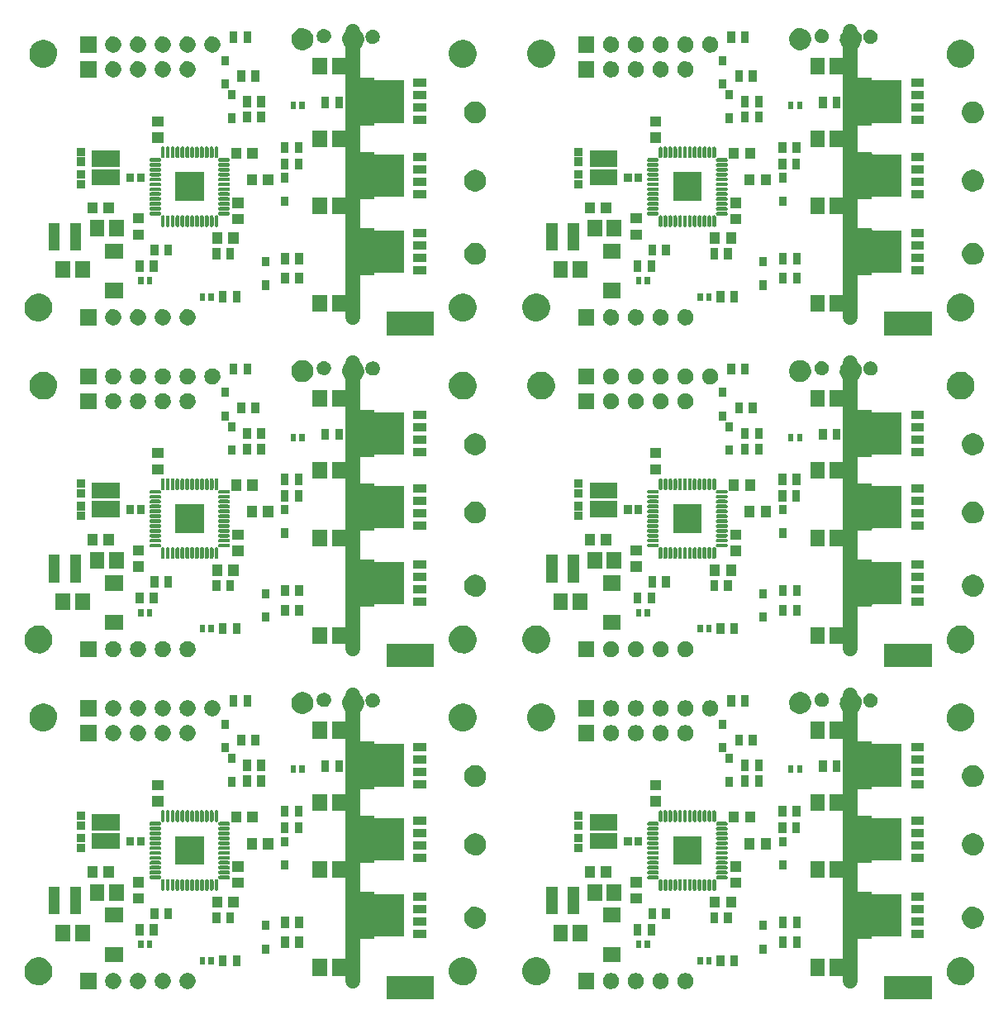
<source format=gts>
%TF.GenerationSoftware,KiCad,Pcbnew,4.0.6-e0-6349~53~ubuntu16.04.1*%
%TF.CreationDate,2017-03-19T23:49:43+02:00*%
%TF.ProjectId,BLDC_controller,424C44435F636F6E74726F6C6C65722E,1.0*%
%TF.FileFunction,Soldermask,Top*%
%FSLAX46Y46*%
G04 Gerber Fmt 4.6, Leading zero omitted, Abs format (unit mm)*
G04 Created by KiCad (PCBNEW 4.0.6-e0-6349~53~ubuntu16.04.1) date Sun Mar 19 23:49:43 2017*
%MOMM*%
%LPD*%
G01*
G04 APERTURE LIST*
%ADD10C,0.100000*%
%ADD11C,1.500000*%
G04 APERTURE END LIST*
D10*
D11*
X221950000Y-149700000D02*
X221950000Y-179000000D01*
X170950000Y-149700000D02*
X170950000Y-179000000D01*
X221950000Y-115700000D02*
X221950000Y-145000000D01*
X170950000Y-115700000D02*
X170950000Y-145000000D01*
X221950000Y-81700000D02*
X221950000Y-111000000D01*
X170950000Y-81700000D02*
X170950000Y-111000000D01*
D10*
G36*
X230300000Y-180850000D02*
X225400000Y-180850000D01*
X225400000Y-178450000D01*
X230300000Y-178450000D01*
X230300000Y-180850000D01*
X230300000Y-180850000D01*
G37*
G36*
X179300000Y-180850000D02*
X174400000Y-180850000D01*
X174400000Y-178450000D01*
X179300000Y-178450000D01*
X179300000Y-180850000D01*
X179300000Y-180850000D01*
G37*
G36*
X146496653Y-178175547D02*
X146655143Y-178208081D01*
X146804290Y-178270776D01*
X146938422Y-178361249D01*
X147052425Y-178476051D01*
X147141957Y-178610809D01*
X147203612Y-178760394D01*
X147234970Y-178918761D01*
X147234970Y-178918771D01*
X147235036Y-178919105D01*
X147232455Y-179103900D01*
X147232379Y-179104234D01*
X147232379Y-179104243D01*
X147196614Y-179261670D01*
X147130804Y-179409479D01*
X147037544Y-179541684D01*
X146920383Y-179653254D01*
X146783776Y-179739948D01*
X146632931Y-179798457D01*
X146473600Y-179826551D01*
X146311845Y-179823163D01*
X146153825Y-179788420D01*
X146005566Y-179723647D01*
X145872713Y-179631312D01*
X145760321Y-179514927D01*
X145672679Y-179378932D01*
X145613119Y-179228501D01*
X145583912Y-179069369D01*
X145586172Y-178907591D01*
X145619809Y-178749339D01*
X145683547Y-178600627D01*
X145774952Y-178467133D01*
X145890549Y-178353933D01*
X146025928Y-178265343D01*
X146175943Y-178204734D01*
X146334864Y-178174417D01*
X146496653Y-178175547D01*
X146496653Y-178175547D01*
G37*
G36*
X205116653Y-178175547D02*
X205275143Y-178208081D01*
X205424290Y-178270776D01*
X205558422Y-178361249D01*
X205672425Y-178476051D01*
X205761957Y-178610809D01*
X205823612Y-178760394D01*
X205854970Y-178918761D01*
X205854970Y-178918771D01*
X205855036Y-178919105D01*
X205852455Y-179103900D01*
X205852379Y-179104234D01*
X205852379Y-179104243D01*
X205816614Y-179261670D01*
X205750804Y-179409479D01*
X205657544Y-179541684D01*
X205540383Y-179653254D01*
X205403776Y-179739948D01*
X205252931Y-179798457D01*
X205093600Y-179826551D01*
X204931845Y-179823163D01*
X204773825Y-179788420D01*
X204625566Y-179723647D01*
X204492713Y-179631312D01*
X204380321Y-179514927D01*
X204292679Y-179378932D01*
X204233119Y-179228501D01*
X204203912Y-179069369D01*
X204206172Y-178907591D01*
X204239809Y-178749339D01*
X204303547Y-178600627D01*
X204394952Y-178467133D01*
X204510549Y-178353933D01*
X204645928Y-178265343D01*
X204795943Y-178204734D01*
X204954864Y-178174417D01*
X205116653Y-178175547D01*
X205116653Y-178175547D01*
G37*
G36*
X202576653Y-178175547D02*
X202735143Y-178208081D01*
X202884290Y-178270776D01*
X203018422Y-178361249D01*
X203132425Y-178476051D01*
X203221957Y-178610809D01*
X203283612Y-178760394D01*
X203314970Y-178918761D01*
X203314970Y-178918771D01*
X203315036Y-178919105D01*
X203312455Y-179103900D01*
X203312379Y-179104234D01*
X203312379Y-179104243D01*
X203276614Y-179261670D01*
X203210804Y-179409479D01*
X203117544Y-179541684D01*
X203000383Y-179653254D01*
X202863776Y-179739948D01*
X202712931Y-179798457D01*
X202553600Y-179826551D01*
X202391845Y-179823163D01*
X202233825Y-179788420D01*
X202085566Y-179723647D01*
X201952713Y-179631312D01*
X201840321Y-179514927D01*
X201752679Y-179378932D01*
X201693119Y-179228501D01*
X201663912Y-179069369D01*
X201666172Y-178907591D01*
X201699809Y-178749339D01*
X201763547Y-178600627D01*
X201854952Y-178467133D01*
X201970549Y-178353933D01*
X202105928Y-178265343D01*
X202255943Y-178204734D01*
X202414864Y-178174417D01*
X202576653Y-178175547D01*
X202576653Y-178175547D01*
G37*
G36*
X197496653Y-178175547D02*
X197655143Y-178208081D01*
X197804290Y-178270776D01*
X197938422Y-178361249D01*
X198052425Y-178476051D01*
X198141957Y-178610809D01*
X198203612Y-178760394D01*
X198234970Y-178918761D01*
X198234970Y-178918771D01*
X198235036Y-178919105D01*
X198232455Y-179103900D01*
X198232379Y-179104234D01*
X198232379Y-179104243D01*
X198196614Y-179261670D01*
X198130804Y-179409479D01*
X198037544Y-179541684D01*
X197920383Y-179653254D01*
X197783776Y-179739948D01*
X197632931Y-179798457D01*
X197473600Y-179826551D01*
X197311845Y-179823163D01*
X197153825Y-179788420D01*
X197005566Y-179723647D01*
X196872713Y-179631312D01*
X196760321Y-179514927D01*
X196672679Y-179378932D01*
X196613119Y-179228501D01*
X196583912Y-179069369D01*
X196586172Y-178907591D01*
X196619809Y-178749339D01*
X196683547Y-178600627D01*
X196774952Y-178467133D01*
X196890549Y-178353933D01*
X197025928Y-178265343D01*
X197175943Y-178204734D01*
X197334864Y-178174417D01*
X197496653Y-178175547D01*
X197496653Y-178175547D01*
G37*
G36*
X149036653Y-178175547D02*
X149195143Y-178208081D01*
X149344290Y-178270776D01*
X149478422Y-178361249D01*
X149592425Y-178476051D01*
X149681957Y-178610809D01*
X149743612Y-178760394D01*
X149774970Y-178918761D01*
X149774970Y-178918771D01*
X149775036Y-178919105D01*
X149772455Y-179103900D01*
X149772379Y-179104234D01*
X149772379Y-179104243D01*
X149736614Y-179261670D01*
X149670804Y-179409479D01*
X149577544Y-179541684D01*
X149460383Y-179653254D01*
X149323776Y-179739948D01*
X149172931Y-179798457D01*
X149013600Y-179826551D01*
X148851845Y-179823163D01*
X148693825Y-179788420D01*
X148545566Y-179723647D01*
X148412713Y-179631312D01*
X148300321Y-179514927D01*
X148212679Y-179378932D01*
X148153119Y-179228501D01*
X148123912Y-179069369D01*
X148126172Y-178907591D01*
X148159809Y-178749339D01*
X148223547Y-178600627D01*
X148314952Y-178467133D01*
X148430549Y-178353933D01*
X148565928Y-178265343D01*
X148715943Y-178204734D01*
X148874864Y-178174417D01*
X149036653Y-178175547D01*
X149036653Y-178175547D01*
G37*
G36*
X154116653Y-178175547D02*
X154275143Y-178208081D01*
X154424290Y-178270776D01*
X154558422Y-178361249D01*
X154672425Y-178476051D01*
X154761957Y-178610809D01*
X154823612Y-178760394D01*
X154854970Y-178918761D01*
X154854970Y-178918771D01*
X154855036Y-178919105D01*
X154852455Y-179103900D01*
X154852379Y-179104234D01*
X154852379Y-179104243D01*
X154816614Y-179261670D01*
X154750804Y-179409479D01*
X154657544Y-179541684D01*
X154540383Y-179653254D01*
X154403776Y-179739948D01*
X154252931Y-179798457D01*
X154093600Y-179826551D01*
X153931845Y-179823163D01*
X153773825Y-179788420D01*
X153625566Y-179723647D01*
X153492713Y-179631312D01*
X153380321Y-179514927D01*
X153292679Y-179378932D01*
X153233119Y-179228501D01*
X153203912Y-179069369D01*
X153206172Y-178907591D01*
X153239809Y-178749339D01*
X153303547Y-178600627D01*
X153394952Y-178467133D01*
X153510549Y-178353933D01*
X153645928Y-178265343D01*
X153795943Y-178204734D01*
X153954864Y-178174417D01*
X154116653Y-178175547D01*
X154116653Y-178175547D01*
G37*
G36*
X200036653Y-178175547D02*
X200195143Y-178208081D01*
X200344290Y-178270776D01*
X200478422Y-178361249D01*
X200592425Y-178476051D01*
X200681957Y-178610809D01*
X200743612Y-178760394D01*
X200774970Y-178918761D01*
X200774970Y-178918771D01*
X200775036Y-178919105D01*
X200772455Y-179103900D01*
X200772379Y-179104234D01*
X200772379Y-179104243D01*
X200736614Y-179261670D01*
X200670804Y-179409479D01*
X200577544Y-179541684D01*
X200460383Y-179653254D01*
X200323776Y-179739948D01*
X200172931Y-179798457D01*
X200013600Y-179826551D01*
X199851845Y-179823163D01*
X199693825Y-179788420D01*
X199545566Y-179723647D01*
X199412713Y-179631312D01*
X199300321Y-179514927D01*
X199212679Y-179378932D01*
X199153119Y-179228501D01*
X199123912Y-179069369D01*
X199126172Y-178907591D01*
X199159809Y-178749339D01*
X199223547Y-178600627D01*
X199314952Y-178467133D01*
X199430549Y-178353933D01*
X199565928Y-178265343D01*
X199715943Y-178204734D01*
X199874864Y-178174417D01*
X200036653Y-178175547D01*
X200036653Y-178175547D01*
G37*
G36*
X151576653Y-178175547D02*
X151735143Y-178208081D01*
X151884290Y-178270776D01*
X152018422Y-178361249D01*
X152132425Y-178476051D01*
X152221957Y-178610809D01*
X152283612Y-178760394D01*
X152314970Y-178918761D01*
X152314970Y-178918771D01*
X152315036Y-178919105D01*
X152312455Y-179103900D01*
X152312379Y-179104234D01*
X152312379Y-179104243D01*
X152276614Y-179261670D01*
X152210804Y-179409479D01*
X152117544Y-179541684D01*
X152000383Y-179653254D01*
X151863776Y-179739948D01*
X151712931Y-179798457D01*
X151553600Y-179826551D01*
X151391845Y-179823163D01*
X151233825Y-179788420D01*
X151085566Y-179723647D01*
X150952713Y-179631312D01*
X150840321Y-179514927D01*
X150752679Y-179378932D01*
X150693119Y-179228501D01*
X150663912Y-179069369D01*
X150666172Y-178907591D01*
X150699809Y-178749339D01*
X150763547Y-178600627D01*
X150854952Y-178467133D01*
X150970549Y-178353933D01*
X151105928Y-178265343D01*
X151255943Y-178204734D01*
X151414864Y-178174417D01*
X151576653Y-178175547D01*
X151576653Y-178175547D01*
G37*
G36*
X144695000Y-179825000D02*
X143045000Y-179825000D01*
X143045000Y-178175000D01*
X144695000Y-178175000D01*
X144695000Y-179825000D01*
X144695000Y-179825000D01*
G37*
G36*
X195695000Y-179825000D02*
X194045000Y-179825000D01*
X194045000Y-178175000D01*
X195695000Y-178175000D01*
X195695000Y-179825000D01*
X195695000Y-179825000D01*
G37*
G36*
X138899674Y-176575947D02*
X139173426Y-176632140D01*
X139431045Y-176740433D01*
X139662727Y-176896704D01*
X139859641Y-177094999D01*
X140014290Y-177327764D01*
X140120783Y-177586134D01*
X140174996Y-177859928D01*
X140174996Y-177859943D01*
X140175061Y-177860272D01*
X140170604Y-178179464D01*
X140170528Y-178179798D01*
X140170528Y-178179807D01*
X140108694Y-178451975D01*
X139995025Y-178707278D01*
X139833939Y-178935633D01*
X139631567Y-179128348D01*
X139395612Y-179278091D01*
X139135064Y-179379151D01*
X138859854Y-179427677D01*
X138580459Y-179421825D01*
X138307516Y-179361814D01*
X138051435Y-179249935D01*
X137821960Y-179090446D01*
X137627830Y-178889419D01*
X137476448Y-178654518D01*
X137373572Y-178394684D01*
X137323124Y-178119819D01*
X137327026Y-177840386D01*
X137385128Y-177567040D01*
X137495219Y-177310176D01*
X137653101Y-177079595D01*
X137852768Y-176884067D01*
X138086605Y-176731048D01*
X138345718Y-176626360D01*
X138620222Y-176573996D01*
X138899674Y-176575947D01*
X138899674Y-176575947D01*
G37*
G36*
X182399674Y-176575947D02*
X182673426Y-176632140D01*
X182931045Y-176740433D01*
X183162727Y-176896704D01*
X183359641Y-177094999D01*
X183514290Y-177327764D01*
X183620783Y-177586134D01*
X183674996Y-177859928D01*
X183674996Y-177859943D01*
X183675061Y-177860272D01*
X183670604Y-178179464D01*
X183670528Y-178179798D01*
X183670528Y-178179807D01*
X183608694Y-178451975D01*
X183495025Y-178707278D01*
X183333939Y-178935633D01*
X183131567Y-179128348D01*
X182895612Y-179278091D01*
X182635064Y-179379151D01*
X182359854Y-179427677D01*
X182080459Y-179421825D01*
X181807516Y-179361814D01*
X181551435Y-179249935D01*
X181321960Y-179090446D01*
X181127830Y-178889419D01*
X180976448Y-178654518D01*
X180873572Y-178394684D01*
X180823124Y-178119819D01*
X180827026Y-177840386D01*
X180885128Y-177567040D01*
X180995219Y-177310176D01*
X181153101Y-177079595D01*
X181352768Y-176884067D01*
X181586605Y-176731048D01*
X181845718Y-176626360D01*
X182120222Y-176573996D01*
X182399674Y-176575947D01*
X182399674Y-176575947D01*
G37*
G36*
X189899674Y-176575947D02*
X190173426Y-176632140D01*
X190431045Y-176740433D01*
X190662727Y-176896704D01*
X190859641Y-177094999D01*
X191014290Y-177327764D01*
X191120783Y-177586134D01*
X191174996Y-177859928D01*
X191174996Y-177859943D01*
X191175061Y-177860272D01*
X191170604Y-178179464D01*
X191170528Y-178179798D01*
X191170528Y-178179807D01*
X191108694Y-178451975D01*
X190995025Y-178707278D01*
X190833939Y-178935633D01*
X190631567Y-179128348D01*
X190395612Y-179278091D01*
X190135064Y-179379151D01*
X189859854Y-179427677D01*
X189580459Y-179421825D01*
X189307516Y-179361814D01*
X189051435Y-179249935D01*
X188821960Y-179090446D01*
X188627830Y-178889419D01*
X188476448Y-178654518D01*
X188373572Y-178394684D01*
X188323124Y-178119819D01*
X188327026Y-177840386D01*
X188385128Y-177567040D01*
X188495219Y-177310176D01*
X188653101Y-177079595D01*
X188852768Y-176884067D01*
X189086605Y-176731048D01*
X189345718Y-176626360D01*
X189620222Y-176573996D01*
X189899674Y-176575947D01*
X189899674Y-176575947D01*
G37*
G36*
X233399674Y-176575947D02*
X233673426Y-176632140D01*
X233931045Y-176740433D01*
X234162727Y-176896704D01*
X234359641Y-177094999D01*
X234514290Y-177327764D01*
X234620783Y-177586134D01*
X234674996Y-177859928D01*
X234674996Y-177859943D01*
X234675061Y-177860272D01*
X234670604Y-178179464D01*
X234670528Y-178179798D01*
X234670528Y-178179807D01*
X234608694Y-178451975D01*
X234495025Y-178707278D01*
X234333939Y-178935633D01*
X234131567Y-179128348D01*
X233895612Y-179278091D01*
X233635064Y-179379151D01*
X233359854Y-179427677D01*
X233080459Y-179421825D01*
X232807516Y-179361814D01*
X232551435Y-179249935D01*
X232321960Y-179090446D01*
X232127830Y-178889419D01*
X231976448Y-178654518D01*
X231873572Y-178394684D01*
X231823124Y-178119819D01*
X231827026Y-177840386D01*
X231885128Y-177567040D01*
X231995219Y-177310176D01*
X232153101Y-177079595D01*
X232352768Y-176884067D01*
X232586605Y-176731048D01*
X232845718Y-176626360D01*
X233120222Y-176573996D01*
X233399674Y-176575947D01*
X233399674Y-176575947D01*
G37*
G36*
X170350000Y-178450000D02*
X168850000Y-178450000D01*
X168850000Y-176750000D01*
X170350000Y-176750000D01*
X170350000Y-178450000D01*
X170350000Y-178450000D01*
G37*
G36*
X168350000Y-178450000D02*
X166850000Y-178450000D01*
X166850000Y-176750000D01*
X168350000Y-176750000D01*
X168350000Y-178450000D01*
X168350000Y-178450000D01*
G37*
G36*
X219350000Y-178450000D02*
X217850000Y-178450000D01*
X217850000Y-176750000D01*
X219350000Y-176750000D01*
X219350000Y-178450000D01*
X219350000Y-178450000D01*
G37*
G36*
X221350000Y-178450000D02*
X219850000Y-178450000D01*
X219850000Y-176750000D01*
X221350000Y-176750000D01*
X221350000Y-178450000D01*
X221350000Y-178450000D01*
G37*
G36*
X210460000Y-177470000D02*
X209660000Y-177470000D01*
X209660000Y-176330000D01*
X210460000Y-176330000D01*
X210460000Y-177470000D01*
X210460000Y-177470000D01*
G37*
G36*
X209040000Y-177470000D02*
X208240000Y-177470000D01*
X208240000Y-176330000D01*
X209040000Y-176330000D01*
X209040000Y-177470000D01*
X209040000Y-177470000D01*
G37*
G36*
X159460000Y-177470000D02*
X158660000Y-177470000D01*
X158660000Y-176330000D01*
X159460000Y-176330000D01*
X159460000Y-177470000D01*
X159460000Y-177470000D01*
G37*
G36*
X158040000Y-177470000D02*
X157240000Y-177470000D01*
X157240000Y-176330000D01*
X158040000Y-176330000D01*
X158040000Y-177470000D01*
X158040000Y-177470000D01*
G37*
G36*
X207725000Y-177275000D02*
X207175000Y-177275000D01*
X207175000Y-176525000D01*
X207725000Y-176525000D01*
X207725000Y-177275000D01*
X207725000Y-177275000D01*
G37*
G36*
X206825000Y-177275000D02*
X206275000Y-177275000D01*
X206275000Y-176525000D01*
X206825000Y-176525000D01*
X206825000Y-177275000D01*
X206825000Y-177275000D01*
G37*
G36*
X155825000Y-177275000D02*
X155275000Y-177275000D01*
X155275000Y-176525000D01*
X155825000Y-176525000D01*
X155825000Y-177275000D01*
X155825000Y-177275000D01*
G37*
G36*
X156725000Y-177275000D02*
X156175000Y-177275000D01*
X156175000Y-176525000D01*
X156725000Y-176525000D01*
X156725000Y-177275000D01*
X156725000Y-177275000D01*
G37*
G36*
X198395000Y-177040000D02*
X196605000Y-177040000D01*
X196605000Y-175490000D01*
X198395000Y-175490000D01*
X198395000Y-177040000D01*
X198395000Y-177040000D01*
G37*
G36*
X147395000Y-177040000D02*
X145605000Y-177040000D01*
X145605000Y-175490000D01*
X147395000Y-175490000D01*
X147395000Y-177040000D01*
X147395000Y-177040000D01*
G37*
G36*
X213375000Y-176180000D02*
X212625000Y-176180000D01*
X212625000Y-175230000D01*
X213375000Y-175230000D01*
X213375000Y-176180000D01*
X213375000Y-176180000D01*
G37*
G36*
X162375000Y-176180000D02*
X161625000Y-176180000D01*
X161625000Y-175230000D01*
X162375000Y-175230000D01*
X162375000Y-176180000D01*
X162375000Y-176180000D01*
G37*
G36*
X201425000Y-175625000D02*
X200875000Y-175625000D01*
X200875000Y-174875000D01*
X201425000Y-174875000D01*
X201425000Y-175625000D01*
X201425000Y-175625000D01*
G37*
G36*
X150425000Y-175625000D02*
X149875000Y-175625000D01*
X149875000Y-174875000D01*
X150425000Y-174875000D01*
X150425000Y-175625000D01*
X150425000Y-175625000D01*
G37*
G36*
X200525000Y-175625000D02*
X199975000Y-175625000D01*
X199975000Y-174875000D01*
X200525000Y-174875000D01*
X200525000Y-175625000D01*
X200525000Y-175625000D01*
G37*
G36*
X149525000Y-175625000D02*
X148975000Y-175625000D01*
X148975000Y-174875000D01*
X149525000Y-174875000D01*
X149525000Y-175625000D01*
X149525000Y-175625000D01*
G37*
G36*
X165860000Y-175575000D02*
X165060000Y-175575000D01*
X165060000Y-174435000D01*
X165860000Y-174435000D01*
X165860000Y-175575000D01*
X165860000Y-175575000D01*
G37*
G36*
X215440000Y-175575000D02*
X214640000Y-175575000D01*
X214640000Y-174435000D01*
X215440000Y-174435000D01*
X215440000Y-175575000D01*
X215440000Y-175575000D01*
G37*
G36*
X216860000Y-175575000D02*
X216060000Y-175575000D01*
X216060000Y-174435000D01*
X216860000Y-174435000D01*
X216860000Y-175575000D01*
X216860000Y-175575000D01*
G37*
G36*
X164440000Y-175575000D02*
X163640000Y-175575000D01*
X163640000Y-174435000D01*
X164440000Y-174435000D01*
X164440000Y-175575000D01*
X164440000Y-175575000D01*
G37*
G36*
X142000000Y-174950000D02*
X140500000Y-174950000D01*
X140500000Y-173250000D01*
X142000000Y-173250000D01*
X142000000Y-174950000D01*
X142000000Y-174950000D01*
G37*
G36*
X144000000Y-174950000D02*
X142500000Y-174950000D01*
X142500000Y-173250000D01*
X144000000Y-173250000D01*
X144000000Y-174950000D01*
X144000000Y-174950000D01*
G37*
G36*
X195000000Y-174950000D02*
X193500000Y-174950000D01*
X193500000Y-173250000D01*
X195000000Y-173250000D01*
X195000000Y-174950000D01*
X195000000Y-174950000D01*
G37*
G36*
X193000000Y-174950000D02*
X191500000Y-174950000D01*
X191500000Y-173250000D01*
X193000000Y-173250000D01*
X193000000Y-174950000D01*
X193000000Y-174950000D01*
G37*
G36*
X173155000Y-170030050D02*
X173156978Y-170043966D01*
X173162754Y-170056780D01*
X173171871Y-170067477D01*
X173183607Y-170075211D01*
X173197034Y-170079369D01*
X173204950Y-170080000D01*
X176205000Y-170080000D01*
X176205000Y-174430000D01*
X173204950Y-174430000D01*
X173191034Y-174431978D01*
X173178220Y-174437754D01*
X173167523Y-174446871D01*
X173159789Y-174458607D01*
X173155631Y-174472034D01*
X173155000Y-174479950D01*
X173155000Y-174680000D01*
X171505000Y-174680000D01*
X171505000Y-169830000D01*
X173155000Y-169830000D01*
X173155000Y-170030050D01*
X173155000Y-170030050D01*
G37*
G36*
X224155000Y-170030050D02*
X224156978Y-170043966D01*
X224162754Y-170056780D01*
X224171871Y-170067477D01*
X224183607Y-170075211D01*
X224197034Y-170079369D01*
X224204950Y-170080000D01*
X227205000Y-170080000D01*
X227205000Y-174430000D01*
X224204950Y-174430000D01*
X224191034Y-174431978D01*
X224178220Y-174437754D01*
X224167523Y-174446871D01*
X224159789Y-174458607D01*
X224155631Y-174472034D01*
X224155000Y-174479950D01*
X224155000Y-174680000D01*
X222505000Y-174680000D01*
X222505000Y-169830000D01*
X224155000Y-169830000D01*
X224155000Y-170030050D01*
X224155000Y-170030050D01*
G37*
G36*
X178475000Y-174585000D02*
X177175000Y-174585000D01*
X177175000Y-173735000D01*
X178475000Y-173735000D01*
X178475000Y-174585000D01*
X178475000Y-174585000D01*
G37*
G36*
X229475000Y-174585000D02*
X228175000Y-174585000D01*
X228175000Y-173735000D01*
X229475000Y-173735000D01*
X229475000Y-174585000D01*
X229475000Y-174585000D01*
G37*
G36*
X200540000Y-174320000D02*
X199740000Y-174320000D01*
X199740000Y-173180000D01*
X200540000Y-173180000D01*
X200540000Y-174320000D01*
X200540000Y-174320000D01*
G37*
G36*
X149540000Y-174320000D02*
X148740000Y-174320000D01*
X148740000Y-173180000D01*
X149540000Y-173180000D01*
X149540000Y-174320000D01*
X149540000Y-174320000D01*
G37*
G36*
X150960000Y-174320000D02*
X150160000Y-174320000D01*
X150160000Y-173180000D01*
X150960000Y-173180000D01*
X150960000Y-174320000D01*
X150960000Y-174320000D01*
G37*
G36*
X201960000Y-174320000D02*
X201160000Y-174320000D01*
X201160000Y-173180000D01*
X201960000Y-173180000D01*
X201960000Y-174320000D01*
X201960000Y-174320000D01*
G37*
G36*
X213375000Y-173780000D02*
X212625000Y-173780000D01*
X212625000Y-172830000D01*
X213375000Y-172830000D01*
X213375000Y-173780000D01*
X213375000Y-173780000D01*
G37*
G36*
X162375000Y-173780000D02*
X161625000Y-173780000D01*
X161625000Y-172830000D01*
X162375000Y-172830000D01*
X162375000Y-173780000D01*
X162375000Y-173780000D01*
G37*
G36*
X234618164Y-171375748D02*
X234834284Y-171420111D01*
X235037668Y-171505605D01*
X235220571Y-171628975D01*
X235376035Y-171785528D01*
X235498124Y-171969287D01*
X235582197Y-172173263D01*
X235624982Y-172389344D01*
X235624982Y-172389354D01*
X235625048Y-172389688D01*
X235621529Y-172641682D01*
X235621453Y-172642016D01*
X235621453Y-172642025D01*
X235572652Y-172856824D01*
X235482916Y-173058376D01*
X235355741Y-173238658D01*
X235195974Y-173390801D01*
X235009694Y-173509019D01*
X234803997Y-173588803D01*
X234586727Y-173627113D01*
X234366152Y-173622494D01*
X234150672Y-173575117D01*
X233948500Y-173486790D01*
X233767337Y-173360879D01*
X233614076Y-173202173D01*
X233494564Y-173016725D01*
X233413346Y-172811592D01*
X233373519Y-172594594D01*
X233376600Y-172373989D01*
X233422469Y-172158190D01*
X233509383Y-171955406D01*
X233634030Y-171773361D01*
X233791659Y-171619000D01*
X233976266Y-171498196D01*
X234180831Y-171415547D01*
X234397543Y-171374207D01*
X234618164Y-171375748D01*
X234618164Y-171375748D01*
G37*
G36*
X183618164Y-171375748D02*
X183834284Y-171420111D01*
X184037668Y-171505605D01*
X184220571Y-171628975D01*
X184376035Y-171785528D01*
X184498124Y-171969287D01*
X184582197Y-172173263D01*
X184624982Y-172389344D01*
X184624982Y-172389354D01*
X184625048Y-172389688D01*
X184621529Y-172641682D01*
X184621453Y-172642016D01*
X184621453Y-172642025D01*
X184572652Y-172856824D01*
X184482916Y-173058376D01*
X184355741Y-173238658D01*
X184195974Y-173390801D01*
X184009694Y-173509019D01*
X183803997Y-173588803D01*
X183586727Y-173627113D01*
X183366152Y-173622494D01*
X183150672Y-173575117D01*
X182948500Y-173486790D01*
X182767337Y-173360879D01*
X182614076Y-173202173D01*
X182494564Y-173016725D01*
X182413346Y-172811592D01*
X182373519Y-172594594D01*
X182376600Y-172373989D01*
X182422469Y-172158190D01*
X182509383Y-171955406D01*
X182634030Y-171773361D01*
X182791659Y-171619000D01*
X182976266Y-171498196D01*
X183180831Y-171415547D01*
X183397543Y-171374207D01*
X183618164Y-171375748D01*
X183618164Y-171375748D01*
G37*
G36*
X216860000Y-173575000D02*
X216060000Y-173575000D01*
X216060000Y-172435000D01*
X216860000Y-172435000D01*
X216860000Y-173575000D01*
X216860000Y-173575000D01*
G37*
G36*
X215440000Y-173575000D02*
X214640000Y-173575000D01*
X214640000Y-172435000D01*
X215440000Y-172435000D01*
X215440000Y-173575000D01*
X215440000Y-173575000D01*
G37*
G36*
X165860000Y-173575000D02*
X165060000Y-173575000D01*
X165060000Y-172435000D01*
X165860000Y-172435000D01*
X165860000Y-173575000D01*
X165860000Y-173575000D01*
G37*
G36*
X164440000Y-173575000D02*
X163640000Y-173575000D01*
X163640000Y-172435000D01*
X164440000Y-172435000D01*
X164440000Y-173575000D01*
X164440000Y-173575000D01*
G37*
G36*
X229475000Y-173315000D02*
X228175000Y-173315000D01*
X228175000Y-172465000D01*
X229475000Y-172465000D01*
X229475000Y-173315000D01*
X229475000Y-173315000D01*
G37*
G36*
X178475000Y-173315000D02*
X177175000Y-173315000D01*
X177175000Y-172465000D01*
X178475000Y-172465000D01*
X178475000Y-173315000D01*
X178475000Y-173315000D01*
G37*
G36*
X209810000Y-173070000D02*
X209010000Y-173070000D01*
X209010000Y-171930000D01*
X209810000Y-171930000D01*
X209810000Y-173070000D01*
X209810000Y-173070000D01*
G37*
G36*
X157390000Y-173070000D02*
X156590000Y-173070000D01*
X156590000Y-171930000D01*
X157390000Y-171930000D01*
X157390000Y-173070000D01*
X157390000Y-173070000D01*
G37*
G36*
X208390000Y-173070000D02*
X207590000Y-173070000D01*
X207590000Y-171930000D01*
X208390000Y-171930000D01*
X208390000Y-173070000D01*
X208390000Y-173070000D01*
G37*
G36*
X158810000Y-173070000D02*
X158010000Y-173070000D01*
X158010000Y-171930000D01*
X158810000Y-171930000D01*
X158810000Y-173070000D01*
X158810000Y-173070000D01*
G37*
G36*
X198395000Y-173010000D02*
X196605000Y-173010000D01*
X196605000Y-171460000D01*
X198395000Y-171460000D01*
X198395000Y-173010000D01*
X198395000Y-173010000D01*
G37*
G36*
X147395000Y-173010000D02*
X145605000Y-173010000D01*
X145605000Y-171460000D01*
X147395000Y-171460000D01*
X147395000Y-173010000D01*
X147395000Y-173010000D01*
G37*
G36*
X152460000Y-172670000D02*
X151660000Y-172670000D01*
X151660000Y-171530000D01*
X152460000Y-171530000D01*
X152460000Y-172670000D01*
X152460000Y-172670000D01*
G37*
G36*
X203460000Y-172670000D02*
X202660000Y-172670000D01*
X202660000Y-171530000D01*
X203460000Y-171530000D01*
X203460000Y-172670000D01*
X203460000Y-172670000D01*
G37*
G36*
X202040000Y-172670000D02*
X201240000Y-172670000D01*
X201240000Y-171530000D01*
X202040000Y-171530000D01*
X202040000Y-172670000D01*
X202040000Y-172670000D01*
G37*
G36*
X151040000Y-172670000D02*
X150240000Y-172670000D01*
X150240000Y-171530000D01*
X151040000Y-171530000D01*
X151040000Y-172670000D01*
X151040000Y-172670000D01*
G37*
G36*
X191925000Y-172175000D02*
X190775000Y-172175000D01*
X190775000Y-169325000D01*
X191925000Y-169325000D01*
X191925000Y-172175000D01*
X191925000Y-172175000D01*
G37*
G36*
X194125000Y-172175000D02*
X192975000Y-172175000D01*
X192975000Y-169325000D01*
X194125000Y-169325000D01*
X194125000Y-172175000D01*
X194125000Y-172175000D01*
G37*
G36*
X140925000Y-172175000D02*
X139775000Y-172175000D01*
X139775000Y-169325000D01*
X140925000Y-169325000D01*
X140925000Y-172175000D01*
X140925000Y-172175000D01*
G37*
G36*
X143125000Y-172175000D02*
X141975000Y-172175000D01*
X141975000Y-169325000D01*
X143125000Y-169325000D01*
X143125000Y-172175000D01*
X143125000Y-172175000D01*
G37*
G36*
X229475000Y-172045000D02*
X228175000Y-172045000D01*
X228175000Y-171195000D01*
X229475000Y-171195000D01*
X229475000Y-172045000D01*
X229475000Y-172045000D01*
G37*
G36*
X178475000Y-172045000D02*
X177175000Y-172045000D01*
X177175000Y-171195000D01*
X178475000Y-171195000D01*
X178475000Y-172045000D01*
X178475000Y-172045000D01*
G37*
G36*
X159255000Y-171475000D02*
X158205000Y-171475000D01*
X158205000Y-170325000D01*
X159255000Y-170325000D01*
X159255000Y-171475000D01*
X159255000Y-171475000D01*
G37*
G36*
X157595000Y-171475000D02*
X156545000Y-171475000D01*
X156545000Y-170325000D01*
X157595000Y-170325000D01*
X157595000Y-171475000D01*
X157595000Y-171475000D01*
G37*
G36*
X210255000Y-171475000D02*
X209205000Y-171475000D01*
X209205000Y-170325000D01*
X210255000Y-170325000D01*
X210255000Y-171475000D01*
X210255000Y-171475000D01*
G37*
G36*
X208595000Y-171475000D02*
X207545000Y-171475000D01*
X207545000Y-170325000D01*
X208595000Y-170325000D01*
X208595000Y-171475000D01*
X208595000Y-171475000D01*
G37*
G36*
X149575000Y-171055000D02*
X148425000Y-171055000D01*
X148425000Y-170005000D01*
X149575000Y-170005000D01*
X149575000Y-171055000D01*
X149575000Y-171055000D01*
G37*
G36*
X200575000Y-171055000D02*
X199425000Y-171055000D01*
X199425000Y-170005000D01*
X200575000Y-170005000D01*
X200575000Y-171055000D01*
X200575000Y-171055000D01*
G37*
G36*
X229475000Y-170775000D02*
X228175000Y-170775000D01*
X228175000Y-169925000D01*
X229475000Y-169925000D01*
X229475000Y-170775000D01*
X229475000Y-170775000D01*
G37*
G36*
X178475000Y-170775000D02*
X177175000Y-170775000D01*
X177175000Y-169925000D01*
X178475000Y-169925000D01*
X178475000Y-170775000D01*
X178475000Y-170775000D01*
G37*
G36*
X198500000Y-170750000D02*
X197000000Y-170750000D01*
X197000000Y-169050000D01*
X198500000Y-169050000D01*
X198500000Y-170750000D01*
X198500000Y-170750000D01*
G37*
G36*
X145500000Y-170750000D02*
X144000000Y-170750000D01*
X144000000Y-169050000D01*
X145500000Y-169050000D01*
X145500000Y-170750000D01*
X145500000Y-170750000D01*
G37*
G36*
X147500000Y-170750000D02*
X146000000Y-170750000D01*
X146000000Y-169050000D01*
X147500000Y-169050000D01*
X147500000Y-170750000D01*
X147500000Y-170750000D01*
G37*
G36*
X196500000Y-170750000D02*
X195000000Y-170750000D01*
X195000000Y-169050000D01*
X196500000Y-169050000D01*
X196500000Y-170750000D01*
X196500000Y-170750000D01*
G37*
G36*
X204040167Y-168551174D02*
X204040181Y-168551178D01*
X204040216Y-168551182D01*
X204077503Y-168562724D01*
X204111839Y-168581289D01*
X204141914Y-168606170D01*
X204166584Y-168636419D01*
X204184909Y-168670883D01*
X204196191Y-168708250D01*
X204200000Y-168747097D01*
X204200000Y-169552903D01*
X204199981Y-169555695D01*
X204195630Y-169594485D01*
X204183827Y-169631691D01*
X204165023Y-169665896D01*
X204139933Y-169695798D01*
X204109513Y-169720256D01*
X204074921Y-169738340D01*
X204037476Y-169749360D01*
X204037446Y-169749363D01*
X204037428Y-169749368D01*
X203998606Y-169752901D01*
X203959833Y-169748826D01*
X203959819Y-169748822D01*
X203959784Y-169748818D01*
X203922497Y-169737276D01*
X203888161Y-169718711D01*
X203858086Y-169693830D01*
X203833416Y-169663581D01*
X203815091Y-169629117D01*
X203803809Y-169591750D01*
X203800000Y-169552903D01*
X203800000Y-168747097D01*
X203800019Y-168744305D01*
X203804370Y-168705515D01*
X203816173Y-168668309D01*
X203834977Y-168634104D01*
X203860067Y-168604202D01*
X203890487Y-168579744D01*
X203925079Y-168561660D01*
X203962524Y-168550640D01*
X203962554Y-168550637D01*
X203962572Y-168550632D01*
X204001394Y-168547099D01*
X204040167Y-168551174D01*
X204040167Y-168551174D01*
G37*
G36*
X204540167Y-168551174D02*
X204540181Y-168551178D01*
X204540216Y-168551182D01*
X204577503Y-168562724D01*
X204611839Y-168581289D01*
X204641914Y-168606170D01*
X204666584Y-168636419D01*
X204684909Y-168670883D01*
X204696191Y-168708250D01*
X204700000Y-168747097D01*
X204700000Y-169552903D01*
X204699981Y-169555695D01*
X204695630Y-169594485D01*
X204683827Y-169631691D01*
X204665023Y-169665896D01*
X204639933Y-169695798D01*
X204609513Y-169720256D01*
X204574921Y-169738340D01*
X204537476Y-169749360D01*
X204537446Y-169749363D01*
X204537428Y-169749368D01*
X204498606Y-169752901D01*
X204459833Y-169748826D01*
X204459819Y-169748822D01*
X204459784Y-169748818D01*
X204422497Y-169737276D01*
X204388161Y-169718711D01*
X204358086Y-169693830D01*
X204333416Y-169663581D01*
X204315091Y-169629117D01*
X204303809Y-169591750D01*
X204300000Y-169552903D01*
X204300000Y-168747097D01*
X204300019Y-168744305D01*
X204304370Y-168705515D01*
X204316173Y-168668309D01*
X204334977Y-168634104D01*
X204360067Y-168604202D01*
X204390487Y-168579744D01*
X204425079Y-168561660D01*
X204462524Y-168550640D01*
X204462554Y-168550637D01*
X204462572Y-168550632D01*
X204501394Y-168547099D01*
X204540167Y-168551174D01*
X204540167Y-168551174D01*
G37*
G36*
X205040167Y-168551174D02*
X205040181Y-168551178D01*
X205040216Y-168551182D01*
X205077503Y-168562724D01*
X205111839Y-168581289D01*
X205141914Y-168606170D01*
X205166584Y-168636419D01*
X205184909Y-168670883D01*
X205196191Y-168708250D01*
X205200000Y-168747097D01*
X205200000Y-169552903D01*
X205199981Y-169555695D01*
X205195630Y-169594485D01*
X205183827Y-169631691D01*
X205165023Y-169665896D01*
X205139933Y-169695798D01*
X205109513Y-169720256D01*
X205074921Y-169738340D01*
X205037476Y-169749360D01*
X205037446Y-169749363D01*
X205037428Y-169749368D01*
X204998606Y-169752901D01*
X204959833Y-169748826D01*
X204959819Y-169748822D01*
X204959784Y-169748818D01*
X204922497Y-169737276D01*
X204888161Y-169718711D01*
X204858086Y-169693830D01*
X204833416Y-169663581D01*
X204815091Y-169629117D01*
X204803809Y-169591750D01*
X204800000Y-169552903D01*
X204800000Y-168747097D01*
X204800019Y-168744305D01*
X204804370Y-168705515D01*
X204816173Y-168668309D01*
X204834977Y-168634104D01*
X204860067Y-168604202D01*
X204890487Y-168579744D01*
X204925079Y-168561660D01*
X204962524Y-168550640D01*
X204962554Y-168550637D01*
X204962572Y-168550632D01*
X205001394Y-168547099D01*
X205040167Y-168551174D01*
X205040167Y-168551174D01*
G37*
G36*
X205540167Y-168551174D02*
X205540181Y-168551178D01*
X205540216Y-168551182D01*
X205577503Y-168562724D01*
X205611839Y-168581289D01*
X205641914Y-168606170D01*
X205666584Y-168636419D01*
X205684909Y-168670883D01*
X205696191Y-168708250D01*
X205700000Y-168747097D01*
X205700000Y-169552903D01*
X205699981Y-169555695D01*
X205695630Y-169594485D01*
X205683827Y-169631691D01*
X205665023Y-169665896D01*
X205639933Y-169695798D01*
X205609513Y-169720256D01*
X205574921Y-169738340D01*
X205537476Y-169749360D01*
X205537446Y-169749363D01*
X205537428Y-169749368D01*
X205498606Y-169752901D01*
X205459833Y-169748826D01*
X205459819Y-169748822D01*
X205459784Y-169748818D01*
X205422497Y-169737276D01*
X205388161Y-169718711D01*
X205358086Y-169693830D01*
X205333416Y-169663581D01*
X205315091Y-169629117D01*
X205303809Y-169591750D01*
X205300000Y-169552903D01*
X205300000Y-168747097D01*
X205300019Y-168744305D01*
X205304370Y-168705515D01*
X205316173Y-168668309D01*
X205334977Y-168634104D01*
X205360067Y-168604202D01*
X205390487Y-168579744D01*
X205425079Y-168561660D01*
X205462524Y-168550640D01*
X205462554Y-168550637D01*
X205462572Y-168550632D01*
X205501394Y-168547099D01*
X205540167Y-168551174D01*
X205540167Y-168551174D01*
G37*
G36*
X206040167Y-168551174D02*
X206040181Y-168551178D01*
X206040216Y-168551182D01*
X206077503Y-168562724D01*
X206111839Y-168581289D01*
X206141914Y-168606170D01*
X206166584Y-168636419D01*
X206184909Y-168670883D01*
X206196191Y-168708250D01*
X206200000Y-168747097D01*
X206200000Y-169552903D01*
X206199981Y-169555695D01*
X206195630Y-169594485D01*
X206183827Y-169631691D01*
X206165023Y-169665896D01*
X206139933Y-169695798D01*
X206109513Y-169720256D01*
X206074921Y-169738340D01*
X206037476Y-169749360D01*
X206037446Y-169749363D01*
X206037428Y-169749368D01*
X205998606Y-169752901D01*
X205959833Y-169748826D01*
X205959819Y-169748822D01*
X205959784Y-169748818D01*
X205922497Y-169737276D01*
X205888161Y-169718711D01*
X205858086Y-169693830D01*
X205833416Y-169663581D01*
X205815091Y-169629117D01*
X205803809Y-169591750D01*
X205800000Y-169552903D01*
X205800000Y-168747097D01*
X205800019Y-168744305D01*
X205804370Y-168705515D01*
X205816173Y-168668309D01*
X205834977Y-168634104D01*
X205860067Y-168604202D01*
X205890487Y-168579744D01*
X205925079Y-168561660D01*
X205962524Y-168550640D01*
X205962554Y-168550637D01*
X205962572Y-168550632D01*
X206001394Y-168547099D01*
X206040167Y-168551174D01*
X206040167Y-168551174D01*
G37*
G36*
X154540167Y-168551174D02*
X154540181Y-168551178D01*
X154540216Y-168551182D01*
X154577503Y-168562724D01*
X154611839Y-168581289D01*
X154641914Y-168606170D01*
X154666584Y-168636419D01*
X154684909Y-168670883D01*
X154696191Y-168708250D01*
X154700000Y-168747097D01*
X154700000Y-169552903D01*
X154699981Y-169555695D01*
X154695630Y-169594485D01*
X154683827Y-169631691D01*
X154665023Y-169665896D01*
X154639933Y-169695798D01*
X154609513Y-169720256D01*
X154574921Y-169738340D01*
X154537476Y-169749360D01*
X154537446Y-169749363D01*
X154537428Y-169749368D01*
X154498606Y-169752901D01*
X154459833Y-169748826D01*
X154459819Y-169748822D01*
X154459784Y-169748818D01*
X154422497Y-169737276D01*
X154388161Y-169718711D01*
X154358086Y-169693830D01*
X154333416Y-169663581D01*
X154315091Y-169629117D01*
X154303809Y-169591750D01*
X154300000Y-169552903D01*
X154300000Y-168747097D01*
X154300019Y-168744305D01*
X154304370Y-168705515D01*
X154316173Y-168668309D01*
X154334977Y-168634104D01*
X154360067Y-168604202D01*
X154390487Y-168579744D01*
X154425079Y-168561660D01*
X154462524Y-168550640D01*
X154462554Y-168550637D01*
X154462572Y-168550632D01*
X154501394Y-168547099D01*
X154540167Y-168551174D01*
X154540167Y-168551174D01*
G37*
G36*
X206540167Y-168551174D02*
X206540181Y-168551178D01*
X206540216Y-168551182D01*
X206577503Y-168562724D01*
X206611839Y-168581289D01*
X206641914Y-168606170D01*
X206666584Y-168636419D01*
X206684909Y-168670883D01*
X206696191Y-168708250D01*
X206700000Y-168747097D01*
X206700000Y-169552903D01*
X206699981Y-169555695D01*
X206695630Y-169594485D01*
X206683827Y-169631691D01*
X206665023Y-169665896D01*
X206639933Y-169695798D01*
X206609513Y-169720256D01*
X206574921Y-169738340D01*
X206537476Y-169749360D01*
X206537446Y-169749363D01*
X206537428Y-169749368D01*
X206498606Y-169752901D01*
X206459833Y-169748826D01*
X206459819Y-169748822D01*
X206459784Y-169748818D01*
X206422497Y-169737276D01*
X206388161Y-169718711D01*
X206358086Y-169693830D01*
X206333416Y-169663581D01*
X206315091Y-169629117D01*
X206303809Y-169591750D01*
X206300000Y-169552903D01*
X206300000Y-168747097D01*
X206300019Y-168744305D01*
X206304370Y-168705515D01*
X206316173Y-168668309D01*
X206334977Y-168634104D01*
X206360067Y-168604202D01*
X206390487Y-168579744D01*
X206425079Y-168561660D01*
X206462524Y-168550640D01*
X206462554Y-168550637D01*
X206462572Y-168550632D01*
X206501394Y-168547099D01*
X206540167Y-168551174D01*
X206540167Y-168551174D01*
G37*
G36*
X207040167Y-168551174D02*
X207040181Y-168551178D01*
X207040216Y-168551182D01*
X207077503Y-168562724D01*
X207111839Y-168581289D01*
X207141914Y-168606170D01*
X207166584Y-168636419D01*
X207184909Y-168670883D01*
X207196191Y-168708250D01*
X207200000Y-168747097D01*
X207200000Y-169552903D01*
X207199981Y-169555695D01*
X207195630Y-169594485D01*
X207183827Y-169631691D01*
X207165023Y-169665896D01*
X207139933Y-169695798D01*
X207109513Y-169720256D01*
X207074921Y-169738340D01*
X207037476Y-169749360D01*
X207037446Y-169749363D01*
X207037428Y-169749368D01*
X206998606Y-169752901D01*
X206959833Y-169748826D01*
X206959819Y-169748822D01*
X206959784Y-169748818D01*
X206922497Y-169737276D01*
X206888161Y-169718711D01*
X206858086Y-169693830D01*
X206833416Y-169663581D01*
X206815091Y-169629117D01*
X206803809Y-169591750D01*
X206800000Y-169552903D01*
X206800000Y-168747097D01*
X206800019Y-168744305D01*
X206804370Y-168705515D01*
X206816173Y-168668309D01*
X206834977Y-168634104D01*
X206860067Y-168604202D01*
X206890487Y-168579744D01*
X206925079Y-168561660D01*
X206962524Y-168550640D01*
X206962554Y-168550637D01*
X206962572Y-168550632D01*
X207001394Y-168547099D01*
X207040167Y-168551174D01*
X207040167Y-168551174D01*
G37*
G36*
X202540167Y-168551174D02*
X202540181Y-168551178D01*
X202540216Y-168551182D01*
X202577503Y-168562724D01*
X202611839Y-168581289D01*
X202641914Y-168606170D01*
X202666584Y-168636419D01*
X202684909Y-168670883D01*
X202696191Y-168708250D01*
X202700000Y-168747097D01*
X202700000Y-169552903D01*
X202699981Y-169555695D01*
X202695630Y-169594485D01*
X202683827Y-169631691D01*
X202665023Y-169665896D01*
X202639933Y-169695798D01*
X202609513Y-169720256D01*
X202574921Y-169738340D01*
X202537476Y-169749360D01*
X202537446Y-169749363D01*
X202537428Y-169749368D01*
X202498606Y-169752901D01*
X202459833Y-169748826D01*
X202459819Y-169748822D01*
X202459784Y-169748818D01*
X202422497Y-169737276D01*
X202388161Y-169718711D01*
X202358086Y-169693830D01*
X202333416Y-169663581D01*
X202315091Y-169629117D01*
X202303809Y-169591750D01*
X202300000Y-169552903D01*
X202300000Y-168747097D01*
X202300019Y-168744305D01*
X202304370Y-168705515D01*
X202316173Y-168668309D01*
X202334977Y-168634104D01*
X202360067Y-168604202D01*
X202390487Y-168579744D01*
X202425079Y-168561660D01*
X202462524Y-168550640D01*
X202462554Y-168550637D01*
X202462572Y-168550632D01*
X202501394Y-168547099D01*
X202540167Y-168551174D01*
X202540167Y-168551174D01*
G37*
G36*
X207540167Y-168551174D02*
X207540181Y-168551178D01*
X207540216Y-168551182D01*
X207577503Y-168562724D01*
X207611839Y-168581289D01*
X207641914Y-168606170D01*
X207666584Y-168636419D01*
X207684909Y-168670883D01*
X207696191Y-168708250D01*
X207700000Y-168747097D01*
X207700000Y-169552903D01*
X207699981Y-169555695D01*
X207695630Y-169594485D01*
X207683827Y-169631691D01*
X207665023Y-169665896D01*
X207639933Y-169695798D01*
X207609513Y-169720256D01*
X207574921Y-169738340D01*
X207537476Y-169749360D01*
X207537446Y-169749363D01*
X207537428Y-169749368D01*
X207498606Y-169752901D01*
X207459833Y-169748826D01*
X207459819Y-169748822D01*
X207459784Y-169748818D01*
X207422497Y-169737276D01*
X207388161Y-169718711D01*
X207358086Y-169693830D01*
X207333416Y-169663581D01*
X207315091Y-169629117D01*
X207303809Y-169591750D01*
X207300000Y-169552903D01*
X207300000Y-168747097D01*
X207300019Y-168744305D01*
X207304370Y-168705515D01*
X207316173Y-168668309D01*
X207334977Y-168634104D01*
X207360067Y-168604202D01*
X207390487Y-168579744D01*
X207425079Y-168561660D01*
X207462524Y-168550640D01*
X207462554Y-168550637D01*
X207462572Y-168550632D01*
X207501394Y-168547099D01*
X207540167Y-168551174D01*
X207540167Y-168551174D01*
G37*
G36*
X153040167Y-168551174D02*
X153040181Y-168551178D01*
X153040216Y-168551182D01*
X153077503Y-168562724D01*
X153111839Y-168581289D01*
X153141914Y-168606170D01*
X153166584Y-168636419D01*
X153184909Y-168670883D01*
X153196191Y-168708250D01*
X153200000Y-168747097D01*
X153200000Y-169552903D01*
X153199981Y-169555695D01*
X153195630Y-169594485D01*
X153183827Y-169631691D01*
X153165023Y-169665896D01*
X153139933Y-169695798D01*
X153109513Y-169720256D01*
X153074921Y-169738340D01*
X153037476Y-169749360D01*
X153037446Y-169749363D01*
X153037428Y-169749368D01*
X152998606Y-169752901D01*
X152959833Y-169748826D01*
X152959819Y-169748822D01*
X152959784Y-169748818D01*
X152922497Y-169737276D01*
X152888161Y-169718711D01*
X152858086Y-169693830D01*
X152833416Y-169663581D01*
X152815091Y-169629117D01*
X152803809Y-169591750D01*
X152800000Y-169552903D01*
X152800000Y-168747097D01*
X152800019Y-168744305D01*
X152804370Y-168705515D01*
X152816173Y-168668309D01*
X152834977Y-168634104D01*
X152860067Y-168604202D01*
X152890487Y-168579744D01*
X152925079Y-168561660D01*
X152962524Y-168550640D01*
X152962554Y-168550637D01*
X152962572Y-168550632D01*
X153001394Y-168547099D01*
X153040167Y-168551174D01*
X153040167Y-168551174D01*
G37*
G36*
X152040167Y-168551174D02*
X152040181Y-168551178D01*
X152040216Y-168551182D01*
X152077503Y-168562724D01*
X152111839Y-168581289D01*
X152141914Y-168606170D01*
X152166584Y-168636419D01*
X152184909Y-168670883D01*
X152196191Y-168708250D01*
X152200000Y-168747097D01*
X152200000Y-169552903D01*
X152199981Y-169555695D01*
X152195630Y-169594485D01*
X152183827Y-169631691D01*
X152165023Y-169665896D01*
X152139933Y-169695798D01*
X152109513Y-169720256D01*
X152074921Y-169738340D01*
X152037476Y-169749360D01*
X152037446Y-169749363D01*
X152037428Y-169749368D01*
X151998606Y-169752901D01*
X151959833Y-169748826D01*
X151959819Y-169748822D01*
X151959784Y-169748818D01*
X151922497Y-169737276D01*
X151888161Y-169718711D01*
X151858086Y-169693830D01*
X151833416Y-169663581D01*
X151815091Y-169629117D01*
X151803809Y-169591750D01*
X151800000Y-169552903D01*
X151800000Y-168747097D01*
X151800019Y-168744305D01*
X151804370Y-168705515D01*
X151816173Y-168668309D01*
X151834977Y-168634104D01*
X151860067Y-168604202D01*
X151890487Y-168579744D01*
X151925079Y-168561660D01*
X151962524Y-168550640D01*
X151962554Y-168550637D01*
X151962572Y-168550632D01*
X152001394Y-168547099D01*
X152040167Y-168551174D01*
X152040167Y-168551174D01*
G37*
G36*
X203040167Y-168551174D02*
X203040181Y-168551178D01*
X203040216Y-168551182D01*
X203077503Y-168562724D01*
X203111839Y-168581289D01*
X203141914Y-168606170D01*
X203166584Y-168636419D01*
X203184909Y-168670883D01*
X203196191Y-168708250D01*
X203200000Y-168747097D01*
X203200000Y-169552903D01*
X203199981Y-169555695D01*
X203195630Y-169594485D01*
X203183827Y-169631691D01*
X203165023Y-169665896D01*
X203139933Y-169695798D01*
X203109513Y-169720256D01*
X203074921Y-169738340D01*
X203037476Y-169749360D01*
X203037446Y-169749363D01*
X203037428Y-169749368D01*
X202998606Y-169752901D01*
X202959833Y-169748826D01*
X202959819Y-169748822D01*
X202959784Y-169748818D01*
X202922497Y-169737276D01*
X202888161Y-169718711D01*
X202858086Y-169693830D01*
X202833416Y-169663581D01*
X202815091Y-169629117D01*
X202803809Y-169591750D01*
X202800000Y-169552903D01*
X202800000Y-168747097D01*
X202800019Y-168744305D01*
X202804370Y-168705515D01*
X202816173Y-168668309D01*
X202834977Y-168634104D01*
X202860067Y-168604202D01*
X202890487Y-168579744D01*
X202925079Y-168561660D01*
X202962524Y-168550640D01*
X202962554Y-168550637D01*
X202962572Y-168550632D01*
X203001394Y-168547099D01*
X203040167Y-168551174D01*
X203040167Y-168551174D01*
G37*
G36*
X151540167Y-168551174D02*
X151540181Y-168551178D01*
X151540216Y-168551182D01*
X151577503Y-168562724D01*
X151611839Y-168581289D01*
X151641914Y-168606170D01*
X151666584Y-168636419D01*
X151684909Y-168670883D01*
X151696191Y-168708250D01*
X151700000Y-168747097D01*
X151700000Y-169552903D01*
X151699981Y-169555695D01*
X151695630Y-169594485D01*
X151683827Y-169631691D01*
X151665023Y-169665896D01*
X151639933Y-169695798D01*
X151609513Y-169720256D01*
X151574921Y-169738340D01*
X151537476Y-169749360D01*
X151537446Y-169749363D01*
X151537428Y-169749368D01*
X151498606Y-169752901D01*
X151459833Y-169748826D01*
X151459819Y-169748822D01*
X151459784Y-169748818D01*
X151422497Y-169737276D01*
X151388161Y-169718711D01*
X151358086Y-169693830D01*
X151333416Y-169663581D01*
X151315091Y-169629117D01*
X151303809Y-169591750D01*
X151300000Y-169552903D01*
X151300000Y-168747097D01*
X151300019Y-168744305D01*
X151304370Y-168705515D01*
X151316173Y-168668309D01*
X151334977Y-168634104D01*
X151360067Y-168604202D01*
X151390487Y-168579744D01*
X151425079Y-168561660D01*
X151462524Y-168550640D01*
X151462554Y-168550637D01*
X151462572Y-168550632D01*
X151501394Y-168547099D01*
X151540167Y-168551174D01*
X151540167Y-168551174D01*
G37*
G36*
X152540167Y-168551174D02*
X152540181Y-168551178D01*
X152540216Y-168551182D01*
X152577503Y-168562724D01*
X152611839Y-168581289D01*
X152641914Y-168606170D01*
X152666584Y-168636419D01*
X152684909Y-168670883D01*
X152696191Y-168708250D01*
X152700000Y-168747097D01*
X152700000Y-169552903D01*
X152699981Y-169555695D01*
X152695630Y-169594485D01*
X152683827Y-169631691D01*
X152665023Y-169665896D01*
X152639933Y-169695798D01*
X152609513Y-169720256D01*
X152574921Y-169738340D01*
X152537476Y-169749360D01*
X152537446Y-169749363D01*
X152537428Y-169749368D01*
X152498606Y-169752901D01*
X152459833Y-169748826D01*
X152459819Y-169748822D01*
X152459784Y-169748818D01*
X152422497Y-169737276D01*
X152388161Y-169718711D01*
X152358086Y-169693830D01*
X152333416Y-169663581D01*
X152315091Y-169629117D01*
X152303809Y-169591750D01*
X152300000Y-169552903D01*
X152300000Y-168747097D01*
X152300019Y-168744305D01*
X152304370Y-168705515D01*
X152316173Y-168668309D01*
X152334977Y-168634104D01*
X152360067Y-168604202D01*
X152390487Y-168579744D01*
X152425079Y-168561660D01*
X152462524Y-168550640D01*
X152462554Y-168550637D01*
X152462572Y-168550632D01*
X152501394Y-168547099D01*
X152540167Y-168551174D01*
X152540167Y-168551174D01*
G37*
G36*
X153540167Y-168551174D02*
X153540181Y-168551178D01*
X153540216Y-168551182D01*
X153577503Y-168562724D01*
X153611839Y-168581289D01*
X153641914Y-168606170D01*
X153666584Y-168636419D01*
X153684909Y-168670883D01*
X153696191Y-168708250D01*
X153700000Y-168747097D01*
X153700000Y-169552903D01*
X153699981Y-169555695D01*
X153695630Y-169594485D01*
X153683827Y-169631691D01*
X153665023Y-169665896D01*
X153639933Y-169695798D01*
X153609513Y-169720256D01*
X153574921Y-169738340D01*
X153537476Y-169749360D01*
X153537446Y-169749363D01*
X153537428Y-169749368D01*
X153498606Y-169752901D01*
X153459833Y-169748826D01*
X153459819Y-169748822D01*
X153459784Y-169748818D01*
X153422497Y-169737276D01*
X153388161Y-169718711D01*
X153358086Y-169693830D01*
X153333416Y-169663581D01*
X153315091Y-169629117D01*
X153303809Y-169591750D01*
X153300000Y-169552903D01*
X153300000Y-168747097D01*
X153300019Y-168744305D01*
X153304370Y-168705515D01*
X153316173Y-168668309D01*
X153334977Y-168634104D01*
X153360067Y-168604202D01*
X153390487Y-168579744D01*
X153425079Y-168561660D01*
X153462524Y-168550640D01*
X153462554Y-168550637D01*
X153462572Y-168550632D01*
X153501394Y-168547099D01*
X153540167Y-168551174D01*
X153540167Y-168551174D01*
G37*
G36*
X154040167Y-168551174D02*
X154040181Y-168551178D01*
X154040216Y-168551182D01*
X154077503Y-168562724D01*
X154111839Y-168581289D01*
X154141914Y-168606170D01*
X154166584Y-168636419D01*
X154184909Y-168670883D01*
X154196191Y-168708250D01*
X154200000Y-168747097D01*
X154200000Y-169552903D01*
X154199981Y-169555695D01*
X154195630Y-169594485D01*
X154183827Y-169631691D01*
X154165023Y-169665896D01*
X154139933Y-169695798D01*
X154109513Y-169720256D01*
X154074921Y-169738340D01*
X154037476Y-169749360D01*
X154037446Y-169749363D01*
X154037428Y-169749368D01*
X153998606Y-169752901D01*
X153959833Y-169748826D01*
X153959819Y-169748822D01*
X153959784Y-169748818D01*
X153922497Y-169737276D01*
X153888161Y-169718711D01*
X153858086Y-169693830D01*
X153833416Y-169663581D01*
X153815091Y-169629117D01*
X153803809Y-169591750D01*
X153800000Y-169552903D01*
X153800000Y-168747097D01*
X153800019Y-168744305D01*
X153804370Y-168705515D01*
X153816173Y-168668309D01*
X153834977Y-168634104D01*
X153860067Y-168604202D01*
X153890487Y-168579744D01*
X153925079Y-168561660D01*
X153962524Y-168550640D01*
X153962554Y-168550637D01*
X153962572Y-168550632D01*
X154001394Y-168547099D01*
X154040167Y-168551174D01*
X154040167Y-168551174D01*
G37*
G36*
X155040167Y-168551174D02*
X155040181Y-168551178D01*
X155040216Y-168551182D01*
X155077503Y-168562724D01*
X155111839Y-168581289D01*
X155141914Y-168606170D01*
X155166584Y-168636419D01*
X155184909Y-168670883D01*
X155196191Y-168708250D01*
X155200000Y-168747097D01*
X155200000Y-169552903D01*
X155199981Y-169555695D01*
X155195630Y-169594485D01*
X155183827Y-169631691D01*
X155165023Y-169665896D01*
X155139933Y-169695798D01*
X155109513Y-169720256D01*
X155074921Y-169738340D01*
X155037476Y-169749360D01*
X155037446Y-169749363D01*
X155037428Y-169749368D01*
X154998606Y-169752901D01*
X154959833Y-169748826D01*
X154959819Y-169748822D01*
X154959784Y-169748818D01*
X154922497Y-169737276D01*
X154888161Y-169718711D01*
X154858086Y-169693830D01*
X154833416Y-169663581D01*
X154815091Y-169629117D01*
X154803809Y-169591750D01*
X154800000Y-169552903D01*
X154800000Y-168747097D01*
X154800019Y-168744305D01*
X154804370Y-168705515D01*
X154816173Y-168668309D01*
X154834977Y-168634104D01*
X154860067Y-168604202D01*
X154890487Y-168579744D01*
X154925079Y-168561660D01*
X154962524Y-168550640D01*
X154962554Y-168550637D01*
X154962572Y-168550632D01*
X155001394Y-168547099D01*
X155040167Y-168551174D01*
X155040167Y-168551174D01*
G37*
G36*
X155540167Y-168551174D02*
X155540181Y-168551178D01*
X155540216Y-168551182D01*
X155577503Y-168562724D01*
X155611839Y-168581289D01*
X155641914Y-168606170D01*
X155666584Y-168636419D01*
X155684909Y-168670883D01*
X155696191Y-168708250D01*
X155700000Y-168747097D01*
X155700000Y-169552903D01*
X155699981Y-169555695D01*
X155695630Y-169594485D01*
X155683827Y-169631691D01*
X155665023Y-169665896D01*
X155639933Y-169695798D01*
X155609513Y-169720256D01*
X155574921Y-169738340D01*
X155537476Y-169749360D01*
X155537446Y-169749363D01*
X155537428Y-169749368D01*
X155498606Y-169752901D01*
X155459833Y-169748826D01*
X155459819Y-169748822D01*
X155459784Y-169748818D01*
X155422497Y-169737276D01*
X155388161Y-169718711D01*
X155358086Y-169693830D01*
X155333416Y-169663581D01*
X155315091Y-169629117D01*
X155303809Y-169591750D01*
X155300000Y-169552903D01*
X155300000Y-168747097D01*
X155300019Y-168744305D01*
X155304370Y-168705515D01*
X155316173Y-168668309D01*
X155334977Y-168634104D01*
X155360067Y-168604202D01*
X155390487Y-168579744D01*
X155425079Y-168561660D01*
X155462524Y-168550640D01*
X155462554Y-168550637D01*
X155462572Y-168550632D01*
X155501394Y-168547099D01*
X155540167Y-168551174D01*
X155540167Y-168551174D01*
G37*
G36*
X156040167Y-168551174D02*
X156040181Y-168551178D01*
X156040216Y-168551182D01*
X156077503Y-168562724D01*
X156111839Y-168581289D01*
X156141914Y-168606170D01*
X156166584Y-168636419D01*
X156184909Y-168670883D01*
X156196191Y-168708250D01*
X156200000Y-168747097D01*
X156200000Y-169552903D01*
X156199981Y-169555695D01*
X156195630Y-169594485D01*
X156183827Y-169631691D01*
X156165023Y-169665896D01*
X156139933Y-169695798D01*
X156109513Y-169720256D01*
X156074921Y-169738340D01*
X156037476Y-169749360D01*
X156037446Y-169749363D01*
X156037428Y-169749368D01*
X155998606Y-169752901D01*
X155959833Y-169748826D01*
X155959819Y-169748822D01*
X155959784Y-169748818D01*
X155922497Y-169737276D01*
X155888161Y-169718711D01*
X155858086Y-169693830D01*
X155833416Y-169663581D01*
X155815091Y-169629117D01*
X155803809Y-169591750D01*
X155800000Y-169552903D01*
X155800000Y-168747097D01*
X155800019Y-168744305D01*
X155804370Y-168705515D01*
X155816173Y-168668309D01*
X155834977Y-168634104D01*
X155860067Y-168604202D01*
X155890487Y-168579744D01*
X155925079Y-168561660D01*
X155962524Y-168550640D01*
X155962554Y-168550637D01*
X155962572Y-168550632D01*
X156001394Y-168547099D01*
X156040167Y-168551174D01*
X156040167Y-168551174D01*
G37*
G36*
X156540167Y-168551174D02*
X156540181Y-168551178D01*
X156540216Y-168551182D01*
X156577503Y-168562724D01*
X156611839Y-168581289D01*
X156641914Y-168606170D01*
X156666584Y-168636419D01*
X156684909Y-168670883D01*
X156696191Y-168708250D01*
X156700000Y-168747097D01*
X156700000Y-169552903D01*
X156699981Y-169555695D01*
X156695630Y-169594485D01*
X156683827Y-169631691D01*
X156665023Y-169665896D01*
X156639933Y-169695798D01*
X156609513Y-169720256D01*
X156574921Y-169738340D01*
X156537476Y-169749360D01*
X156537446Y-169749363D01*
X156537428Y-169749368D01*
X156498606Y-169752901D01*
X156459833Y-169748826D01*
X156459819Y-169748822D01*
X156459784Y-169748818D01*
X156422497Y-169737276D01*
X156388161Y-169718711D01*
X156358086Y-169693830D01*
X156333416Y-169663581D01*
X156315091Y-169629117D01*
X156303809Y-169591750D01*
X156300000Y-169552903D01*
X156300000Y-168747097D01*
X156300019Y-168744305D01*
X156304370Y-168705515D01*
X156316173Y-168668309D01*
X156334977Y-168634104D01*
X156360067Y-168604202D01*
X156390487Y-168579744D01*
X156425079Y-168561660D01*
X156462524Y-168550640D01*
X156462554Y-168550637D01*
X156462572Y-168550632D01*
X156501394Y-168547099D01*
X156540167Y-168551174D01*
X156540167Y-168551174D01*
G37*
G36*
X203540167Y-168551174D02*
X203540181Y-168551178D01*
X203540216Y-168551182D01*
X203577503Y-168562724D01*
X203611839Y-168581289D01*
X203641914Y-168606170D01*
X203666584Y-168636419D01*
X203684909Y-168670883D01*
X203696191Y-168708250D01*
X203700000Y-168747097D01*
X203700000Y-169552903D01*
X203699981Y-169555695D01*
X203695630Y-169594485D01*
X203683827Y-169631691D01*
X203665023Y-169665896D01*
X203639933Y-169695798D01*
X203609513Y-169720256D01*
X203574921Y-169738340D01*
X203537476Y-169749360D01*
X203537446Y-169749363D01*
X203537428Y-169749368D01*
X203498606Y-169752901D01*
X203459833Y-169748826D01*
X203459819Y-169748822D01*
X203459784Y-169748818D01*
X203422497Y-169737276D01*
X203388161Y-169718711D01*
X203358086Y-169693830D01*
X203333416Y-169663581D01*
X203315091Y-169629117D01*
X203303809Y-169591750D01*
X203300000Y-169552903D01*
X203300000Y-168747097D01*
X203300019Y-168744305D01*
X203304370Y-168705515D01*
X203316173Y-168668309D01*
X203334977Y-168634104D01*
X203360067Y-168604202D01*
X203390487Y-168579744D01*
X203425079Y-168561660D01*
X203462524Y-168550640D01*
X203462554Y-168550637D01*
X203462572Y-168550632D01*
X203501394Y-168547099D01*
X203540167Y-168551174D01*
X203540167Y-168551174D01*
G37*
G36*
X157040167Y-168551174D02*
X157040181Y-168551178D01*
X157040216Y-168551182D01*
X157077503Y-168562724D01*
X157111839Y-168581289D01*
X157141914Y-168606170D01*
X157166584Y-168636419D01*
X157184909Y-168670883D01*
X157196191Y-168708250D01*
X157200000Y-168747097D01*
X157200000Y-169552903D01*
X157199981Y-169555695D01*
X157195630Y-169594485D01*
X157183827Y-169631691D01*
X157165023Y-169665896D01*
X157139933Y-169695798D01*
X157109513Y-169720256D01*
X157074921Y-169738340D01*
X157037476Y-169749360D01*
X157037446Y-169749363D01*
X157037428Y-169749368D01*
X156998606Y-169752901D01*
X156959833Y-169748826D01*
X156959819Y-169748822D01*
X156959784Y-169748818D01*
X156922497Y-169737276D01*
X156888161Y-169718711D01*
X156858086Y-169693830D01*
X156833416Y-169663581D01*
X156815091Y-169629117D01*
X156803809Y-169591750D01*
X156800000Y-169552903D01*
X156800000Y-168747097D01*
X156800019Y-168744305D01*
X156804370Y-168705515D01*
X156816173Y-168668309D01*
X156834977Y-168634104D01*
X156860067Y-168604202D01*
X156890487Y-168579744D01*
X156925079Y-168561660D01*
X156962524Y-168550640D01*
X156962554Y-168550637D01*
X156962572Y-168550632D01*
X157001394Y-168547099D01*
X157040167Y-168551174D01*
X157040167Y-168551174D01*
G37*
G36*
X208040167Y-168551174D02*
X208040181Y-168551178D01*
X208040216Y-168551182D01*
X208077503Y-168562724D01*
X208111839Y-168581289D01*
X208141914Y-168606170D01*
X208166584Y-168636419D01*
X208184909Y-168670883D01*
X208196191Y-168708250D01*
X208200000Y-168747097D01*
X208200000Y-169552903D01*
X208199981Y-169555695D01*
X208195630Y-169594485D01*
X208183827Y-169631691D01*
X208165023Y-169665896D01*
X208139933Y-169695798D01*
X208109513Y-169720256D01*
X208074921Y-169738340D01*
X208037476Y-169749360D01*
X208037446Y-169749363D01*
X208037428Y-169749368D01*
X207998606Y-169752901D01*
X207959833Y-169748826D01*
X207959819Y-169748822D01*
X207959784Y-169748818D01*
X207922497Y-169737276D01*
X207888161Y-169718711D01*
X207858086Y-169693830D01*
X207833416Y-169663581D01*
X207815091Y-169629117D01*
X207803809Y-169591750D01*
X207800000Y-169552903D01*
X207800000Y-168747097D01*
X207800019Y-168744305D01*
X207804370Y-168705515D01*
X207816173Y-168668309D01*
X207834977Y-168634104D01*
X207860067Y-168604202D01*
X207890487Y-168579744D01*
X207925079Y-168561660D01*
X207962524Y-168550640D01*
X207962554Y-168550637D01*
X207962572Y-168550632D01*
X208001394Y-168547099D01*
X208040167Y-168551174D01*
X208040167Y-168551174D01*
G37*
G36*
X210775000Y-169455000D02*
X209625000Y-169455000D01*
X209625000Y-168405000D01*
X210775000Y-168405000D01*
X210775000Y-169455000D01*
X210775000Y-169455000D01*
G37*
G36*
X159775000Y-169455000D02*
X158625000Y-169455000D01*
X158625000Y-168405000D01*
X159775000Y-168405000D01*
X159775000Y-169455000D01*
X159775000Y-169455000D01*
G37*
G36*
X149575000Y-169395000D02*
X148425000Y-169395000D01*
X148425000Y-168345000D01*
X149575000Y-168345000D01*
X149575000Y-169395000D01*
X149575000Y-169395000D01*
G37*
G36*
X200575000Y-169395000D02*
X199425000Y-169395000D01*
X199425000Y-168345000D01*
X200575000Y-168345000D01*
X200575000Y-169395000D01*
X200575000Y-169395000D01*
G37*
G36*
X158178670Y-168175005D02*
X158178672Y-168175005D01*
X158180695Y-168175019D01*
X158219485Y-168179370D01*
X158256691Y-168191173D01*
X158290896Y-168209977D01*
X158320798Y-168235067D01*
X158345256Y-168265487D01*
X158363340Y-168300079D01*
X158374360Y-168337524D01*
X158374363Y-168337554D01*
X158374368Y-168337572D01*
X158377901Y-168376394D01*
X158373826Y-168415167D01*
X158373822Y-168415181D01*
X158373818Y-168415216D01*
X158362276Y-168452503D01*
X158343711Y-168486839D01*
X158318830Y-168516914D01*
X158288581Y-168541584D01*
X158254117Y-168559909D01*
X158216750Y-168571191D01*
X158177903Y-168575000D01*
X157372053Y-168575000D01*
X157371330Y-168574995D01*
X157371328Y-168574995D01*
X157369305Y-168574981D01*
X157330515Y-168570630D01*
X157293309Y-168558827D01*
X157259104Y-168540023D01*
X157229202Y-168514933D01*
X157204744Y-168484513D01*
X157186660Y-168449921D01*
X157175640Y-168412476D01*
X157175637Y-168412446D01*
X157175632Y-168412428D01*
X157172099Y-168373606D01*
X157176174Y-168334833D01*
X157176178Y-168334819D01*
X157176182Y-168334784D01*
X157187724Y-168297497D01*
X157206289Y-168263161D01*
X157231170Y-168233086D01*
X157261419Y-168208416D01*
X157295883Y-168190091D01*
X157333250Y-168178809D01*
X157372097Y-168175000D01*
X158177947Y-168175000D01*
X158178670Y-168175005D01*
X158178670Y-168175005D01*
G37*
G36*
X151128670Y-168175005D02*
X151128672Y-168175005D01*
X151130695Y-168175019D01*
X151169485Y-168179370D01*
X151206691Y-168191173D01*
X151240896Y-168209977D01*
X151270798Y-168235067D01*
X151295256Y-168265487D01*
X151313340Y-168300079D01*
X151324360Y-168337524D01*
X151324363Y-168337554D01*
X151324368Y-168337572D01*
X151327901Y-168376394D01*
X151323826Y-168415167D01*
X151323822Y-168415181D01*
X151323818Y-168415216D01*
X151312276Y-168452503D01*
X151293711Y-168486839D01*
X151268830Y-168516914D01*
X151238581Y-168541584D01*
X151204117Y-168559909D01*
X151166750Y-168571191D01*
X151127903Y-168575000D01*
X150322053Y-168575000D01*
X150321330Y-168574995D01*
X150321328Y-168574995D01*
X150319305Y-168574981D01*
X150280515Y-168570630D01*
X150243309Y-168558827D01*
X150209104Y-168540023D01*
X150179202Y-168514933D01*
X150154744Y-168484513D01*
X150136660Y-168449921D01*
X150125640Y-168412476D01*
X150125637Y-168412446D01*
X150125632Y-168412428D01*
X150122099Y-168373606D01*
X150126174Y-168334833D01*
X150126178Y-168334819D01*
X150126182Y-168334784D01*
X150137724Y-168297497D01*
X150156289Y-168263161D01*
X150181170Y-168233086D01*
X150211419Y-168208416D01*
X150245883Y-168190091D01*
X150283250Y-168178809D01*
X150322097Y-168175000D01*
X151127947Y-168175000D01*
X151128670Y-168175005D01*
X151128670Y-168175005D01*
G37*
G36*
X209178670Y-168175005D02*
X209178672Y-168175005D01*
X209180695Y-168175019D01*
X209219485Y-168179370D01*
X209256691Y-168191173D01*
X209290896Y-168209977D01*
X209320798Y-168235067D01*
X209345256Y-168265487D01*
X209363340Y-168300079D01*
X209374360Y-168337524D01*
X209374363Y-168337554D01*
X209374368Y-168337572D01*
X209377901Y-168376394D01*
X209373826Y-168415167D01*
X209373822Y-168415181D01*
X209373818Y-168415216D01*
X209362276Y-168452503D01*
X209343711Y-168486839D01*
X209318830Y-168516914D01*
X209288581Y-168541584D01*
X209254117Y-168559909D01*
X209216750Y-168571191D01*
X209177903Y-168575000D01*
X208372053Y-168575000D01*
X208371330Y-168574995D01*
X208371328Y-168574995D01*
X208369305Y-168574981D01*
X208330515Y-168570630D01*
X208293309Y-168558827D01*
X208259104Y-168540023D01*
X208229202Y-168514933D01*
X208204744Y-168484513D01*
X208186660Y-168449921D01*
X208175640Y-168412476D01*
X208175637Y-168412446D01*
X208175632Y-168412428D01*
X208172099Y-168373606D01*
X208176174Y-168334833D01*
X208176178Y-168334819D01*
X208176182Y-168334784D01*
X208187724Y-168297497D01*
X208206289Y-168263161D01*
X208231170Y-168233086D01*
X208261419Y-168208416D01*
X208295883Y-168190091D01*
X208333250Y-168178809D01*
X208372097Y-168175000D01*
X209177947Y-168175000D01*
X209178670Y-168175005D01*
X209178670Y-168175005D01*
G37*
G36*
X202128670Y-168175005D02*
X202128672Y-168175005D01*
X202130695Y-168175019D01*
X202169485Y-168179370D01*
X202206691Y-168191173D01*
X202240896Y-168209977D01*
X202270798Y-168235067D01*
X202295256Y-168265487D01*
X202313340Y-168300079D01*
X202324360Y-168337524D01*
X202324363Y-168337554D01*
X202324368Y-168337572D01*
X202327901Y-168376394D01*
X202323826Y-168415167D01*
X202323822Y-168415181D01*
X202323818Y-168415216D01*
X202312276Y-168452503D01*
X202293711Y-168486839D01*
X202268830Y-168516914D01*
X202238581Y-168541584D01*
X202204117Y-168559909D01*
X202166750Y-168571191D01*
X202127903Y-168575000D01*
X201322053Y-168575000D01*
X201321330Y-168574995D01*
X201321328Y-168574995D01*
X201319305Y-168574981D01*
X201280515Y-168570630D01*
X201243309Y-168558827D01*
X201209104Y-168540023D01*
X201179202Y-168514933D01*
X201154744Y-168484513D01*
X201136660Y-168449921D01*
X201125640Y-168412476D01*
X201125637Y-168412446D01*
X201125632Y-168412428D01*
X201122099Y-168373606D01*
X201126174Y-168334833D01*
X201126178Y-168334819D01*
X201126182Y-168334784D01*
X201137724Y-168297497D01*
X201156289Y-168263161D01*
X201181170Y-168233086D01*
X201211419Y-168208416D01*
X201245883Y-168190091D01*
X201283250Y-168178809D01*
X201322097Y-168175000D01*
X202127947Y-168175000D01*
X202128670Y-168175005D01*
X202128670Y-168175005D01*
G37*
G36*
X219350000Y-168450000D02*
X217850000Y-168450000D01*
X217850000Y-166750000D01*
X219350000Y-166750000D01*
X219350000Y-168450000D01*
X219350000Y-168450000D01*
G37*
G36*
X221350000Y-168450000D02*
X219850000Y-168450000D01*
X219850000Y-166750000D01*
X221350000Y-166750000D01*
X221350000Y-168450000D01*
X221350000Y-168450000D01*
G37*
G36*
X168350000Y-168450000D02*
X166850000Y-168450000D01*
X166850000Y-166750000D01*
X168350000Y-166750000D01*
X168350000Y-168450000D01*
X168350000Y-168450000D01*
G37*
G36*
X170350000Y-168450000D02*
X168850000Y-168450000D01*
X168850000Y-166750000D01*
X170350000Y-166750000D01*
X170350000Y-168450000D01*
X170350000Y-168450000D01*
G37*
G36*
X144795000Y-168375000D02*
X143745000Y-168375000D01*
X143745000Y-167225000D01*
X144795000Y-167225000D01*
X144795000Y-168375000D01*
X144795000Y-168375000D01*
G37*
G36*
X197455000Y-168375000D02*
X196405000Y-168375000D01*
X196405000Y-167225000D01*
X197455000Y-167225000D01*
X197455000Y-168375000D01*
X197455000Y-168375000D01*
G37*
G36*
X195795000Y-168375000D02*
X194745000Y-168375000D01*
X194745000Y-167225000D01*
X195795000Y-167225000D01*
X195795000Y-168375000D01*
X195795000Y-168375000D01*
G37*
G36*
X146455000Y-168375000D02*
X145405000Y-168375000D01*
X145405000Y-167225000D01*
X146455000Y-167225000D01*
X146455000Y-168375000D01*
X146455000Y-168375000D01*
G37*
G36*
X158178670Y-167675005D02*
X158178672Y-167675005D01*
X158180695Y-167675019D01*
X158219485Y-167679370D01*
X158256691Y-167691173D01*
X158290896Y-167709977D01*
X158320798Y-167735067D01*
X158345256Y-167765487D01*
X158363340Y-167800079D01*
X158374360Y-167837524D01*
X158374363Y-167837554D01*
X158374368Y-167837572D01*
X158377901Y-167876394D01*
X158373826Y-167915167D01*
X158373822Y-167915181D01*
X158373818Y-167915216D01*
X158362276Y-167952503D01*
X158343711Y-167986839D01*
X158318830Y-168016914D01*
X158288581Y-168041584D01*
X158254117Y-168059909D01*
X158216750Y-168071191D01*
X158177903Y-168075000D01*
X157372053Y-168075000D01*
X157371330Y-168074995D01*
X157371328Y-168074995D01*
X157369305Y-168074981D01*
X157330515Y-168070630D01*
X157293309Y-168058827D01*
X157259104Y-168040023D01*
X157229202Y-168014933D01*
X157204744Y-167984513D01*
X157186660Y-167949921D01*
X157175640Y-167912476D01*
X157175637Y-167912446D01*
X157175632Y-167912428D01*
X157172099Y-167873606D01*
X157176174Y-167834833D01*
X157176178Y-167834819D01*
X157176182Y-167834784D01*
X157187724Y-167797497D01*
X157206289Y-167763161D01*
X157231170Y-167733086D01*
X157261419Y-167708416D01*
X157295883Y-167690091D01*
X157333250Y-167678809D01*
X157372097Y-167675000D01*
X158177947Y-167675000D01*
X158178670Y-167675005D01*
X158178670Y-167675005D01*
G37*
G36*
X151128670Y-167675005D02*
X151128672Y-167675005D01*
X151130695Y-167675019D01*
X151169485Y-167679370D01*
X151206691Y-167691173D01*
X151240896Y-167709977D01*
X151270798Y-167735067D01*
X151295256Y-167765487D01*
X151313340Y-167800079D01*
X151324360Y-167837524D01*
X151324363Y-167837554D01*
X151324368Y-167837572D01*
X151327901Y-167876394D01*
X151323826Y-167915167D01*
X151323822Y-167915181D01*
X151323818Y-167915216D01*
X151312276Y-167952503D01*
X151293711Y-167986839D01*
X151268830Y-168016914D01*
X151238581Y-168041584D01*
X151204117Y-168059909D01*
X151166750Y-168071191D01*
X151127903Y-168075000D01*
X150322053Y-168075000D01*
X150321330Y-168074995D01*
X150321328Y-168074995D01*
X150319305Y-168074981D01*
X150280515Y-168070630D01*
X150243309Y-168058827D01*
X150209104Y-168040023D01*
X150179202Y-168014933D01*
X150154744Y-167984513D01*
X150136660Y-167949921D01*
X150125640Y-167912476D01*
X150125637Y-167912446D01*
X150125632Y-167912428D01*
X150122099Y-167873606D01*
X150126174Y-167834833D01*
X150126178Y-167834819D01*
X150126182Y-167834784D01*
X150137724Y-167797497D01*
X150156289Y-167763161D01*
X150181170Y-167733086D01*
X150211419Y-167708416D01*
X150245883Y-167690091D01*
X150283250Y-167678809D01*
X150322097Y-167675000D01*
X151127947Y-167675000D01*
X151128670Y-167675005D01*
X151128670Y-167675005D01*
G37*
G36*
X202128670Y-167675005D02*
X202128672Y-167675005D01*
X202130695Y-167675019D01*
X202169485Y-167679370D01*
X202206691Y-167691173D01*
X202240896Y-167709977D01*
X202270798Y-167735067D01*
X202295256Y-167765487D01*
X202313340Y-167800079D01*
X202324360Y-167837524D01*
X202324363Y-167837554D01*
X202324368Y-167837572D01*
X202327901Y-167876394D01*
X202323826Y-167915167D01*
X202323822Y-167915181D01*
X202323818Y-167915216D01*
X202312276Y-167952503D01*
X202293711Y-167986839D01*
X202268830Y-168016914D01*
X202238581Y-168041584D01*
X202204117Y-168059909D01*
X202166750Y-168071191D01*
X202127903Y-168075000D01*
X201322053Y-168075000D01*
X201321330Y-168074995D01*
X201321328Y-168074995D01*
X201319305Y-168074981D01*
X201280515Y-168070630D01*
X201243309Y-168058827D01*
X201209104Y-168040023D01*
X201179202Y-168014933D01*
X201154744Y-167984513D01*
X201136660Y-167949921D01*
X201125640Y-167912476D01*
X201125637Y-167912446D01*
X201125632Y-167912428D01*
X201122099Y-167873606D01*
X201126174Y-167834833D01*
X201126178Y-167834819D01*
X201126182Y-167834784D01*
X201137724Y-167797497D01*
X201156289Y-167763161D01*
X201181170Y-167733086D01*
X201211419Y-167708416D01*
X201245883Y-167690091D01*
X201283250Y-167678809D01*
X201322097Y-167675000D01*
X202127947Y-167675000D01*
X202128670Y-167675005D01*
X202128670Y-167675005D01*
G37*
G36*
X209178670Y-167675005D02*
X209178672Y-167675005D01*
X209180695Y-167675019D01*
X209219485Y-167679370D01*
X209256691Y-167691173D01*
X209290896Y-167709977D01*
X209320798Y-167735067D01*
X209345256Y-167765487D01*
X209363340Y-167800079D01*
X209374360Y-167837524D01*
X209374363Y-167837554D01*
X209374368Y-167837572D01*
X209377901Y-167876394D01*
X209373826Y-167915167D01*
X209373822Y-167915181D01*
X209373818Y-167915216D01*
X209362276Y-167952503D01*
X209343711Y-167986839D01*
X209318830Y-168016914D01*
X209288581Y-168041584D01*
X209254117Y-168059909D01*
X209216750Y-168071191D01*
X209177903Y-168075000D01*
X208372053Y-168075000D01*
X208371330Y-168074995D01*
X208371328Y-168074995D01*
X208369305Y-168074981D01*
X208330515Y-168070630D01*
X208293309Y-168058827D01*
X208259104Y-168040023D01*
X208229202Y-168014933D01*
X208204744Y-167984513D01*
X208186660Y-167949921D01*
X208175640Y-167912476D01*
X208175637Y-167912446D01*
X208175632Y-167912428D01*
X208172099Y-167873606D01*
X208176174Y-167834833D01*
X208176178Y-167834819D01*
X208176182Y-167834784D01*
X208187724Y-167797497D01*
X208206289Y-167763161D01*
X208231170Y-167733086D01*
X208261419Y-167708416D01*
X208295883Y-167690091D01*
X208333250Y-167678809D01*
X208372097Y-167675000D01*
X209177947Y-167675000D01*
X209178670Y-167675005D01*
X209178670Y-167675005D01*
G37*
G36*
X210775000Y-167795000D02*
X209625000Y-167795000D01*
X209625000Y-166745000D01*
X210775000Y-166745000D01*
X210775000Y-167795000D01*
X210775000Y-167795000D01*
G37*
G36*
X159775000Y-167795000D02*
X158625000Y-167795000D01*
X158625000Y-166745000D01*
X159775000Y-166745000D01*
X159775000Y-167795000D01*
X159775000Y-167795000D01*
G37*
G36*
X164375000Y-167580000D02*
X163625000Y-167580000D01*
X163625000Y-166630000D01*
X164375000Y-166630000D01*
X164375000Y-167580000D01*
X164375000Y-167580000D01*
G37*
G36*
X215375000Y-167580000D02*
X214625000Y-167580000D01*
X214625000Y-166630000D01*
X215375000Y-166630000D01*
X215375000Y-167580000D01*
X215375000Y-167580000D01*
G37*
G36*
X202128670Y-167175005D02*
X202128672Y-167175005D01*
X202130695Y-167175019D01*
X202169485Y-167179370D01*
X202206691Y-167191173D01*
X202240896Y-167209977D01*
X202270798Y-167235067D01*
X202295256Y-167265487D01*
X202313340Y-167300079D01*
X202324360Y-167337524D01*
X202324363Y-167337554D01*
X202324368Y-167337572D01*
X202327901Y-167376394D01*
X202323826Y-167415167D01*
X202323822Y-167415181D01*
X202323818Y-167415216D01*
X202312276Y-167452503D01*
X202293711Y-167486839D01*
X202268830Y-167516914D01*
X202238581Y-167541584D01*
X202204117Y-167559909D01*
X202166750Y-167571191D01*
X202127903Y-167575000D01*
X201322053Y-167575000D01*
X201321330Y-167574995D01*
X201321328Y-167574995D01*
X201319305Y-167574981D01*
X201280515Y-167570630D01*
X201243309Y-167558827D01*
X201209104Y-167540023D01*
X201179202Y-167514933D01*
X201154744Y-167484513D01*
X201136660Y-167449921D01*
X201125640Y-167412476D01*
X201125637Y-167412446D01*
X201125632Y-167412428D01*
X201122099Y-167373606D01*
X201126174Y-167334833D01*
X201126178Y-167334819D01*
X201126182Y-167334784D01*
X201137724Y-167297497D01*
X201156289Y-167263161D01*
X201181170Y-167233086D01*
X201211419Y-167208416D01*
X201245883Y-167190091D01*
X201283250Y-167178809D01*
X201322097Y-167175000D01*
X202127947Y-167175000D01*
X202128670Y-167175005D01*
X202128670Y-167175005D01*
G37*
G36*
X151128670Y-167175005D02*
X151128672Y-167175005D01*
X151130695Y-167175019D01*
X151169485Y-167179370D01*
X151206691Y-167191173D01*
X151240896Y-167209977D01*
X151270798Y-167235067D01*
X151295256Y-167265487D01*
X151313340Y-167300079D01*
X151324360Y-167337524D01*
X151324363Y-167337554D01*
X151324368Y-167337572D01*
X151327901Y-167376394D01*
X151323826Y-167415167D01*
X151323822Y-167415181D01*
X151323818Y-167415216D01*
X151312276Y-167452503D01*
X151293711Y-167486839D01*
X151268830Y-167516914D01*
X151238581Y-167541584D01*
X151204117Y-167559909D01*
X151166750Y-167571191D01*
X151127903Y-167575000D01*
X150322053Y-167575000D01*
X150321330Y-167574995D01*
X150321328Y-167574995D01*
X150319305Y-167574981D01*
X150280515Y-167570630D01*
X150243309Y-167558827D01*
X150209104Y-167540023D01*
X150179202Y-167514933D01*
X150154744Y-167484513D01*
X150136660Y-167449921D01*
X150125640Y-167412476D01*
X150125637Y-167412446D01*
X150125632Y-167412428D01*
X150122099Y-167373606D01*
X150126174Y-167334833D01*
X150126178Y-167334819D01*
X150126182Y-167334784D01*
X150137724Y-167297497D01*
X150156289Y-167263161D01*
X150181170Y-167233086D01*
X150211419Y-167208416D01*
X150245883Y-167190091D01*
X150283250Y-167178809D01*
X150322097Y-167175000D01*
X151127947Y-167175000D01*
X151128670Y-167175005D01*
X151128670Y-167175005D01*
G37*
G36*
X209178670Y-167175005D02*
X209178672Y-167175005D01*
X209180695Y-167175019D01*
X209219485Y-167179370D01*
X209256691Y-167191173D01*
X209290896Y-167209977D01*
X209320798Y-167235067D01*
X209345256Y-167265487D01*
X209363340Y-167300079D01*
X209374360Y-167337524D01*
X209374363Y-167337554D01*
X209374368Y-167337572D01*
X209377901Y-167376394D01*
X209373826Y-167415167D01*
X209373822Y-167415181D01*
X209373818Y-167415216D01*
X209362276Y-167452503D01*
X209343711Y-167486839D01*
X209318830Y-167516914D01*
X209288581Y-167541584D01*
X209254117Y-167559909D01*
X209216750Y-167571191D01*
X209177903Y-167575000D01*
X208372053Y-167575000D01*
X208371330Y-167574995D01*
X208371328Y-167574995D01*
X208369305Y-167574981D01*
X208330515Y-167570630D01*
X208293309Y-167558827D01*
X208259104Y-167540023D01*
X208229202Y-167514933D01*
X208204744Y-167484513D01*
X208186660Y-167449921D01*
X208175640Y-167412476D01*
X208175637Y-167412446D01*
X208175632Y-167412428D01*
X208172099Y-167373606D01*
X208176174Y-167334833D01*
X208176178Y-167334819D01*
X208176182Y-167334784D01*
X208187724Y-167297497D01*
X208206289Y-167263161D01*
X208231170Y-167233086D01*
X208261419Y-167208416D01*
X208295883Y-167190091D01*
X208333250Y-167178809D01*
X208372097Y-167175000D01*
X209177947Y-167175000D01*
X209178670Y-167175005D01*
X209178670Y-167175005D01*
G37*
G36*
X158178670Y-167175005D02*
X158178672Y-167175005D01*
X158180695Y-167175019D01*
X158219485Y-167179370D01*
X158256691Y-167191173D01*
X158290896Y-167209977D01*
X158320798Y-167235067D01*
X158345256Y-167265487D01*
X158363340Y-167300079D01*
X158374360Y-167337524D01*
X158374363Y-167337554D01*
X158374368Y-167337572D01*
X158377901Y-167376394D01*
X158373826Y-167415167D01*
X158373822Y-167415181D01*
X158373818Y-167415216D01*
X158362276Y-167452503D01*
X158343711Y-167486839D01*
X158318830Y-167516914D01*
X158288581Y-167541584D01*
X158254117Y-167559909D01*
X158216750Y-167571191D01*
X158177903Y-167575000D01*
X157372053Y-167575000D01*
X157371330Y-167574995D01*
X157371328Y-167574995D01*
X157369305Y-167574981D01*
X157330515Y-167570630D01*
X157293309Y-167558827D01*
X157259104Y-167540023D01*
X157229202Y-167514933D01*
X157204744Y-167484513D01*
X157186660Y-167449921D01*
X157175640Y-167412476D01*
X157175637Y-167412446D01*
X157175632Y-167412428D01*
X157172099Y-167373606D01*
X157176174Y-167334833D01*
X157176178Y-167334819D01*
X157176182Y-167334784D01*
X157187724Y-167297497D01*
X157206289Y-167263161D01*
X157231170Y-167233086D01*
X157261419Y-167208416D01*
X157295883Y-167190091D01*
X157333250Y-167178809D01*
X157372097Y-167175000D01*
X158177947Y-167175000D01*
X158178670Y-167175005D01*
X158178670Y-167175005D01*
G37*
G36*
X206725000Y-167100000D02*
X203775000Y-167100000D01*
X203775000Y-164150000D01*
X206725000Y-164150000D01*
X206725000Y-167100000D01*
X206725000Y-167100000D01*
G37*
G36*
X155725000Y-167100000D02*
X152775000Y-167100000D01*
X152775000Y-164150000D01*
X155725000Y-164150000D01*
X155725000Y-167100000D01*
X155725000Y-167100000D01*
G37*
G36*
X158178670Y-166675005D02*
X158178672Y-166675005D01*
X158180695Y-166675019D01*
X158219485Y-166679370D01*
X158256691Y-166691173D01*
X158290896Y-166709977D01*
X158320798Y-166735067D01*
X158345256Y-166765487D01*
X158363340Y-166800079D01*
X158374360Y-166837524D01*
X158374363Y-166837554D01*
X158374368Y-166837572D01*
X158377901Y-166876394D01*
X158373826Y-166915167D01*
X158373822Y-166915181D01*
X158373818Y-166915216D01*
X158362276Y-166952503D01*
X158343711Y-166986839D01*
X158318830Y-167016914D01*
X158288581Y-167041584D01*
X158254117Y-167059909D01*
X158216750Y-167071191D01*
X158177903Y-167075000D01*
X157372053Y-167075000D01*
X157371330Y-167074995D01*
X157371328Y-167074995D01*
X157369305Y-167074981D01*
X157330515Y-167070630D01*
X157293309Y-167058827D01*
X157259104Y-167040023D01*
X157229202Y-167014933D01*
X157204744Y-166984513D01*
X157186660Y-166949921D01*
X157175640Y-166912476D01*
X157175637Y-166912446D01*
X157175632Y-166912428D01*
X157172099Y-166873606D01*
X157176174Y-166834833D01*
X157176178Y-166834819D01*
X157176182Y-166834784D01*
X157187724Y-166797497D01*
X157206289Y-166763161D01*
X157231170Y-166733086D01*
X157261419Y-166708416D01*
X157295883Y-166690091D01*
X157333250Y-166678809D01*
X157372097Y-166675000D01*
X158177947Y-166675000D01*
X158178670Y-166675005D01*
X158178670Y-166675005D01*
G37*
G36*
X209178670Y-166675005D02*
X209178672Y-166675005D01*
X209180695Y-166675019D01*
X209219485Y-166679370D01*
X209256691Y-166691173D01*
X209290896Y-166709977D01*
X209320798Y-166735067D01*
X209345256Y-166765487D01*
X209363340Y-166800079D01*
X209374360Y-166837524D01*
X209374363Y-166837554D01*
X209374368Y-166837572D01*
X209377901Y-166876394D01*
X209373826Y-166915167D01*
X209373822Y-166915181D01*
X209373818Y-166915216D01*
X209362276Y-166952503D01*
X209343711Y-166986839D01*
X209318830Y-167016914D01*
X209288581Y-167041584D01*
X209254117Y-167059909D01*
X209216750Y-167071191D01*
X209177903Y-167075000D01*
X208372053Y-167075000D01*
X208371330Y-167074995D01*
X208371328Y-167074995D01*
X208369305Y-167074981D01*
X208330515Y-167070630D01*
X208293309Y-167058827D01*
X208259104Y-167040023D01*
X208229202Y-167014933D01*
X208204744Y-166984513D01*
X208186660Y-166949921D01*
X208175640Y-166912476D01*
X208175637Y-166912446D01*
X208175632Y-166912428D01*
X208172099Y-166873606D01*
X208176174Y-166834833D01*
X208176178Y-166834819D01*
X208176182Y-166834784D01*
X208187724Y-166797497D01*
X208206289Y-166763161D01*
X208231170Y-166733086D01*
X208261419Y-166708416D01*
X208295883Y-166690091D01*
X208333250Y-166678809D01*
X208372097Y-166675000D01*
X209177947Y-166675000D01*
X209178670Y-166675005D01*
X209178670Y-166675005D01*
G37*
G36*
X151128670Y-166675005D02*
X151128672Y-166675005D01*
X151130695Y-166675019D01*
X151169485Y-166679370D01*
X151206691Y-166691173D01*
X151240896Y-166709977D01*
X151270798Y-166735067D01*
X151295256Y-166765487D01*
X151313340Y-166800079D01*
X151324360Y-166837524D01*
X151324363Y-166837554D01*
X151324368Y-166837572D01*
X151327901Y-166876394D01*
X151323826Y-166915167D01*
X151323822Y-166915181D01*
X151323818Y-166915216D01*
X151312276Y-166952503D01*
X151293711Y-166986839D01*
X151268830Y-167016914D01*
X151238581Y-167041584D01*
X151204117Y-167059909D01*
X151166750Y-167071191D01*
X151127903Y-167075000D01*
X150322053Y-167075000D01*
X150321330Y-167074995D01*
X150321328Y-167074995D01*
X150319305Y-167074981D01*
X150280515Y-167070630D01*
X150243309Y-167058827D01*
X150209104Y-167040023D01*
X150179202Y-167014933D01*
X150154744Y-166984513D01*
X150136660Y-166949921D01*
X150125640Y-166912476D01*
X150125637Y-166912446D01*
X150125632Y-166912428D01*
X150122099Y-166873606D01*
X150126174Y-166834833D01*
X150126178Y-166834819D01*
X150126182Y-166834784D01*
X150137724Y-166797497D01*
X150156289Y-166763161D01*
X150181170Y-166733086D01*
X150211419Y-166708416D01*
X150245883Y-166690091D01*
X150283250Y-166678809D01*
X150322097Y-166675000D01*
X151127947Y-166675000D01*
X151128670Y-166675005D01*
X151128670Y-166675005D01*
G37*
G36*
X202128670Y-166675005D02*
X202128672Y-166675005D01*
X202130695Y-166675019D01*
X202169485Y-166679370D01*
X202206691Y-166691173D01*
X202240896Y-166709977D01*
X202270798Y-166735067D01*
X202295256Y-166765487D01*
X202313340Y-166800079D01*
X202324360Y-166837524D01*
X202324363Y-166837554D01*
X202324368Y-166837572D01*
X202327901Y-166876394D01*
X202323826Y-166915167D01*
X202323822Y-166915181D01*
X202323818Y-166915216D01*
X202312276Y-166952503D01*
X202293711Y-166986839D01*
X202268830Y-167016914D01*
X202238581Y-167041584D01*
X202204117Y-167059909D01*
X202166750Y-167071191D01*
X202127903Y-167075000D01*
X201322053Y-167075000D01*
X201321330Y-167074995D01*
X201321328Y-167074995D01*
X201319305Y-167074981D01*
X201280515Y-167070630D01*
X201243309Y-167058827D01*
X201209104Y-167040023D01*
X201179202Y-167014933D01*
X201154744Y-166984513D01*
X201136660Y-166949921D01*
X201125640Y-166912476D01*
X201125637Y-166912446D01*
X201125632Y-166912428D01*
X201122099Y-166873606D01*
X201126174Y-166834833D01*
X201126178Y-166834819D01*
X201126182Y-166834784D01*
X201137724Y-166797497D01*
X201156289Y-166763161D01*
X201181170Y-166733086D01*
X201211419Y-166708416D01*
X201245883Y-166690091D01*
X201283250Y-166678809D01*
X201322097Y-166675000D01*
X202127947Y-166675000D01*
X202128670Y-166675005D01*
X202128670Y-166675005D01*
G37*
G36*
X224155000Y-162240050D02*
X224156978Y-162253966D01*
X224162754Y-162266780D01*
X224171871Y-162277477D01*
X224183607Y-162285211D01*
X224197034Y-162289369D01*
X224204950Y-162290000D01*
X227205000Y-162290000D01*
X227205000Y-166640000D01*
X224204950Y-166640000D01*
X224191034Y-166641978D01*
X224178220Y-166647754D01*
X224167523Y-166656871D01*
X224159789Y-166668607D01*
X224155631Y-166682034D01*
X224155000Y-166689950D01*
X224155000Y-166890000D01*
X222505000Y-166890000D01*
X222505000Y-162040000D01*
X224155000Y-162040000D01*
X224155000Y-162240050D01*
X224155000Y-162240050D01*
G37*
G36*
X173155000Y-162240050D02*
X173156978Y-162253966D01*
X173162754Y-162266780D01*
X173171871Y-162277477D01*
X173183607Y-162285211D01*
X173197034Y-162289369D01*
X173204950Y-162290000D01*
X176205000Y-162290000D01*
X176205000Y-166640000D01*
X173204950Y-166640000D01*
X173191034Y-166641978D01*
X173178220Y-166647754D01*
X173167523Y-166656871D01*
X173159789Y-166668607D01*
X173155631Y-166682034D01*
X173155000Y-166689950D01*
X173155000Y-166890000D01*
X171505000Y-166890000D01*
X171505000Y-162040000D01*
X173155000Y-162040000D01*
X173155000Y-162240050D01*
X173155000Y-162240050D01*
G37*
G36*
X229475000Y-166795000D02*
X228175000Y-166795000D01*
X228175000Y-165945000D01*
X229475000Y-165945000D01*
X229475000Y-166795000D01*
X229475000Y-166795000D01*
G37*
G36*
X178475000Y-166795000D02*
X177175000Y-166795000D01*
X177175000Y-165945000D01*
X178475000Y-165945000D01*
X178475000Y-166795000D01*
X178475000Y-166795000D01*
G37*
G36*
X202128670Y-166175005D02*
X202128672Y-166175005D01*
X202130695Y-166175019D01*
X202169485Y-166179370D01*
X202206691Y-166191173D01*
X202240896Y-166209977D01*
X202270798Y-166235067D01*
X202295256Y-166265487D01*
X202313340Y-166300079D01*
X202324360Y-166337524D01*
X202324363Y-166337554D01*
X202324368Y-166337572D01*
X202327901Y-166376394D01*
X202323826Y-166415167D01*
X202323822Y-166415181D01*
X202323818Y-166415216D01*
X202312276Y-166452503D01*
X202293711Y-166486839D01*
X202268830Y-166516914D01*
X202238581Y-166541584D01*
X202204117Y-166559909D01*
X202166750Y-166571191D01*
X202127903Y-166575000D01*
X201322053Y-166575000D01*
X201321330Y-166574995D01*
X201321328Y-166574995D01*
X201319305Y-166574981D01*
X201280515Y-166570630D01*
X201243309Y-166558827D01*
X201209104Y-166540023D01*
X201179202Y-166514933D01*
X201154744Y-166484513D01*
X201136660Y-166449921D01*
X201125640Y-166412476D01*
X201125637Y-166412446D01*
X201125632Y-166412428D01*
X201122099Y-166373606D01*
X201126174Y-166334833D01*
X201126178Y-166334819D01*
X201126182Y-166334784D01*
X201137724Y-166297497D01*
X201156289Y-166263161D01*
X201181170Y-166233086D01*
X201211419Y-166208416D01*
X201245883Y-166190091D01*
X201283250Y-166178809D01*
X201322097Y-166175000D01*
X202127947Y-166175000D01*
X202128670Y-166175005D01*
X202128670Y-166175005D01*
G37*
G36*
X209178670Y-166175005D02*
X209178672Y-166175005D01*
X209180695Y-166175019D01*
X209219485Y-166179370D01*
X209256691Y-166191173D01*
X209290896Y-166209977D01*
X209320798Y-166235067D01*
X209345256Y-166265487D01*
X209363340Y-166300079D01*
X209374360Y-166337524D01*
X209374363Y-166337554D01*
X209374368Y-166337572D01*
X209377901Y-166376394D01*
X209373826Y-166415167D01*
X209373822Y-166415181D01*
X209373818Y-166415216D01*
X209362276Y-166452503D01*
X209343711Y-166486839D01*
X209318830Y-166516914D01*
X209288581Y-166541584D01*
X209254117Y-166559909D01*
X209216750Y-166571191D01*
X209177903Y-166575000D01*
X208372053Y-166575000D01*
X208371330Y-166574995D01*
X208371328Y-166574995D01*
X208369305Y-166574981D01*
X208330515Y-166570630D01*
X208293309Y-166558827D01*
X208259104Y-166540023D01*
X208229202Y-166514933D01*
X208204744Y-166484513D01*
X208186660Y-166449921D01*
X208175640Y-166412476D01*
X208175637Y-166412446D01*
X208175632Y-166412428D01*
X208172099Y-166373606D01*
X208176174Y-166334833D01*
X208176178Y-166334819D01*
X208176182Y-166334784D01*
X208187724Y-166297497D01*
X208206289Y-166263161D01*
X208231170Y-166233086D01*
X208261419Y-166208416D01*
X208295883Y-166190091D01*
X208333250Y-166178809D01*
X208372097Y-166175000D01*
X209177947Y-166175000D01*
X209178670Y-166175005D01*
X209178670Y-166175005D01*
G37*
G36*
X151128670Y-166175005D02*
X151128672Y-166175005D01*
X151130695Y-166175019D01*
X151169485Y-166179370D01*
X151206691Y-166191173D01*
X151240896Y-166209977D01*
X151270798Y-166235067D01*
X151295256Y-166265487D01*
X151313340Y-166300079D01*
X151324360Y-166337524D01*
X151324363Y-166337554D01*
X151324368Y-166337572D01*
X151327901Y-166376394D01*
X151323826Y-166415167D01*
X151323822Y-166415181D01*
X151323818Y-166415216D01*
X151312276Y-166452503D01*
X151293711Y-166486839D01*
X151268830Y-166516914D01*
X151238581Y-166541584D01*
X151204117Y-166559909D01*
X151166750Y-166571191D01*
X151127903Y-166575000D01*
X150322053Y-166575000D01*
X150321330Y-166574995D01*
X150321328Y-166574995D01*
X150319305Y-166574981D01*
X150280515Y-166570630D01*
X150243309Y-166558827D01*
X150209104Y-166540023D01*
X150179202Y-166514933D01*
X150154744Y-166484513D01*
X150136660Y-166449921D01*
X150125640Y-166412476D01*
X150125637Y-166412446D01*
X150125632Y-166412428D01*
X150122099Y-166373606D01*
X150126174Y-166334833D01*
X150126178Y-166334819D01*
X150126182Y-166334784D01*
X150137724Y-166297497D01*
X150156289Y-166263161D01*
X150181170Y-166233086D01*
X150211419Y-166208416D01*
X150245883Y-166190091D01*
X150283250Y-166178809D01*
X150322097Y-166175000D01*
X151127947Y-166175000D01*
X151128670Y-166175005D01*
X151128670Y-166175005D01*
G37*
G36*
X158178670Y-166175005D02*
X158178672Y-166175005D01*
X158180695Y-166175019D01*
X158219485Y-166179370D01*
X158256691Y-166191173D01*
X158290896Y-166209977D01*
X158320798Y-166235067D01*
X158345256Y-166265487D01*
X158363340Y-166300079D01*
X158374360Y-166337524D01*
X158374363Y-166337554D01*
X158374368Y-166337572D01*
X158377901Y-166376394D01*
X158373826Y-166415167D01*
X158373822Y-166415181D01*
X158373818Y-166415216D01*
X158362276Y-166452503D01*
X158343711Y-166486839D01*
X158318830Y-166516914D01*
X158288581Y-166541584D01*
X158254117Y-166559909D01*
X158216750Y-166571191D01*
X158177903Y-166575000D01*
X157372053Y-166575000D01*
X157371330Y-166574995D01*
X157371328Y-166574995D01*
X157369305Y-166574981D01*
X157330515Y-166570630D01*
X157293309Y-166558827D01*
X157259104Y-166540023D01*
X157229202Y-166514933D01*
X157204744Y-166484513D01*
X157186660Y-166449921D01*
X157175640Y-166412476D01*
X157175637Y-166412446D01*
X157175632Y-166412428D01*
X157172099Y-166373606D01*
X157176174Y-166334833D01*
X157176178Y-166334819D01*
X157176182Y-166334784D01*
X157187724Y-166297497D01*
X157206289Y-166263161D01*
X157231170Y-166233086D01*
X157261419Y-166208416D01*
X157295883Y-166190091D01*
X157333250Y-166178809D01*
X157372097Y-166175000D01*
X158177947Y-166175000D01*
X158178670Y-166175005D01*
X158178670Y-166175005D01*
G37*
G36*
X234618164Y-163875748D02*
X234834284Y-163920111D01*
X235037668Y-164005605D01*
X235220571Y-164128975D01*
X235376035Y-164285528D01*
X235498124Y-164469287D01*
X235582197Y-164673263D01*
X235624982Y-164889344D01*
X235624982Y-164889354D01*
X235625048Y-164889688D01*
X235621529Y-165141682D01*
X235621453Y-165142016D01*
X235621453Y-165142025D01*
X235572652Y-165356824D01*
X235482916Y-165558376D01*
X235355741Y-165738658D01*
X235195974Y-165890801D01*
X235009694Y-166009019D01*
X234803997Y-166088803D01*
X234586727Y-166127113D01*
X234366152Y-166122494D01*
X234150672Y-166075117D01*
X233948500Y-165986790D01*
X233767337Y-165860879D01*
X233614076Y-165702173D01*
X233494564Y-165516725D01*
X233413346Y-165311592D01*
X233373519Y-165094594D01*
X233376600Y-164873989D01*
X233422469Y-164658190D01*
X233509383Y-164455406D01*
X233634030Y-164273361D01*
X233791659Y-164119000D01*
X233976266Y-163998196D01*
X234180831Y-163915547D01*
X234397543Y-163874207D01*
X234618164Y-163875748D01*
X234618164Y-163875748D01*
G37*
G36*
X183618164Y-163875748D02*
X183834284Y-163920111D01*
X184037668Y-164005605D01*
X184220571Y-164128975D01*
X184376035Y-164285528D01*
X184498124Y-164469287D01*
X184582197Y-164673263D01*
X184624982Y-164889344D01*
X184624982Y-164889354D01*
X184625048Y-164889688D01*
X184621529Y-165141682D01*
X184621453Y-165142016D01*
X184621453Y-165142025D01*
X184572652Y-165356824D01*
X184482916Y-165558376D01*
X184355741Y-165738658D01*
X184195974Y-165890801D01*
X184009694Y-166009019D01*
X183803997Y-166088803D01*
X183586727Y-166127113D01*
X183366152Y-166122494D01*
X183150672Y-166075117D01*
X182948500Y-165986790D01*
X182767337Y-165860879D01*
X182614076Y-165702173D01*
X182494564Y-165516725D01*
X182413346Y-165311592D01*
X182373519Y-165094594D01*
X182376600Y-164873989D01*
X182422469Y-164658190D01*
X182509383Y-164455406D01*
X182634030Y-164273361D01*
X182791659Y-164119000D01*
X182976266Y-163998196D01*
X183180831Y-163915547D01*
X183397543Y-163874207D01*
X183618164Y-163875748D01*
X183618164Y-163875748D01*
G37*
G36*
X158178670Y-165675005D02*
X158178672Y-165675005D01*
X158180695Y-165675019D01*
X158219485Y-165679370D01*
X158256691Y-165691173D01*
X158290896Y-165709977D01*
X158320798Y-165735067D01*
X158345256Y-165765487D01*
X158363340Y-165800079D01*
X158374360Y-165837524D01*
X158374363Y-165837554D01*
X158374368Y-165837572D01*
X158377901Y-165876394D01*
X158373826Y-165915167D01*
X158373822Y-165915181D01*
X158373818Y-165915216D01*
X158362276Y-165952503D01*
X158343711Y-165986839D01*
X158318830Y-166016914D01*
X158288581Y-166041584D01*
X158254117Y-166059909D01*
X158216750Y-166071191D01*
X158177903Y-166075000D01*
X157372053Y-166075000D01*
X157371330Y-166074995D01*
X157371328Y-166074995D01*
X157369305Y-166074981D01*
X157330515Y-166070630D01*
X157293309Y-166058827D01*
X157259104Y-166040023D01*
X157229202Y-166014933D01*
X157204744Y-165984513D01*
X157186660Y-165949921D01*
X157175640Y-165912476D01*
X157175637Y-165912446D01*
X157175632Y-165912428D01*
X157172099Y-165873606D01*
X157176174Y-165834833D01*
X157176178Y-165834819D01*
X157176182Y-165834784D01*
X157187724Y-165797497D01*
X157206289Y-165763161D01*
X157231170Y-165733086D01*
X157261419Y-165708416D01*
X157295883Y-165690091D01*
X157333250Y-165678809D01*
X157372097Y-165675000D01*
X158177947Y-165675000D01*
X158178670Y-165675005D01*
X158178670Y-165675005D01*
G37*
G36*
X151128670Y-165675005D02*
X151128672Y-165675005D01*
X151130695Y-165675019D01*
X151169485Y-165679370D01*
X151206691Y-165691173D01*
X151240896Y-165709977D01*
X151270798Y-165735067D01*
X151295256Y-165765487D01*
X151313340Y-165800079D01*
X151324360Y-165837524D01*
X151324363Y-165837554D01*
X151324368Y-165837572D01*
X151327901Y-165876394D01*
X151323826Y-165915167D01*
X151323822Y-165915181D01*
X151323818Y-165915216D01*
X151312276Y-165952503D01*
X151293711Y-165986839D01*
X151268830Y-166016914D01*
X151238581Y-166041584D01*
X151204117Y-166059909D01*
X151166750Y-166071191D01*
X151127903Y-166075000D01*
X150322053Y-166075000D01*
X150321330Y-166074995D01*
X150321328Y-166074995D01*
X150319305Y-166074981D01*
X150280515Y-166070630D01*
X150243309Y-166058827D01*
X150209104Y-166040023D01*
X150179202Y-166014933D01*
X150154744Y-165984513D01*
X150136660Y-165949921D01*
X150125640Y-165912476D01*
X150125637Y-165912446D01*
X150125632Y-165912428D01*
X150122099Y-165873606D01*
X150126174Y-165834833D01*
X150126178Y-165834819D01*
X150126182Y-165834784D01*
X150137724Y-165797497D01*
X150156289Y-165763161D01*
X150181170Y-165733086D01*
X150211419Y-165708416D01*
X150245883Y-165690091D01*
X150283250Y-165678809D01*
X150322097Y-165675000D01*
X151127947Y-165675000D01*
X151128670Y-165675005D01*
X151128670Y-165675005D01*
G37*
G36*
X202128670Y-165675005D02*
X202128672Y-165675005D01*
X202130695Y-165675019D01*
X202169485Y-165679370D01*
X202206691Y-165691173D01*
X202240896Y-165709977D01*
X202270798Y-165735067D01*
X202295256Y-165765487D01*
X202313340Y-165800079D01*
X202324360Y-165837524D01*
X202324363Y-165837554D01*
X202324368Y-165837572D01*
X202327901Y-165876394D01*
X202323826Y-165915167D01*
X202323822Y-165915181D01*
X202323818Y-165915216D01*
X202312276Y-165952503D01*
X202293711Y-165986839D01*
X202268830Y-166016914D01*
X202238581Y-166041584D01*
X202204117Y-166059909D01*
X202166750Y-166071191D01*
X202127903Y-166075000D01*
X201322053Y-166075000D01*
X201321330Y-166074995D01*
X201321328Y-166074995D01*
X201319305Y-166074981D01*
X201280515Y-166070630D01*
X201243309Y-166058827D01*
X201209104Y-166040023D01*
X201179202Y-166014933D01*
X201154744Y-165984513D01*
X201136660Y-165949921D01*
X201125640Y-165912476D01*
X201125637Y-165912446D01*
X201125632Y-165912428D01*
X201122099Y-165873606D01*
X201126174Y-165834833D01*
X201126178Y-165834819D01*
X201126182Y-165834784D01*
X201137724Y-165797497D01*
X201156289Y-165763161D01*
X201181170Y-165733086D01*
X201211419Y-165708416D01*
X201245883Y-165690091D01*
X201283250Y-165678809D01*
X201322097Y-165675000D01*
X202127947Y-165675000D01*
X202128670Y-165675005D01*
X202128670Y-165675005D01*
G37*
G36*
X209178670Y-165675005D02*
X209178672Y-165675005D01*
X209180695Y-165675019D01*
X209219485Y-165679370D01*
X209256691Y-165691173D01*
X209290896Y-165709977D01*
X209320798Y-165735067D01*
X209345256Y-165765487D01*
X209363340Y-165800079D01*
X209374360Y-165837524D01*
X209374363Y-165837554D01*
X209374368Y-165837572D01*
X209377901Y-165876394D01*
X209373826Y-165915167D01*
X209373822Y-165915181D01*
X209373818Y-165915216D01*
X209362276Y-165952503D01*
X209343711Y-165986839D01*
X209318830Y-166016914D01*
X209288581Y-166041584D01*
X209254117Y-166059909D01*
X209216750Y-166071191D01*
X209177903Y-166075000D01*
X208372053Y-166075000D01*
X208371330Y-166074995D01*
X208371328Y-166074995D01*
X208369305Y-166074981D01*
X208330515Y-166070630D01*
X208293309Y-166058827D01*
X208259104Y-166040023D01*
X208229202Y-166014933D01*
X208204744Y-165984513D01*
X208186660Y-165949921D01*
X208175640Y-165912476D01*
X208175637Y-165912446D01*
X208175632Y-165912428D01*
X208172099Y-165873606D01*
X208176174Y-165834833D01*
X208176178Y-165834819D01*
X208176182Y-165834784D01*
X208187724Y-165797497D01*
X208206289Y-165763161D01*
X208231170Y-165733086D01*
X208261419Y-165708416D01*
X208295883Y-165690091D01*
X208333250Y-165678809D01*
X208372097Y-165675000D01*
X209177947Y-165675000D01*
X209178670Y-165675005D01*
X209178670Y-165675005D01*
G37*
G36*
X143535000Y-165785000D02*
X142665000Y-165785000D01*
X142665000Y-164915000D01*
X143535000Y-164915000D01*
X143535000Y-165785000D01*
X143535000Y-165785000D01*
G37*
G36*
X194535000Y-165785000D02*
X193665000Y-165785000D01*
X193665000Y-164915000D01*
X194535000Y-164915000D01*
X194535000Y-165785000D01*
X194535000Y-165785000D01*
G37*
G36*
X158178670Y-165175005D02*
X158178672Y-165175005D01*
X158180695Y-165175019D01*
X158219485Y-165179370D01*
X158256691Y-165191173D01*
X158290896Y-165209977D01*
X158320798Y-165235067D01*
X158345256Y-165265487D01*
X158363340Y-165300079D01*
X158374360Y-165337524D01*
X158374363Y-165337554D01*
X158374368Y-165337572D01*
X158377901Y-165376394D01*
X158373826Y-165415167D01*
X158373822Y-165415181D01*
X158373818Y-165415216D01*
X158362276Y-165452503D01*
X158343711Y-165486839D01*
X158318830Y-165516914D01*
X158288581Y-165541584D01*
X158254117Y-165559909D01*
X158216750Y-165571191D01*
X158177903Y-165575000D01*
X157372053Y-165575000D01*
X157371330Y-165574995D01*
X157371328Y-165574995D01*
X157369305Y-165574981D01*
X157330515Y-165570630D01*
X157293309Y-165558827D01*
X157259104Y-165540023D01*
X157229202Y-165514933D01*
X157204744Y-165484513D01*
X157186660Y-165449921D01*
X157175640Y-165412476D01*
X157175637Y-165412446D01*
X157175632Y-165412428D01*
X157172099Y-165373606D01*
X157176174Y-165334833D01*
X157176178Y-165334819D01*
X157176182Y-165334784D01*
X157187724Y-165297497D01*
X157206289Y-165263161D01*
X157231170Y-165233086D01*
X157261419Y-165208416D01*
X157295883Y-165190091D01*
X157333250Y-165178809D01*
X157372097Y-165175000D01*
X158177947Y-165175000D01*
X158178670Y-165175005D01*
X158178670Y-165175005D01*
G37*
G36*
X151128670Y-165175005D02*
X151128672Y-165175005D01*
X151130695Y-165175019D01*
X151169485Y-165179370D01*
X151206691Y-165191173D01*
X151240896Y-165209977D01*
X151270798Y-165235067D01*
X151295256Y-165265487D01*
X151313340Y-165300079D01*
X151324360Y-165337524D01*
X151324363Y-165337554D01*
X151324368Y-165337572D01*
X151327901Y-165376394D01*
X151323826Y-165415167D01*
X151323822Y-165415181D01*
X151323818Y-165415216D01*
X151312276Y-165452503D01*
X151293711Y-165486839D01*
X151268830Y-165516914D01*
X151238581Y-165541584D01*
X151204117Y-165559909D01*
X151166750Y-165571191D01*
X151127903Y-165575000D01*
X150322053Y-165575000D01*
X150321330Y-165574995D01*
X150321328Y-165574995D01*
X150319305Y-165574981D01*
X150280515Y-165570630D01*
X150243309Y-165558827D01*
X150209104Y-165540023D01*
X150179202Y-165514933D01*
X150154744Y-165484513D01*
X150136660Y-165449921D01*
X150125640Y-165412476D01*
X150125637Y-165412446D01*
X150125632Y-165412428D01*
X150122099Y-165373606D01*
X150126174Y-165334833D01*
X150126178Y-165334819D01*
X150126182Y-165334784D01*
X150137724Y-165297497D01*
X150156289Y-165263161D01*
X150181170Y-165233086D01*
X150211419Y-165208416D01*
X150245883Y-165190091D01*
X150283250Y-165178809D01*
X150322097Y-165175000D01*
X151127947Y-165175000D01*
X151128670Y-165175005D01*
X151128670Y-165175005D01*
G37*
G36*
X202128670Y-165175005D02*
X202128672Y-165175005D01*
X202130695Y-165175019D01*
X202169485Y-165179370D01*
X202206691Y-165191173D01*
X202240896Y-165209977D01*
X202270798Y-165235067D01*
X202295256Y-165265487D01*
X202313340Y-165300079D01*
X202324360Y-165337524D01*
X202324363Y-165337554D01*
X202324368Y-165337572D01*
X202327901Y-165376394D01*
X202323826Y-165415167D01*
X202323822Y-165415181D01*
X202323818Y-165415216D01*
X202312276Y-165452503D01*
X202293711Y-165486839D01*
X202268830Y-165516914D01*
X202238581Y-165541584D01*
X202204117Y-165559909D01*
X202166750Y-165571191D01*
X202127903Y-165575000D01*
X201322053Y-165575000D01*
X201321330Y-165574995D01*
X201321328Y-165574995D01*
X201319305Y-165574981D01*
X201280515Y-165570630D01*
X201243309Y-165558827D01*
X201209104Y-165540023D01*
X201179202Y-165514933D01*
X201154744Y-165484513D01*
X201136660Y-165449921D01*
X201125640Y-165412476D01*
X201125637Y-165412446D01*
X201125632Y-165412428D01*
X201122099Y-165373606D01*
X201126174Y-165334833D01*
X201126178Y-165334819D01*
X201126182Y-165334784D01*
X201137724Y-165297497D01*
X201156289Y-165263161D01*
X201181170Y-165233086D01*
X201211419Y-165208416D01*
X201245883Y-165190091D01*
X201283250Y-165178809D01*
X201322097Y-165175000D01*
X202127947Y-165175000D01*
X202128670Y-165175005D01*
X202128670Y-165175005D01*
G37*
G36*
X209178670Y-165175005D02*
X209178672Y-165175005D01*
X209180695Y-165175019D01*
X209219485Y-165179370D01*
X209256691Y-165191173D01*
X209290896Y-165209977D01*
X209320798Y-165235067D01*
X209345256Y-165265487D01*
X209363340Y-165300079D01*
X209374360Y-165337524D01*
X209374363Y-165337554D01*
X209374368Y-165337572D01*
X209377901Y-165376394D01*
X209373826Y-165415167D01*
X209373822Y-165415181D01*
X209373818Y-165415216D01*
X209362276Y-165452503D01*
X209343711Y-165486839D01*
X209318830Y-165516914D01*
X209288581Y-165541584D01*
X209254117Y-165559909D01*
X209216750Y-165571191D01*
X209177903Y-165575000D01*
X208372053Y-165575000D01*
X208371330Y-165574995D01*
X208371328Y-165574995D01*
X208369305Y-165574981D01*
X208330515Y-165570630D01*
X208293309Y-165558827D01*
X208259104Y-165540023D01*
X208229202Y-165514933D01*
X208204744Y-165484513D01*
X208186660Y-165449921D01*
X208175640Y-165412476D01*
X208175637Y-165412446D01*
X208175632Y-165412428D01*
X208172099Y-165373606D01*
X208176174Y-165334833D01*
X208176178Y-165334819D01*
X208176182Y-165334784D01*
X208187724Y-165297497D01*
X208206289Y-165263161D01*
X208231170Y-165233086D01*
X208261419Y-165208416D01*
X208295883Y-165190091D01*
X208333250Y-165178809D01*
X208372097Y-165175000D01*
X209177947Y-165175000D01*
X209178670Y-165175005D01*
X209178670Y-165175005D01*
G37*
G36*
X229475000Y-165525000D02*
X228175000Y-165525000D01*
X228175000Y-164675000D01*
X229475000Y-164675000D01*
X229475000Y-165525000D01*
X229475000Y-165525000D01*
G37*
G36*
X178475000Y-165525000D02*
X177175000Y-165525000D01*
X177175000Y-164675000D01*
X178475000Y-164675000D01*
X178475000Y-165525000D01*
X178475000Y-165525000D01*
G37*
G36*
X213805000Y-165500000D02*
X212755000Y-165500000D01*
X212755000Y-164350000D01*
X213805000Y-164350000D01*
X213805000Y-165500000D01*
X213805000Y-165500000D01*
G37*
G36*
X161145000Y-165500000D02*
X160095000Y-165500000D01*
X160095000Y-164350000D01*
X161145000Y-164350000D01*
X161145000Y-165500000D01*
X161145000Y-165500000D01*
G37*
G36*
X162805000Y-165500000D02*
X161755000Y-165500000D01*
X161755000Y-164350000D01*
X162805000Y-164350000D01*
X162805000Y-165500000D01*
X162805000Y-165500000D01*
G37*
G36*
X212145000Y-165500000D02*
X211095000Y-165500000D01*
X211095000Y-164350000D01*
X212145000Y-164350000D01*
X212145000Y-165500000D01*
X212145000Y-165500000D01*
G37*
G36*
X198075000Y-165475000D02*
X195225000Y-165475000D01*
X195225000Y-163825000D01*
X198075000Y-163825000D01*
X198075000Y-165475000D01*
X198075000Y-165475000D01*
G37*
G36*
X147075000Y-165475000D02*
X144225000Y-165475000D01*
X144225000Y-163825000D01*
X147075000Y-163825000D01*
X147075000Y-165475000D01*
X147075000Y-165475000D01*
G37*
G36*
X215375000Y-165180000D02*
X214625000Y-165180000D01*
X214625000Y-164230000D01*
X215375000Y-164230000D01*
X215375000Y-165180000D01*
X215375000Y-165180000D01*
G37*
G36*
X164375000Y-165180000D02*
X163625000Y-165180000D01*
X163625000Y-164230000D01*
X164375000Y-164230000D01*
X164375000Y-165180000D01*
X164375000Y-165180000D01*
G37*
G36*
X200635000Y-165135000D02*
X199845000Y-165135000D01*
X199845000Y-164265000D01*
X200635000Y-164265000D01*
X200635000Y-165135000D01*
X200635000Y-165135000D01*
G37*
G36*
X199555000Y-165135000D02*
X198765000Y-165135000D01*
X198765000Y-164265000D01*
X199555000Y-164265000D01*
X199555000Y-165135000D01*
X199555000Y-165135000D01*
G37*
G36*
X149635000Y-165135000D02*
X148845000Y-165135000D01*
X148845000Y-164265000D01*
X149635000Y-164265000D01*
X149635000Y-165135000D01*
X149635000Y-165135000D01*
G37*
G36*
X148555000Y-165135000D02*
X147765000Y-165135000D01*
X147765000Y-164265000D01*
X148555000Y-164265000D01*
X148555000Y-165135000D01*
X148555000Y-165135000D01*
G37*
G36*
X151128670Y-164675005D02*
X151128672Y-164675005D01*
X151130695Y-164675019D01*
X151169485Y-164679370D01*
X151206691Y-164691173D01*
X151240896Y-164709977D01*
X151270798Y-164735067D01*
X151295256Y-164765487D01*
X151313340Y-164800079D01*
X151324360Y-164837524D01*
X151324363Y-164837554D01*
X151324368Y-164837572D01*
X151327901Y-164876394D01*
X151323826Y-164915167D01*
X151323822Y-164915181D01*
X151323818Y-164915216D01*
X151312276Y-164952503D01*
X151293711Y-164986839D01*
X151268830Y-165016914D01*
X151238581Y-165041584D01*
X151204117Y-165059909D01*
X151166750Y-165071191D01*
X151127903Y-165075000D01*
X150322053Y-165075000D01*
X150321330Y-165074995D01*
X150321328Y-165074995D01*
X150319305Y-165074981D01*
X150280515Y-165070630D01*
X150243309Y-165058827D01*
X150209104Y-165040023D01*
X150179202Y-165014933D01*
X150154744Y-164984513D01*
X150136660Y-164949921D01*
X150125640Y-164912476D01*
X150125637Y-164912446D01*
X150125632Y-164912428D01*
X150122099Y-164873606D01*
X150126174Y-164834833D01*
X150126178Y-164834819D01*
X150126182Y-164834784D01*
X150137724Y-164797497D01*
X150156289Y-164763161D01*
X150181170Y-164733086D01*
X150211419Y-164708416D01*
X150245883Y-164690091D01*
X150283250Y-164678809D01*
X150322097Y-164675000D01*
X151127947Y-164675000D01*
X151128670Y-164675005D01*
X151128670Y-164675005D01*
G37*
G36*
X158178670Y-164675005D02*
X158178672Y-164675005D01*
X158180695Y-164675019D01*
X158219485Y-164679370D01*
X158256691Y-164691173D01*
X158290896Y-164709977D01*
X158320798Y-164735067D01*
X158345256Y-164765487D01*
X158363340Y-164800079D01*
X158374360Y-164837524D01*
X158374363Y-164837554D01*
X158374368Y-164837572D01*
X158377901Y-164876394D01*
X158373826Y-164915167D01*
X158373822Y-164915181D01*
X158373818Y-164915216D01*
X158362276Y-164952503D01*
X158343711Y-164986839D01*
X158318830Y-165016914D01*
X158288581Y-165041584D01*
X158254117Y-165059909D01*
X158216750Y-165071191D01*
X158177903Y-165075000D01*
X157372053Y-165075000D01*
X157371330Y-165074995D01*
X157371328Y-165074995D01*
X157369305Y-165074981D01*
X157330515Y-165070630D01*
X157293309Y-165058827D01*
X157259104Y-165040023D01*
X157229202Y-165014933D01*
X157204744Y-164984513D01*
X157186660Y-164949921D01*
X157175640Y-164912476D01*
X157175637Y-164912446D01*
X157175632Y-164912428D01*
X157172099Y-164873606D01*
X157176174Y-164834833D01*
X157176178Y-164834819D01*
X157176182Y-164834784D01*
X157187724Y-164797497D01*
X157206289Y-164763161D01*
X157231170Y-164733086D01*
X157261419Y-164708416D01*
X157295883Y-164690091D01*
X157333250Y-164678809D01*
X157372097Y-164675000D01*
X158177947Y-164675000D01*
X158178670Y-164675005D01*
X158178670Y-164675005D01*
G37*
G36*
X202128670Y-164675005D02*
X202128672Y-164675005D01*
X202130695Y-164675019D01*
X202169485Y-164679370D01*
X202206691Y-164691173D01*
X202240896Y-164709977D01*
X202270798Y-164735067D01*
X202295256Y-164765487D01*
X202313340Y-164800079D01*
X202324360Y-164837524D01*
X202324363Y-164837554D01*
X202324368Y-164837572D01*
X202327901Y-164876394D01*
X202323826Y-164915167D01*
X202323822Y-164915181D01*
X202323818Y-164915216D01*
X202312276Y-164952503D01*
X202293711Y-164986839D01*
X202268830Y-165016914D01*
X202238581Y-165041584D01*
X202204117Y-165059909D01*
X202166750Y-165071191D01*
X202127903Y-165075000D01*
X201322053Y-165075000D01*
X201321330Y-165074995D01*
X201321328Y-165074995D01*
X201319305Y-165074981D01*
X201280515Y-165070630D01*
X201243309Y-165058827D01*
X201209104Y-165040023D01*
X201179202Y-165014933D01*
X201154744Y-164984513D01*
X201136660Y-164949921D01*
X201125640Y-164912476D01*
X201125637Y-164912446D01*
X201125632Y-164912428D01*
X201122099Y-164873606D01*
X201126174Y-164834833D01*
X201126178Y-164834819D01*
X201126182Y-164834784D01*
X201137724Y-164797497D01*
X201156289Y-164763161D01*
X201181170Y-164733086D01*
X201211419Y-164708416D01*
X201245883Y-164690091D01*
X201283250Y-164678809D01*
X201322097Y-164675000D01*
X202127947Y-164675000D01*
X202128670Y-164675005D01*
X202128670Y-164675005D01*
G37*
G36*
X209178670Y-164675005D02*
X209178672Y-164675005D01*
X209180695Y-164675019D01*
X209219485Y-164679370D01*
X209256691Y-164691173D01*
X209290896Y-164709977D01*
X209320798Y-164735067D01*
X209345256Y-164765487D01*
X209363340Y-164800079D01*
X209374360Y-164837524D01*
X209374363Y-164837554D01*
X209374368Y-164837572D01*
X209377901Y-164876394D01*
X209373826Y-164915167D01*
X209373822Y-164915181D01*
X209373818Y-164915216D01*
X209362276Y-164952503D01*
X209343711Y-164986839D01*
X209318830Y-165016914D01*
X209288581Y-165041584D01*
X209254117Y-165059909D01*
X209216750Y-165071191D01*
X209177903Y-165075000D01*
X208372053Y-165075000D01*
X208371330Y-165074995D01*
X208371328Y-165074995D01*
X208369305Y-165074981D01*
X208330515Y-165070630D01*
X208293309Y-165058827D01*
X208259104Y-165040023D01*
X208229202Y-165014933D01*
X208204744Y-164984513D01*
X208186660Y-164949921D01*
X208175640Y-164912476D01*
X208175637Y-164912446D01*
X208175632Y-164912428D01*
X208172099Y-164873606D01*
X208176174Y-164834833D01*
X208176178Y-164834819D01*
X208176182Y-164834784D01*
X208187724Y-164797497D01*
X208206289Y-164763161D01*
X208231170Y-164733086D01*
X208261419Y-164708416D01*
X208295883Y-164690091D01*
X208333250Y-164678809D01*
X208372097Y-164675000D01*
X209177947Y-164675000D01*
X209178670Y-164675005D01*
X209178670Y-164675005D01*
G37*
G36*
X143535000Y-164785000D02*
X142665000Y-164785000D01*
X142665000Y-163915000D01*
X143535000Y-163915000D01*
X143535000Y-164785000D01*
X143535000Y-164785000D01*
G37*
G36*
X194535000Y-164785000D02*
X193665000Y-164785000D01*
X193665000Y-163915000D01*
X194535000Y-163915000D01*
X194535000Y-164785000D01*
X194535000Y-164785000D01*
G37*
G36*
X202128670Y-164175005D02*
X202128672Y-164175005D01*
X202130695Y-164175019D01*
X202169485Y-164179370D01*
X202206691Y-164191173D01*
X202240896Y-164209977D01*
X202270798Y-164235067D01*
X202295256Y-164265487D01*
X202313340Y-164300079D01*
X202324360Y-164337524D01*
X202324363Y-164337554D01*
X202324368Y-164337572D01*
X202327901Y-164376394D01*
X202323826Y-164415167D01*
X202323822Y-164415181D01*
X202323818Y-164415216D01*
X202312276Y-164452503D01*
X202293711Y-164486839D01*
X202268830Y-164516914D01*
X202238581Y-164541584D01*
X202204117Y-164559909D01*
X202166750Y-164571191D01*
X202127903Y-164575000D01*
X201322053Y-164575000D01*
X201321330Y-164574995D01*
X201321328Y-164574995D01*
X201319305Y-164574981D01*
X201280515Y-164570630D01*
X201243309Y-164558827D01*
X201209104Y-164540023D01*
X201179202Y-164514933D01*
X201154744Y-164484513D01*
X201136660Y-164449921D01*
X201125640Y-164412476D01*
X201125637Y-164412446D01*
X201125632Y-164412428D01*
X201122099Y-164373606D01*
X201126174Y-164334833D01*
X201126178Y-164334819D01*
X201126182Y-164334784D01*
X201137724Y-164297497D01*
X201156289Y-164263161D01*
X201181170Y-164233086D01*
X201211419Y-164208416D01*
X201245883Y-164190091D01*
X201283250Y-164178809D01*
X201322097Y-164175000D01*
X202127947Y-164175000D01*
X202128670Y-164175005D01*
X202128670Y-164175005D01*
G37*
G36*
X151128670Y-164175005D02*
X151128672Y-164175005D01*
X151130695Y-164175019D01*
X151169485Y-164179370D01*
X151206691Y-164191173D01*
X151240896Y-164209977D01*
X151270798Y-164235067D01*
X151295256Y-164265487D01*
X151313340Y-164300079D01*
X151324360Y-164337524D01*
X151324363Y-164337554D01*
X151324368Y-164337572D01*
X151327901Y-164376394D01*
X151323826Y-164415167D01*
X151323822Y-164415181D01*
X151323818Y-164415216D01*
X151312276Y-164452503D01*
X151293711Y-164486839D01*
X151268830Y-164516914D01*
X151238581Y-164541584D01*
X151204117Y-164559909D01*
X151166750Y-164571191D01*
X151127903Y-164575000D01*
X150322053Y-164575000D01*
X150321330Y-164574995D01*
X150321328Y-164574995D01*
X150319305Y-164574981D01*
X150280515Y-164570630D01*
X150243309Y-164558827D01*
X150209104Y-164540023D01*
X150179202Y-164514933D01*
X150154744Y-164484513D01*
X150136660Y-164449921D01*
X150125640Y-164412476D01*
X150125637Y-164412446D01*
X150125632Y-164412428D01*
X150122099Y-164373606D01*
X150126174Y-164334833D01*
X150126178Y-164334819D01*
X150126182Y-164334784D01*
X150137724Y-164297497D01*
X150156289Y-164263161D01*
X150181170Y-164233086D01*
X150211419Y-164208416D01*
X150245883Y-164190091D01*
X150283250Y-164178809D01*
X150322097Y-164175000D01*
X151127947Y-164175000D01*
X151128670Y-164175005D01*
X151128670Y-164175005D01*
G37*
G36*
X158178670Y-164175005D02*
X158178672Y-164175005D01*
X158180695Y-164175019D01*
X158219485Y-164179370D01*
X158256691Y-164191173D01*
X158290896Y-164209977D01*
X158320798Y-164235067D01*
X158345256Y-164265487D01*
X158363340Y-164300079D01*
X158374360Y-164337524D01*
X158374363Y-164337554D01*
X158374368Y-164337572D01*
X158377901Y-164376394D01*
X158373826Y-164415167D01*
X158373822Y-164415181D01*
X158373818Y-164415216D01*
X158362276Y-164452503D01*
X158343711Y-164486839D01*
X158318830Y-164516914D01*
X158288581Y-164541584D01*
X158254117Y-164559909D01*
X158216750Y-164571191D01*
X158177903Y-164575000D01*
X157372053Y-164575000D01*
X157371330Y-164574995D01*
X157371328Y-164574995D01*
X157369305Y-164574981D01*
X157330515Y-164570630D01*
X157293309Y-164558827D01*
X157259104Y-164540023D01*
X157229202Y-164514933D01*
X157204744Y-164484513D01*
X157186660Y-164449921D01*
X157175640Y-164412476D01*
X157175637Y-164412446D01*
X157175632Y-164412428D01*
X157172099Y-164373606D01*
X157176174Y-164334833D01*
X157176178Y-164334819D01*
X157176182Y-164334784D01*
X157187724Y-164297497D01*
X157206289Y-164263161D01*
X157231170Y-164233086D01*
X157261419Y-164208416D01*
X157295883Y-164190091D01*
X157333250Y-164178809D01*
X157372097Y-164175000D01*
X158177947Y-164175000D01*
X158178670Y-164175005D01*
X158178670Y-164175005D01*
G37*
G36*
X209178670Y-164175005D02*
X209178672Y-164175005D01*
X209180695Y-164175019D01*
X209219485Y-164179370D01*
X209256691Y-164191173D01*
X209290896Y-164209977D01*
X209320798Y-164235067D01*
X209345256Y-164265487D01*
X209363340Y-164300079D01*
X209374360Y-164337524D01*
X209374363Y-164337554D01*
X209374368Y-164337572D01*
X209377901Y-164376394D01*
X209373826Y-164415167D01*
X209373822Y-164415181D01*
X209373818Y-164415216D01*
X209362276Y-164452503D01*
X209343711Y-164486839D01*
X209318830Y-164516914D01*
X209288581Y-164541584D01*
X209254117Y-164559909D01*
X209216750Y-164571191D01*
X209177903Y-164575000D01*
X208372053Y-164575000D01*
X208371330Y-164574995D01*
X208371328Y-164574995D01*
X208369305Y-164574981D01*
X208330515Y-164570630D01*
X208293309Y-164558827D01*
X208259104Y-164540023D01*
X208229202Y-164514933D01*
X208204744Y-164484513D01*
X208186660Y-164449921D01*
X208175640Y-164412476D01*
X208175637Y-164412446D01*
X208175632Y-164412428D01*
X208172099Y-164373606D01*
X208176174Y-164334833D01*
X208176178Y-164334819D01*
X208176182Y-164334784D01*
X208187724Y-164297497D01*
X208206289Y-164263161D01*
X208231170Y-164233086D01*
X208261419Y-164208416D01*
X208295883Y-164190091D01*
X208333250Y-164178809D01*
X208372097Y-164175000D01*
X209177947Y-164175000D01*
X209178670Y-164175005D01*
X209178670Y-164175005D01*
G37*
G36*
X178475000Y-164255000D02*
X177175000Y-164255000D01*
X177175000Y-163405000D01*
X178475000Y-163405000D01*
X178475000Y-164255000D01*
X178475000Y-164255000D01*
G37*
G36*
X229475000Y-164255000D02*
X228175000Y-164255000D01*
X228175000Y-163405000D01*
X229475000Y-163405000D01*
X229475000Y-164255000D01*
X229475000Y-164255000D01*
G37*
G36*
X158178670Y-163675005D02*
X158178672Y-163675005D01*
X158180695Y-163675019D01*
X158219485Y-163679370D01*
X158256691Y-163691173D01*
X158290896Y-163709977D01*
X158320798Y-163735067D01*
X158345256Y-163765487D01*
X158363340Y-163800079D01*
X158374360Y-163837524D01*
X158374363Y-163837554D01*
X158374368Y-163837572D01*
X158377901Y-163876394D01*
X158373826Y-163915167D01*
X158373822Y-163915181D01*
X158373818Y-163915216D01*
X158362276Y-163952503D01*
X158343711Y-163986839D01*
X158318830Y-164016914D01*
X158288581Y-164041584D01*
X158254117Y-164059909D01*
X158216750Y-164071191D01*
X158177903Y-164075000D01*
X157372053Y-164075000D01*
X157371330Y-164074995D01*
X157371328Y-164074995D01*
X157369305Y-164074981D01*
X157330515Y-164070630D01*
X157293309Y-164058827D01*
X157259104Y-164040023D01*
X157229202Y-164014933D01*
X157204744Y-163984513D01*
X157186660Y-163949921D01*
X157175640Y-163912476D01*
X157175637Y-163912446D01*
X157175632Y-163912428D01*
X157172099Y-163873606D01*
X157176174Y-163834833D01*
X157176178Y-163834819D01*
X157176182Y-163834784D01*
X157187724Y-163797497D01*
X157206289Y-163763161D01*
X157231170Y-163733086D01*
X157261419Y-163708416D01*
X157295883Y-163690091D01*
X157333250Y-163678809D01*
X157372097Y-163675000D01*
X158177947Y-163675000D01*
X158178670Y-163675005D01*
X158178670Y-163675005D01*
G37*
G36*
X151128670Y-163675005D02*
X151128672Y-163675005D01*
X151130695Y-163675019D01*
X151169485Y-163679370D01*
X151206691Y-163691173D01*
X151240896Y-163709977D01*
X151270798Y-163735067D01*
X151295256Y-163765487D01*
X151313340Y-163800079D01*
X151324360Y-163837524D01*
X151324363Y-163837554D01*
X151324368Y-163837572D01*
X151327901Y-163876394D01*
X151323826Y-163915167D01*
X151323822Y-163915181D01*
X151323818Y-163915216D01*
X151312276Y-163952503D01*
X151293711Y-163986839D01*
X151268830Y-164016914D01*
X151238581Y-164041584D01*
X151204117Y-164059909D01*
X151166750Y-164071191D01*
X151127903Y-164075000D01*
X150322053Y-164075000D01*
X150321330Y-164074995D01*
X150321328Y-164074995D01*
X150319305Y-164074981D01*
X150280515Y-164070630D01*
X150243309Y-164058827D01*
X150209104Y-164040023D01*
X150179202Y-164014933D01*
X150154744Y-163984513D01*
X150136660Y-163949921D01*
X150125640Y-163912476D01*
X150125637Y-163912446D01*
X150125632Y-163912428D01*
X150122099Y-163873606D01*
X150126174Y-163834833D01*
X150126178Y-163834819D01*
X150126182Y-163834784D01*
X150137724Y-163797497D01*
X150156289Y-163763161D01*
X150181170Y-163733086D01*
X150211419Y-163708416D01*
X150245883Y-163690091D01*
X150283250Y-163678809D01*
X150322097Y-163675000D01*
X151127947Y-163675000D01*
X151128670Y-163675005D01*
X151128670Y-163675005D01*
G37*
G36*
X202128670Y-163675005D02*
X202128672Y-163675005D01*
X202130695Y-163675019D01*
X202169485Y-163679370D01*
X202206691Y-163691173D01*
X202240896Y-163709977D01*
X202270798Y-163735067D01*
X202295256Y-163765487D01*
X202313340Y-163800079D01*
X202324360Y-163837524D01*
X202324363Y-163837554D01*
X202324368Y-163837572D01*
X202327901Y-163876394D01*
X202323826Y-163915167D01*
X202323822Y-163915181D01*
X202323818Y-163915216D01*
X202312276Y-163952503D01*
X202293711Y-163986839D01*
X202268830Y-164016914D01*
X202238581Y-164041584D01*
X202204117Y-164059909D01*
X202166750Y-164071191D01*
X202127903Y-164075000D01*
X201322053Y-164075000D01*
X201321330Y-164074995D01*
X201321328Y-164074995D01*
X201319305Y-164074981D01*
X201280515Y-164070630D01*
X201243309Y-164058827D01*
X201209104Y-164040023D01*
X201179202Y-164014933D01*
X201154744Y-163984513D01*
X201136660Y-163949921D01*
X201125640Y-163912476D01*
X201125637Y-163912446D01*
X201125632Y-163912428D01*
X201122099Y-163873606D01*
X201126174Y-163834833D01*
X201126178Y-163834819D01*
X201126182Y-163834784D01*
X201137724Y-163797497D01*
X201156289Y-163763161D01*
X201181170Y-163733086D01*
X201211419Y-163708416D01*
X201245883Y-163690091D01*
X201283250Y-163678809D01*
X201322097Y-163675000D01*
X202127947Y-163675000D01*
X202128670Y-163675005D01*
X202128670Y-163675005D01*
G37*
G36*
X209178670Y-163675005D02*
X209178672Y-163675005D01*
X209180695Y-163675019D01*
X209219485Y-163679370D01*
X209256691Y-163691173D01*
X209290896Y-163709977D01*
X209320798Y-163735067D01*
X209345256Y-163765487D01*
X209363340Y-163800079D01*
X209374360Y-163837524D01*
X209374363Y-163837554D01*
X209374368Y-163837572D01*
X209377901Y-163876394D01*
X209373826Y-163915167D01*
X209373822Y-163915181D01*
X209373818Y-163915216D01*
X209362276Y-163952503D01*
X209343711Y-163986839D01*
X209318830Y-164016914D01*
X209288581Y-164041584D01*
X209254117Y-164059909D01*
X209216750Y-164071191D01*
X209177903Y-164075000D01*
X208372053Y-164075000D01*
X208371330Y-164074995D01*
X208371328Y-164074995D01*
X208369305Y-164074981D01*
X208330515Y-164070630D01*
X208293309Y-164058827D01*
X208259104Y-164040023D01*
X208229202Y-164014933D01*
X208204744Y-163984513D01*
X208186660Y-163949921D01*
X208175640Y-163912476D01*
X208175637Y-163912446D01*
X208175632Y-163912428D01*
X208172099Y-163873606D01*
X208176174Y-163834833D01*
X208176178Y-163834819D01*
X208176182Y-163834784D01*
X208187724Y-163797497D01*
X208206289Y-163763161D01*
X208231170Y-163733086D01*
X208261419Y-163708416D01*
X208295883Y-163690091D01*
X208333250Y-163678809D01*
X208372097Y-163675000D01*
X209177947Y-163675000D01*
X209178670Y-163675005D01*
X209178670Y-163675005D01*
G37*
G36*
X215390000Y-163875000D02*
X214590000Y-163875000D01*
X214590000Y-162735000D01*
X215390000Y-162735000D01*
X215390000Y-163875000D01*
X215390000Y-163875000D01*
G37*
G36*
X216810000Y-163875000D02*
X216010000Y-163875000D01*
X216010000Y-162735000D01*
X216810000Y-162735000D01*
X216810000Y-163875000D01*
X216810000Y-163875000D01*
G37*
G36*
X165810000Y-163875000D02*
X165010000Y-163875000D01*
X165010000Y-162735000D01*
X165810000Y-162735000D01*
X165810000Y-163875000D01*
X165810000Y-163875000D01*
G37*
G36*
X164390000Y-163875000D02*
X163590000Y-163875000D01*
X163590000Y-162735000D01*
X164390000Y-162735000D01*
X164390000Y-163875000D01*
X164390000Y-163875000D01*
G37*
G36*
X158178670Y-163175005D02*
X158178672Y-163175005D01*
X158180695Y-163175019D01*
X158219485Y-163179370D01*
X158256691Y-163191173D01*
X158290896Y-163209977D01*
X158320798Y-163235067D01*
X158345256Y-163265487D01*
X158363340Y-163300079D01*
X158374360Y-163337524D01*
X158374363Y-163337554D01*
X158374368Y-163337572D01*
X158377901Y-163376394D01*
X158373826Y-163415167D01*
X158373822Y-163415181D01*
X158373818Y-163415216D01*
X158362276Y-163452503D01*
X158343711Y-163486839D01*
X158318830Y-163516914D01*
X158288581Y-163541584D01*
X158254117Y-163559909D01*
X158216750Y-163571191D01*
X158177903Y-163575000D01*
X157372053Y-163575000D01*
X157371330Y-163574995D01*
X157371328Y-163574995D01*
X157369305Y-163574981D01*
X157330515Y-163570630D01*
X157293309Y-163558827D01*
X157259104Y-163540023D01*
X157229202Y-163514933D01*
X157204744Y-163484513D01*
X157186660Y-163449921D01*
X157175640Y-163412476D01*
X157175637Y-163412446D01*
X157175632Y-163412428D01*
X157172099Y-163373606D01*
X157176174Y-163334833D01*
X157176178Y-163334819D01*
X157176182Y-163334784D01*
X157187724Y-163297497D01*
X157206289Y-163263161D01*
X157231170Y-163233086D01*
X157261419Y-163208416D01*
X157295883Y-163190091D01*
X157333250Y-163178809D01*
X157372097Y-163175000D01*
X158177947Y-163175000D01*
X158178670Y-163175005D01*
X158178670Y-163175005D01*
G37*
G36*
X147075000Y-163575000D02*
X144225000Y-163575000D01*
X144225000Y-161925000D01*
X147075000Y-161925000D01*
X147075000Y-163575000D01*
X147075000Y-163575000D01*
G37*
G36*
X151128670Y-163175005D02*
X151128672Y-163175005D01*
X151130695Y-163175019D01*
X151169485Y-163179370D01*
X151206691Y-163191173D01*
X151240896Y-163209977D01*
X151270798Y-163235067D01*
X151295256Y-163265487D01*
X151313340Y-163300079D01*
X151324360Y-163337524D01*
X151324363Y-163337554D01*
X151324368Y-163337572D01*
X151327901Y-163376394D01*
X151323826Y-163415167D01*
X151323822Y-163415181D01*
X151323818Y-163415216D01*
X151312276Y-163452503D01*
X151293711Y-163486839D01*
X151268830Y-163516914D01*
X151238581Y-163541584D01*
X151204117Y-163559909D01*
X151166750Y-163571191D01*
X151127903Y-163575000D01*
X150322053Y-163575000D01*
X150321330Y-163574995D01*
X150321328Y-163574995D01*
X150319305Y-163574981D01*
X150280515Y-163570630D01*
X150243309Y-163558827D01*
X150209104Y-163540023D01*
X150179202Y-163514933D01*
X150154744Y-163484513D01*
X150136660Y-163449921D01*
X150125640Y-163412476D01*
X150125637Y-163412446D01*
X150125632Y-163412428D01*
X150122099Y-163373606D01*
X150126174Y-163334833D01*
X150126178Y-163334819D01*
X150126182Y-163334784D01*
X150137724Y-163297497D01*
X150156289Y-163263161D01*
X150181170Y-163233086D01*
X150211419Y-163208416D01*
X150245883Y-163190091D01*
X150283250Y-163178809D01*
X150322097Y-163175000D01*
X151127947Y-163175000D01*
X151128670Y-163175005D01*
X151128670Y-163175005D01*
G37*
G36*
X198075000Y-163575000D02*
X195225000Y-163575000D01*
X195225000Y-161925000D01*
X198075000Y-161925000D01*
X198075000Y-163575000D01*
X198075000Y-163575000D01*
G37*
G36*
X202128670Y-163175005D02*
X202128672Y-163175005D01*
X202130695Y-163175019D01*
X202169485Y-163179370D01*
X202206691Y-163191173D01*
X202240896Y-163209977D01*
X202270798Y-163235067D01*
X202295256Y-163265487D01*
X202313340Y-163300079D01*
X202324360Y-163337524D01*
X202324363Y-163337554D01*
X202324368Y-163337572D01*
X202327901Y-163376394D01*
X202323826Y-163415167D01*
X202323822Y-163415181D01*
X202323818Y-163415216D01*
X202312276Y-163452503D01*
X202293711Y-163486839D01*
X202268830Y-163516914D01*
X202238581Y-163541584D01*
X202204117Y-163559909D01*
X202166750Y-163571191D01*
X202127903Y-163575000D01*
X201322053Y-163575000D01*
X201321330Y-163574995D01*
X201321328Y-163574995D01*
X201319305Y-163574981D01*
X201280515Y-163570630D01*
X201243309Y-163558827D01*
X201209104Y-163540023D01*
X201179202Y-163514933D01*
X201154744Y-163484513D01*
X201136660Y-163449921D01*
X201125640Y-163412476D01*
X201125637Y-163412446D01*
X201125632Y-163412428D01*
X201122099Y-163373606D01*
X201126174Y-163334833D01*
X201126178Y-163334819D01*
X201126182Y-163334784D01*
X201137724Y-163297497D01*
X201156289Y-163263161D01*
X201181170Y-163233086D01*
X201211419Y-163208416D01*
X201245883Y-163190091D01*
X201283250Y-163178809D01*
X201322097Y-163175000D01*
X202127947Y-163175000D01*
X202128670Y-163175005D01*
X202128670Y-163175005D01*
G37*
G36*
X209178670Y-163175005D02*
X209178672Y-163175005D01*
X209180695Y-163175019D01*
X209219485Y-163179370D01*
X209256691Y-163191173D01*
X209290896Y-163209977D01*
X209320798Y-163235067D01*
X209345256Y-163265487D01*
X209363340Y-163300079D01*
X209374360Y-163337524D01*
X209374363Y-163337554D01*
X209374368Y-163337572D01*
X209377901Y-163376394D01*
X209373826Y-163415167D01*
X209373822Y-163415181D01*
X209373818Y-163415216D01*
X209362276Y-163452503D01*
X209343711Y-163486839D01*
X209318830Y-163516914D01*
X209288581Y-163541584D01*
X209254117Y-163559909D01*
X209216750Y-163571191D01*
X209177903Y-163575000D01*
X208372053Y-163575000D01*
X208371330Y-163574995D01*
X208371328Y-163574995D01*
X208369305Y-163574981D01*
X208330515Y-163570630D01*
X208293309Y-163558827D01*
X208259104Y-163540023D01*
X208229202Y-163514933D01*
X208204744Y-163484513D01*
X208186660Y-163449921D01*
X208175640Y-163412476D01*
X208175637Y-163412446D01*
X208175632Y-163412428D01*
X208172099Y-163373606D01*
X208176174Y-163334833D01*
X208176178Y-163334819D01*
X208176182Y-163334784D01*
X208187724Y-163297497D01*
X208206289Y-163263161D01*
X208231170Y-163233086D01*
X208261419Y-163208416D01*
X208295883Y-163190091D01*
X208333250Y-163178809D01*
X208372097Y-163175000D01*
X209177947Y-163175000D01*
X209178670Y-163175005D01*
X209178670Y-163175005D01*
G37*
G36*
X143535000Y-163485000D02*
X142665000Y-163485000D01*
X142665000Y-162615000D01*
X143535000Y-162615000D01*
X143535000Y-163485000D01*
X143535000Y-163485000D01*
G37*
G36*
X194535000Y-163485000D02*
X193665000Y-163485000D01*
X193665000Y-162615000D01*
X194535000Y-162615000D01*
X194535000Y-163485000D01*
X194535000Y-163485000D01*
G37*
G36*
X202128670Y-162675005D02*
X202128672Y-162675005D01*
X202130695Y-162675019D01*
X202169485Y-162679370D01*
X202206691Y-162691173D01*
X202240896Y-162709977D01*
X202270798Y-162735067D01*
X202295256Y-162765487D01*
X202313340Y-162800079D01*
X202324360Y-162837524D01*
X202324363Y-162837554D01*
X202324368Y-162837572D01*
X202327901Y-162876394D01*
X202323826Y-162915167D01*
X202323822Y-162915181D01*
X202323818Y-162915216D01*
X202312276Y-162952503D01*
X202293711Y-162986839D01*
X202268830Y-163016914D01*
X202238581Y-163041584D01*
X202204117Y-163059909D01*
X202166750Y-163071191D01*
X202127903Y-163075000D01*
X201322053Y-163075000D01*
X201321330Y-163074995D01*
X201321328Y-163074995D01*
X201319305Y-163074981D01*
X201280515Y-163070630D01*
X201243309Y-163058827D01*
X201209104Y-163040023D01*
X201179202Y-163014933D01*
X201154744Y-162984513D01*
X201136660Y-162949921D01*
X201125640Y-162912476D01*
X201125637Y-162912446D01*
X201125632Y-162912428D01*
X201122099Y-162873606D01*
X201126174Y-162834833D01*
X201126178Y-162834819D01*
X201126182Y-162834784D01*
X201137724Y-162797497D01*
X201156289Y-162763161D01*
X201181170Y-162733086D01*
X201211419Y-162708416D01*
X201245883Y-162690091D01*
X201283250Y-162678809D01*
X201322097Y-162675000D01*
X202127947Y-162675000D01*
X202128670Y-162675005D01*
X202128670Y-162675005D01*
G37*
G36*
X209178670Y-162675005D02*
X209178672Y-162675005D01*
X209180695Y-162675019D01*
X209219485Y-162679370D01*
X209256691Y-162691173D01*
X209290896Y-162709977D01*
X209320798Y-162735067D01*
X209345256Y-162765487D01*
X209363340Y-162800079D01*
X209374360Y-162837524D01*
X209374363Y-162837554D01*
X209374368Y-162837572D01*
X209377901Y-162876394D01*
X209373826Y-162915167D01*
X209373822Y-162915181D01*
X209373818Y-162915216D01*
X209362276Y-162952503D01*
X209343711Y-162986839D01*
X209318830Y-163016914D01*
X209288581Y-163041584D01*
X209254117Y-163059909D01*
X209216750Y-163071191D01*
X209177903Y-163075000D01*
X208372053Y-163075000D01*
X208371330Y-163074995D01*
X208371328Y-163074995D01*
X208369305Y-163074981D01*
X208330515Y-163070630D01*
X208293309Y-163058827D01*
X208259104Y-163040023D01*
X208229202Y-163014933D01*
X208204744Y-162984513D01*
X208186660Y-162949921D01*
X208175640Y-162912476D01*
X208175637Y-162912446D01*
X208175632Y-162912428D01*
X208172099Y-162873606D01*
X208176174Y-162834833D01*
X208176178Y-162834819D01*
X208176182Y-162834784D01*
X208187724Y-162797497D01*
X208206289Y-162763161D01*
X208231170Y-162733086D01*
X208261419Y-162708416D01*
X208295883Y-162690091D01*
X208333250Y-162678809D01*
X208372097Y-162675000D01*
X209177947Y-162675000D01*
X209178670Y-162675005D01*
X209178670Y-162675005D01*
G37*
G36*
X151128670Y-162675005D02*
X151128672Y-162675005D01*
X151130695Y-162675019D01*
X151169485Y-162679370D01*
X151206691Y-162691173D01*
X151240896Y-162709977D01*
X151270798Y-162735067D01*
X151295256Y-162765487D01*
X151313340Y-162800079D01*
X151324360Y-162837524D01*
X151324363Y-162837554D01*
X151324368Y-162837572D01*
X151327901Y-162876394D01*
X151323826Y-162915167D01*
X151323822Y-162915181D01*
X151323818Y-162915216D01*
X151312276Y-162952503D01*
X151293711Y-162986839D01*
X151268830Y-163016914D01*
X151238581Y-163041584D01*
X151204117Y-163059909D01*
X151166750Y-163071191D01*
X151127903Y-163075000D01*
X150322053Y-163075000D01*
X150321330Y-163074995D01*
X150321328Y-163074995D01*
X150319305Y-163074981D01*
X150280515Y-163070630D01*
X150243309Y-163058827D01*
X150209104Y-163040023D01*
X150179202Y-163014933D01*
X150154744Y-162984513D01*
X150136660Y-162949921D01*
X150125640Y-162912476D01*
X150125637Y-162912446D01*
X150125632Y-162912428D01*
X150122099Y-162873606D01*
X150126174Y-162834833D01*
X150126178Y-162834819D01*
X150126182Y-162834784D01*
X150137724Y-162797497D01*
X150156289Y-162763161D01*
X150181170Y-162733086D01*
X150211419Y-162708416D01*
X150245883Y-162690091D01*
X150283250Y-162678809D01*
X150322097Y-162675000D01*
X151127947Y-162675000D01*
X151128670Y-162675005D01*
X151128670Y-162675005D01*
G37*
G36*
X158178670Y-162675005D02*
X158178672Y-162675005D01*
X158180695Y-162675019D01*
X158219485Y-162679370D01*
X158256691Y-162691173D01*
X158290896Y-162709977D01*
X158320798Y-162735067D01*
X158345256Y-162765487D01*
X158363340Y-162800079D01*
X158374360Y-162837524D01*
X158374363Y-162837554D01*
X158374368Y-162837572D01*
X158377901Y-162876394D01*
X158373826Y-162915167D01*
X158373822Y-162915181D01*
X158373818Y-162915216D01*
X158362276Y-162952503D01*
X158343711Y-162986839D01*
X158318830Y-163016914D01*
X158288581Y-163041584D01*
X158254117Y-163059909D01*
X158216750Y-163071191D01*
X158177903Y-163075000D01*
X157372053Y-163075000D01*
X157371330Y-163074995D01*
X157371328Y-163074995D01*
X157369305Y-163074981D01*
X157330515Y-163070630D01*
X157293309Y-163058827D01*
X157259104Y-163040023D01*
X157229202Y-163014933D01*
X157204744Y-162984513D01*
X157186660Y-162949921D01*
X157175640Y-162912476D01*
X157175637Y-162912446D01*
X157175632Y-162912428D01*
X157172099Y-162873606D01*
X157176174Y-162834833D01*
X157176178Y-162834819D01*
X157176182Y-162834784D01*
X157187724Y-162797497D01*
X157206289Y-162763161D01*
X157231170Y-162733086D01*
X157261419Y-162708416D01*
X157295883Y-162690091D01*
X157333250Y-162678809D01*
X157372097Y-162675000D01*
X158177947Y-162675000D01*
X158178670Y-162675005D01*
X158178670Y-162675005D01*
G37*
G36*
X178475000Y-162985000D02*
X177175000Y-162985000D01*
X177175000Y-162135000D01*
X178475000Y-162135000D01*
X178475000Y-162985000D01*
X178475000Y-162985000D01*
G37*
G36*
X229475000Y-162985000D02*
X228175000Y-162985000D01*
X228175000Y-162135000D01*
X229475000Y-162135000D01*
X229475000Y-162985000D01*
X229475000Y-162985000D01*
G37*
G36*
X212205000Y-162775000D02*
X211155000Y-162775000D01*
X211155000Y-161625000D01*
X212205000Y-161625000D01*
X212205000Y-162775000D01*
X212205000Y-162775000D01*
G37*
G36*
X210545000Y-162775000D02*
X209495000Y-162775000D01*
X209495000Y-161625000D01*
X210545000Y-161625000D01*
X210545000Y-162775000D01*
X210545000Y-162775000D01*
G37*
G36*
X161205000Y-162775000D02*
X160155000Y-162775000D01*
X160155000Y-161625000D01*
X161205000Y-161625000D01*
X161205000Y-162775000D01*
X161205000Y-162775000D01*
G37*
G36*
X159545000Y-162775000D02*
X158495000Y-162775000D01*
X158495000Y-161625000D01*
X159545000Y-161625000D01*
X159545000Y-162775000D01*
X159545000Y-162775000D01*
G37*
G36*
X154540167Y-161501174D02*
X154540181Y-161501178D01*
X154540216Y-161501182D01*
X154577503Y-161512724D01*
X154611839Y-161531289D01*
X154641914Y-161556170D01*
X154666584Y-161586419D01*
X154684909Y-161620883D01*
X154696191Y-161658250D01*
X154700000Y-161697097D01*
X154700000Y-162502903D01*
X154699981Y-162505695D01*
X154695630Y-162544485D01*
X154683827Y-162581691D01*
X154665023Y-162615896D01*
X154639933Y-162645798D01*
X154609513Y-162670256D01*
X154574921Y-162688340D01*
X154537476Y-162699360D01*
X154537446Y-162699363D01*
X154537428Y-162699368D01*
X154498606Y-162702901D01*
X154459833Y-162698826D01*
X154459819Y-162698822D01*
X154459784Y-162698818D01*
X154422497Y-162687276D01*
X154388161Y-162668711D01*
X154358086Y-162643830D01*
X154333416Y-162613581D01*
X154315091Y-162579117D01*
X154303809Y-162541750D01*
X154300000Y-162502903D01*
X154300000Y-161697097D01*
X154300019Y-161694305D01*
X154304370Y-161655515D01*
X154316173Y-161618309D01*
X154334977Y-161584104D01*
X154360067Y-161554202D01*
X154390487Y-161529744D01*
X154425079Y-161511660D01*
X154462524Y-161500640D01*
X154462554Y-161500637D01*
X154462572Y-161500632D01*
X154501394Y-161497099D01*
X154540167Y-161501174D01*
X154540167Y-161501174D01*
G37*
G36*
X206040167Y-161501174D02*
X206040181Y-161501178D01*
X206040216Y-161501182D01*
X206077503Y-161512724D01*
X206111839Y-161531289D01*
X206141914Y-161556170D01*
X206166584Y-161586419D01*
X206184909Y-161620883D01*
X206196191Y-161658250D01*
X206200000Y-161697097D01*
X206200000Y-162502903D01*
X206199981Y-162505695D01*
X206195630Y-162544485D01*
X206183827Y-162581691D01*
X206165023Y-162615896D01*
X206139933Y-162645798D01*
X206109513Y-162670256D01*
X206074921Y-162688340D01*
X206037476Y-162699360D01*
X206037446Y-162699363D01*
X206037428Y-162699368D01*
X205998606Y-162702901D01*
X205959833Y-162698826D01*
X205959819Y-162698822D01*
X205959784Y-162698818D01*
X205922497Y-162687276D01*
X205888161Y-162668711D01*
X205858086Y-162643830D01*
X205833416Y-162613581D01*
X205815091Y-162579117D01*
X205803809Y-162541750D01*
X205800000Y-162502903D01*
X205800000Y-161697097D01*
X205800019Y-161694305D01*
X205804370Y-161655515D01*
X205816173Y-161618309D01*
X205834977Y-161584104D01*
X205860067Y-161554202D01*
X205890487Y-161529744D01*
X205925079Y-161511660D01*
X205962524Y-161500640D01*
X205962554Y-161500637D01*
X205962572Y-161500632D01*
X206001394Y-161497099D01*
X206040167Y-161501174D01*
X206040167Y-161501174D01*
G37*
G36*
X155040167Y-161501174D02*
X155040181Y-161501178D01*
X155040216Y-161501182D01*
X155077503Y-161512724D01*
X155111839Y-161531289D01*
X155141914Y-161556170D01*
X155166584Y-161586419D01*
X155184909Y-161620883D01*
X155196191Y-161658250D01*
X155200000Y-161697097D01*
X155200000Y-162502903D01*
X155199981Y-162505695D01*
X155195630Y-162544485D01*
X155183827Y-162581691D01*
X155165023Y-162615896D01*
X155139933Y-162645798D01*
X155109513Y-162670256D01*
X155074921Y-162688340D01*
X155037476Y-162699360D01*
X155037446Y-162699363D01*
X155037428Y-162699368D01*
X154998606Y-162702901D01*
X154959833Y-162698826D01*
X154959819Y-162698822D01*
X154959784Y-162698818D01*
X154922497Y-162687276D01*
X154888161Y-162668711D01*
X154858086Y-162643830D01*
X154833416Y-162613581D01*
X154815091Y-162579117D01*
X154803809Y-162541750D01*
X154800000Y-162502903D01*
X154800000Y-161697097D01*
X154800019Y-161694305D01*
X154804370Y-161655515D01*
X154816173Y-161618309D01*
X154834977Y-161584104D01*
X154860067Y-161554202D01*
X154890487Y-161529744D01*
X154925079Y-161511660D01*
X154962524Y-161500640D01*
X154962554Y-161500637D01*
X154962572Y-161500632D01*
X155001394Y-161497099D01*
X155040167Y-161501174D01*
X155040167Y-161501174D01*
G37*
G36*
X155540167Y-161501174D02*
X155540181Y-161501178D01*
X155540216Y-161501182D01*
X155577503Y-161512724D01*
X155611839Y-161531289D01*
X155641914Y-161556170D01*
X155666584Y-161586419D01*
X155684909Y-161620883D01*
X155696191Y-161658250D01*
X155700000Y-161697097D01*
X155700000Y-162502903D01*
X155699981Y-162505695D01*
X155695630Y-162544485D01*
X155683827Y-162581691D01*
X155665023Y-162615896D01*
X155639933Y-162645798D01*
X155609513Y-162670256D01*
X155574921Y-162688340D01*
X155537476Y-162699360D01*
X155537446Y-162699363D01*
X155537428Y-162699368D01*
X155498606Y-162702901D01*
X155459833Y-162698826D01*
X155459819Y-162698822D01*
X155459784Y-162698818D01*
X155422497Y-162687276D01*
X155388161Y-162668711D01*
X155358086Y-162643830D01*
X155333416Y-162613581D01*
X155315091Y-162579117D01*
X155303809Y-162541750D01*
X155300000Y-162502903D01*
X155300000Y-161697097D01*
X155300019Y-161694305D01*
X155304370Y-161655515D01*
X155316173Y-161618309D01*
X155334977Y-161584104D01*
X155360067Y-161554202D01*
X155390487Y-161529744D01*
X155425079Y-161511660D01*
X155462524Y-161500640D01*
X155462554Y-161500637D01*
X155462572Y-161500632D01*
X155501394Y-161497099D01*
X155540167Y-161501174D01*
X155540167Y-161501174D01*
G37*
G36*
X156040167Y-161501174D02*
X156040181Y-161501178D01*
X156040216Y-161501182D01*
X156077503Y-161512724D01*
X156111839Y-161531289D01*
X156141914Y-161556170D01*
X156166584Y-161586419D01*
X156184909Y-161620883D01*
X156196191Y-161658250D01*
X156200000Y-161697097D01*
X156200000Y-162502903D01*
X156199981Y-162505695D01*
X156195630Y-162544485D01*
X156183827Y-162581691D01*
X156165023Y-162615896D01*
X156139933Y-162645798D01*
X156109513Y-162670256D01*
X156074921Y-162688340D01*
X156037476Y-162699360D01*
X156037446Y-162699363D01*
X156037428Y-162699368D01*
X155998606Y-162702901D01*
X155959833Y-162698826D01*
X155959819Y-162698822D01*
X155959784Y-162698818D01*
X155922497Y-162687276D01*
X155888161Y-162668711D01*
X155858086Y-162643830D01*
X155833416Y-162613581D01*
X155815091Y-162579117D01*
X155803809Y-162541750D01*
X155800000Y-162502903D01*
X155800000Y-161697097D01*
X155800019Y-161694305D01*
X155804370Y-161655515D01*
X155816173Y-161618309D01*
X155834977Y-161584104D01*
X155860067Y-161554202D01*
X155890487Y-161529744D01*
X155925079Y-161511660D01*
X155962524Y-161500640D01*
X155962554Y-161500637D01*
X155962572Y-161500632D01*
X156001394Y-161497099D01*
X156040167Y-161501174D01*
X156040167Y-161501174D01*
G37*
G36*
X203040167Y-161501174D02*
X203040181Y-161501178D01*
X203040216Y-161501182D01*
X203077503Y-161512724D01*
X203111839Y-161531289D01*
X203141914Y-161556170D01*
X203166584Y-161586419D01*
X203184909Y-161620883D01*
X203196191Y-161658250D01*
X203200000Y-161697097D01*
X203200000Y-162502903D01*
X203199981Y-162505695D01*
X203195630Y-162544485D01*
X203183827Y-162581691D01*
X203165023Y-162615896D01*
X203139933Y-162645798D01*
X203109513Y-162670256D01*
X203074921Y-162688340D01*
X203037476Y-162699360D01*
X203037446Y-162699363D01*
X203037428Y-162699368D01*
X202998606Y-162702901D01*
X202959833Y-162698826D01*
X202959819Y-162698822D01*
X202959784Y-162698818D01*
X202922497Y-162687276D01*
X202888161Y-162668711D01*
X202858086Y-162643830D01*
X202833416Y-162613581D01*
X202815091Y-162579117D01*
X202803809Y-162541750D01*
X202800000Y-162502903D01*
X202800000Y-161697097D01*
X202800019Y-161694305D01*
X202804370Y-161655515D01*
X202816173Y-161618309D01*
X202834977Y-161584104D01*
X202860067Y-161554202D01*
X202890487Y-161529744D01*
X202925079Y-161511660D01*
X202962524Y-161500640D01*
X202962554Y-161500637D01*
X202962572Y-161500632D01*
X203001394Y-161497099D01*
X203040167Y-161501174D01*
X203040167Y-161501174D01*
G37*
G36*
X151540167Y-161501174D02*
X151540181Y-161501178D01*
X151540216Y-161501182D01*
X151577503Y-161512724D01*
X151611839Y-161531289D01*
X151641914Y-161556170D01*
X151666584Y-161586419D01*
X151684909Y-161620883D01*
X151696191Y-161658250D01*
X151700000Y-161697097D01*
X151700000Y-162502903D01*
X151699981Y-162505695D01*
X151695630Y-162544485D01*
X151683827Y-162581691D01*
X151665023Y-162615896D01*
X151639933Y-162645798D01*
X151609513Y-162670256D01*
X151574921Y-162688340D01*
X151537476Y-162699360D01*
X151537446Y-162699363D01*
X151537428Y-162699368D01*
X151498606Y-162702901D01*
X151459833Y-162698826D01*
X151459819Y-162698822D01*
X151459784Y-162698818D01*
X151422497Y-162687276D01*
X151388161Y-162668711D01*
X151358086Y-162643830D01*
X151333416Y-162613581D01*
X151315091Y-162579117D01*
X151303809Y-162541750D01*
X151300000Y-162502903D01*
X151300000Y-161697097D01*
X151300019Y-161694305D01*
X151304370Y-161655515D01*
X151316173Y-161618309D01*
X151334977Y-161584104D01*
X151360067Y-161554202D01*
X151390487Y-161529744D01*
X151425079Y-161511660D01*
X151462524Y-161500640D01*
X151462554Y-161500637D01*
X151462572Y-161500632D01*
X151501394Y-161497099D01*
X151540167Y-161501174D01*
X151540167Y-161501174D01*
G37*
G36*
X157040167Y-161501174D02*
X157040181Y-161501178D01*
X157040216Y-161501182D01*
X157077503Y-161512724D01*
X157111839Y-161531289D01*
X157141914Y-161556170D01*
X157166584Y-161586419D01*
X157184909Y-161620883D01*
X157196191Y-161658250D01*
X157200000Y-161697097D01*
X157200000Y-162502903D01*
X157199981Y-162505695D01*
X157195630Y-162544485D01*
X157183827Y-162581691D01*
X157165023Y-162615896D01*
X157139933Y-162645798D01*
X157109513Y-162670256D01*
X157074921Y-162688340D01*
X157037476Y-162699360D01*
X157037446Y-162699363D01*
X157037428Y-162699368D01*
X156998606Y-162702901D01*
X156959833Y-162698826D01*
X156959819Y-162698822D01*
X156959784Y-162698818D01*
X156922497Y-162687276D01*
X156888161Y-162668711D01*
X156858086Y-162643830D01*
X156833416Y-162613581D01*
X156815091Y-162579117D01*
X156803809Y-162541750D01*
X156800000Y-162502903D01*
X156800000Y-161697097D01*
X156800019Y-161694305D01*
X156804370Y-161655515D01*
X156816173Y-161618309D01*
X156834977Y-161584104D01*
X156860067Y-161554202D01*
X156890487Y-161529744D01*
X156925079Y-161511660D01*
X156962524Y-161500640D01*
X156962554Y-161500637D01*
X156962572Y-161500632D01*
X157001394Y-161497099D01*
X157040167Y-161501174D01*
X157040167Y-161501174D01*
G37*
G36*
X206540167Y-161501174D02*
X206540181Y-161501178D01*
X206540216Y-161501182D01*
X206577503Y-161512724D01*
X206611839Y-161531289D01*
X206641914Y-161556170D01*
X206666584Y-161586419D01*
X206684909Y-161620883D01*
X206696191Y-161658250D01*
X206700000Y-161697097D01*
X206700000Y-162502903D01*
X206699981Y-162505695D01*
X206695630Y-162544485D01*
X206683827Y-162581691D01*
X206665023Y-162615896D01*
X206639933Y-162645798D01*
X206609513Y-162670256D01*
X206574921Y-162688340D01*
X206537476Y-162699360D01*
X206537446Y-162699363D01*
X206537428Y-162699368D01*
X206498606Y-162702901D01*
X206459833Y-162698826D01*
X206459819Y-162698822D01*
X206459784Y-162698818D01*
X206422497Y-162687276D01*
X206388161Y-162668711D01*
X206358086Y-162643830D01*
X206333416Y-162613581D01*
X206315091Y-162579117D01*
X206303809Y-162541750D01*
X206300000Y-162502903D01*
X206300000Y-161697097D01*
X206300019Y-161694305D01*
X206304370Y-161655515D01*
X206316173Y-161618309D01*
X206334977Y-161584104D01*
X206360067Y-161554202D01*
X206390487Y-161529744D01*
X206425079Y-161511660D01*
X206462524Y-161500640D01*
X206462554Y-161500637D01*
X206462572Y-161500632D01*
X206501394Y-161497099D01*
X206540167Y-161501174D01*
X206540167Y-161501174D01*
G37*
G36*
X207040167Y-161501174D02*
X207040181Y-161501178D01*
X207040216Y-161501182D01*
X207077503Y-161512724D01*
X207111839Y-161531289D01*
X207141914Y-161556170D01*
X207166584Y-161586419D01*
X207184909Y-161620883D01*
X207196191Y-161658250D01*
X207200000Y-161697097D01*
X207200000Y-162502903D01*
X207199981Y-162505695D01*
X207195630Y-162544485D01*
X207183827Y-162581691D01*
X207165023Y-162615896D01*
X207139933Y-162645798D01*
X207109513Y-162670256D01*
X207074921Y-162688340D01*
X207037476Y-162699360D01*
X207037446Y-162699363D01*
X207037428Y-162699368D01*
X206998606Y-162702901D01*
X206959833Y-162698826D01*
X206959819Y-162698822D01*
X206959784Y-162698818D01*
X206922497Y-162687276D01*
X206888161Y-162668711D01*
X206858086Y-162643830D01*
X206833416Y-162613581D01*
X206815091Y-162579117D01*
X206803809Y-162541750D01*
X206800000Y-162502903D01*
X206800000Y-161697097D01*
X206800019Y-161694305D01*
X206804370Y-161655515D01*
X206816173Y-161618309D01*
X206834977Y-161584104D01*
X206860067Y-161554202D01*
X206890487Y-161529744D01*
X206925079Y-161511660D01*
X206962524Y-161500640D01*
X206962554Y-161500637D01*
X206962572Y-161500632D01*
X207001394Y-161497099D01*
X207040167Y-161501174D01*
X207040167Y-161501174D01*
G37*
G36*
X207540167Y-161501174D02*
X207540181Y-161501178D01*
X207540216Y-161501182D01*
X207577503Y-161512724D01*
X207611839Y-161531289D01*
X207641914Y-161556170D01*
X207666584Y-161586419D01*
X207684909Y-161620883D01*
X207696191Y-161658250D01*
X207700000Y-161697097D01*
X207700000Y-162502903D01*
X207699981Y-162505695D01*
X207695630Y-162544485D01*
X207683827Y-162581691D01*
X207665023Y-162615896D01*
X207639933Y-162645798D01*
X207609513Y-162670256D01*
X207574921Y-162688340D01*
X207537476Y-162699360D01*
X207537446Y-162699363D01*
X207537428Y-162699368D01*
X207498606Y-162702901D01*
X207459833Y-162698826D01*
X207459819Y-162698822D01*
X207459784Y-162698818D01*
X207422497Y-162687276D01*
X207388161Y-162668711D01*
X207358086Y-162643830D01*
X207333416Y-162613581D01*
X207315091Y-162579117D01*
X207303809Y-162541750D01*
X207300000Y-162502903D01*
X207300000Y-161697097D01*
X207300019Y-161694305D01*
X207304370Y-161655515D01*
X207316173Y-161618309D01*
X207334977Y-161584104D01*
X207360067Y-161554202D01*
X207390487Y-161529744D01*
X207425079Y-161511660D01*
X207462524Y-161500640D01*
X207462554Y-161500637D01*
X207462572Y-161500632D01*
X207501394Y-161497099D01*
X207540167Y-161501174D01*
X207540167Y-161501174D01*
G37*
G36*
X208040167Y-161501174D02*
X208040181Y-161501178D01*
X208040216Y-161501182D01*
X208077503Y-161512724D01*
X208111839Y-161531289D01*
X208141914Y-161556170D01*
X208166584Y-161586419D01*
X208184909Y-161620883D01*
X208196191Y-161658250D01*
X208200000Y-161697097D01*
X208200000Y-162502903D01*
X208199981Y-162505695D01*
X208195630Y-162544485D01*
X208183827Y-162581691D01*
X208165023Y-162615896D01*
X208139933Y-162645798D01*
X208109513Y-162670256D01*
X208074921Y-162688340D01*
X208037476Y-162699360D01*
X208037446Y-162699363D01*
X208037428Y-162699368D01*
X207998606Y-162702901D01*
X207959833Y-162698826D01*
X207959819Y-162698822D01*
X207959784Y-162698818D01*
X207922497Y-162687276D01*
X207888161Y-162668711D01*
X207858086Y-162643830D01*
X207833416Y-162613581D01*
X207815091Y-162579117D01*
X207803809Y-162541750D01*
X207800000Y-162502903D01*
X207800000Y-161697097D01*
X207800019Y-161694305D01*
X207804370Y-161655515D01*
X207816173Y-161618309D01*
X207834977Y-161584104D01*
X207860067Y-161554202D01*
X207890487Y-161529744D01*
X207925079Y-161511660D01*
X207962524Y-161500640D01*
X207962554Y-161500637D01*
X207962572Y-161500632D01*
X208001394Y-161497099D01*
X208040167Y-161501174D01*
X208040167Y-161501174D01*
G37*
G36*
X204040167Y-161501174D02*
X204040181Y-161501178D01*
X204040216Y-161501182D01*
X204077503Y-161512724D01*
X204111839Y-161531289D01*
X204141914Y-161556170D01*
X204166584Y-161586419D01*
X204184909Y-161620883D01*
X204196191Y-161658250D01*
X204200000Y-161697097D01*
X204200000Y-162502903D01*
X204199981Y-162505695D01*
X204195630Y-162544485D01*
X204183827Y-162581691D01*
X204165023Y-162615896D01*
X204139933Y-162645798D01*
X204109513Y-162670256D01*
X204074921Y-162688340D01*
X204037476Y-162699360D01*
X204037446Y-162699363D01*
X204037428Y-162699368D01*
X203998606Y-162702901D01*
X203959833Y-162698826D01*
X203959819Y-162698822D01*
X203959784Y-162698818D01*
X203922497Y-162687276D01*
X203888161Y-162668711D01*
X203858086Y-162643830D01*
X203833416Y-162613581D01*
X203815091Y-162579117D01*
X203803809Y-162541750D01*
X203800000Y-162502903D01*
X203800000Y-161697097D01*
X203800019Y-161694305D01*
X203804370Y-161655515D01*
X203816173Y-161618309D01*
X203834977Y-161584104D01*
X203860067Y-161554202D01*
X203890487Y-161529744D01*
X203925079Y-161511660D01*
X203962524Y-161500640D01*
X203962554Y-161500637D01*
X203962572Y-161500632D01*
X204001394Y-161497099D01*
X204040167Y-161501174D01*
X204040167Y-161501174D01*
G37*
G36*
X204540167Y-161501174D02*
X204540181Y-161501178D01*
X204540216Y-161501182D01*
X204577503Y-161512724D01*
X204611839Y-161531289D01*
X204641914Y-161556170D01*
X204666584Y-161586419D01*
X204684909Y-161620883D01*
X204696191Y-161658250D01*
X204700000Y-161697097D01*
X204700000Y-162502903D01*
X204699981Y-162505695D01*
X204695630Y-162544485D01*
X204683827Y-162581691D01*
X204665023Y-162615896D01*
X204639933Y-162645798D01*
X204609513Y-162670256D01*
X204574921Y-162688340D01*
X204537476Y-162699360D01*
X204537446Y-162699363D01*
X204537428Y-162699368D01*
X204498606Y-162702901D01*
X204459833Y-162698826D01*
X204459819Y-162698822D01*
X204459784Y-162698818D01*
X204422497Y-162687276D01*
X204388161Y-162668711D01*
X204358086Y-162643830D01*
X204333416Y-162613581D01*
X204315091Y-162579117D01*
X204303809Y-162541750D01*
X204300000Y-162502903D01*
X204300000Y-161697097D01*
X204300019Y-161694305D01*
X204304370Y-161655515D01*
X204316173Y-161618309D01*
X204334977Y-161584104D01*
X204360067Y-161554202D01*
X204390487Y-161529744D01*
X204425079Y-161511660D01*
X204462524Y-161500640D01*
X204462554Y-161500637D01*
X204462572Y-161500632D01*
X204501394Y-161497099D01*
X204540167Y-161501174D01*
X204540167Y-161501174D01*
G37*
G36*
X205040167Y-161501174D02*
X205040181Y-161501178D01*
X205040216Y-161501182D01*
X205077503Y-161512724D01*
X205111839Y-161531289D01*
X205141914Y-161556170D01*
X205166584Y-161586419D01*
X205184909Y-161620883D01*
X205196191Y-161658250D01*
X205200000Y-161697097D01*
X205200000Y-162502903D01*
X205199981Y-162505695D01*
X205195630Y-162544485D01*
X205183827Y-162581691D01*
X205165023Y-162615896D01*
X205139933Y-162645798D01*
X205109513Y-162670256D01*
X205074921Y-162688340D01*
X205037476Y-162699360D01*
X205037446Y-162699363D01*
X205037428Y-162699368D01*
X204998606Y-162702901D01*
X204959833Y-162698826D01*
X204959819Y-162698822D01*
X204959784Y-162698818D01*
X204922497Y-162687276D01*
X204888161Y-162668711D01*
X204858086Y-162643830D01*
X204833416Y-162613581D01*
X204815091Y-162579117D01*
X204803809Y-162541750D01*
X204800000Y-162502903D01*
X204800000Y-161697097D01*
X204800019Y-161694305D01*
X204804370Y-161655515D01*
X204816173Y-161618309D01*
X204834977Y-161584104D01*
X204860067Y-161554202D01*
X204890487Y-161529744D01*
X204925079Y-161511660D01*
X204962524Y-161500640D01*
X204962554Y-161500637D01*
X204962572Y-161500632D01*
X205001394Y-161497099D01*
X205040167Y-161501174D01*
X205040167Y-161501174D01*
G37*
G36*
X154040167Y-161501174D02*
X154040181Y-161501178D01*
X154040216Y-161501182D01*
X154077503Y-161512724D01*
X154111839Y-161531289D01*
X154141914Y-161556170D01*
X154166584Y-161586419D01*
X154184909Y-161620883D01*
X154196191Y-161658250D01*
X154200000Y-161697097D01*
X154200000Y-162502903D01*
X154199981Y-162505695D01*
X154195630Y-162544485D01*
X154183827Y-162581691D01*
X154165023Y-162615896D01*
X154139933Y-162645798D01*
X154109513Y-162670256D01*
X154074921Y-162688340D01*
X154037476Y-162699360D01*
X154037446Y-162699363D01*
X154037428Y-162699368D01*
X153998606Y-162702901D01*
X153959833Y-162698826D01*
X153959819Y-162698822D01*
X153959784Y-162698818D01*
X153922497Y-162687276D01*
X153888161Y-162668711D01*
X153858086Y-162643830D01*
X153833416Y-162613581D01*
X153815091Y-162579117D01*
X153803809Y-162541750D01*
X153800000Y-162502903D01*
X153800000Y-161697097D01*
X153800019Y-161694305D01*
X153804370Y-161655515D01*
X153816173Y-161618309D01*
X153834977Y-161584104D01*
X153860067Y-161554202D01*
X153890487Y-161529744D01*
X153925079Y-161511660D01*
X153962524Y-161500640D01*
X153962554Y-161500637D01*
X153962572Y-161500632D01*
X154001394Y-161497099D01*
X154040167Y-161501174D01*
X154040167Y-161501174D01*
G37*
G36*
X153540167Y-161501174D02*
X153540181Y-161501178D01*
X153540216Y-161501182D01*
X153577503Y-161512724D01*
X153611839Y-161531289D01*
X153641914Y-161556170D01*
X153666584Y-161586419D01*
X153684909Y-161620883D01*
X153696191Y-161658250D01*
X153700000Y-161697097D01*
X153700000Y-162502903D01*
X153699981Y-162505695D01*
X153695630Y-162544485D01*
X153683827Y-162581691D01*
X153665023Y-162615896D01*
X153639933Y-162645798D01*
X153609513Y-162670256D01*
X153574921Y-162688340D01*
X153537476Y-162699360D01*
X153537446Y-162699363D01*
X153537428Y-162699368D01*
X153498606Y-162702901D01*
X153459833Y-162698826D01*
X153459819Y-162698822D01*
X153459784Y-162698818D01*
X153422497Y-162687276D01*
X153388161Y-162668711D01*
X153358086Y-162643830D01*
X153333416Y-162613581D01*
X153315091Y-162579117D01*
X153303809Y-162541750D01*
X153300000Y-162502903D01*
X153300000Y-161697097D01*
X153300019Y-161694305D01*
X153304370Y-161655515D01*
X153316173Y-161618309D01*
X153334977Y-161584104D01*
X153360067Y-161554202D01*
X153390487Y-161529744D01*
X153425079Y-161511660D01*
X153462524Y-161500640D01*
X153462554Y-161500637D01*
X153462572Y-161500632D01*
X153501394Y-161497099D01*
X153540167Y-161501174D01*
X153540167Y-161501174D01*
G37*
G36*
X205540167Y-161501174D02*
X205540181Y-161501178D01*
X205540216Y-161501182D01*
X205577503Y-161512724D01*
X205611839Y-161531289D01*
X205641914Y-161556170D01*
X205666584Y-161586419D01*
X205684909Y-161620883D01*
X205696191Y-161658250D01*
X205700000Y-161697097D01*
X205700000Y-162502903D01*
X205699981Y-162505695D01*
X205695630Y-162544485D01*
X205683827Y-162581691D01*
X205665023Y-162615896D01*
X205639933Y-162645798D01*
X205609513Y-162670256D01*
X205574921Y-162688340D01*
X205537476Y-162699360D01*
X205537446Y-162699363D01*
X205537428Y-162699368D01*
X205498606Y-162702901D01*
X205459833Y-162698826D01*
X205459819Y-162698822D01*
X205459784Y-162698818D01*
X205422497Y-162687276D01*
X205388161Y-162668711D01*
X205358086Y-162643830D01*
X205333416Y-162613581D01*
X205315091Y-162579117D01*
X205303809Y-162541750D01*
X205300000Y-162502903D01*
X205300000Y-161697097D01*
X205300019Y-161694305D01*
X205304370Y-161655515D01*
X205316173Y-161618309D01*
X205334977Y-161584104D01*
X205360067Y-161554202D01*
X205390487Y-161529744D01*
X205425079Y-161511660D01*
X205462524Y-161500640D01*
X205462554Y-161500637D01*
X205462572Y-161500632D01*
X205501394Y-161497099D01*
X205540167Y-161501174D01*
X205540167Y-161501174D01*
G37*
G36*
X153040167Y-161501174D02*
X153040181Y-161501178D01*
X153040216Y-161501182D01*
X153077503Y-161512724D01*
X153111839Y-161531289D01*
X153141914Y-161556170D01*
X153166584Y-161586419D01*
X153184909Y-161620883D01*
X153196191Y-161658250D01*
X153200000Y-161697097D01*
X153200000Y-162502903D01*
X153199981Y-162505695D01*
X153195630Y-162544485D01*
X153183827Y-162581691D01*
X153165023Y-162615896D01*
X153139933Y-162645798D01*
X153109513Y-162670256D01*
X153074921Y-162688340D01*
X153037476Y-162699360D01*
X153037446Y-162699363D01*
X153037428Y-162699368D01*
X152998606Y-162702901D01*
X152959833Y-162698826D01*
X152959819Y-162698822D01*
X152959784Y-162698818D01*
X152922497Y-162687276D01*
X152888161Y-162668711D01*
X152858086Y-162643830D01*
X152833416Y-162613581D01*
X152815091Y-162579117D01*
X152803809Y-162541750D01*
X152800000Y-162502903D01*
X152800000Y-161697097D01*
X152800019Y-161694305D01*
X152804370Y-161655515D01*
X152816173Y-161618309D01*
X152834977Y-161584104D01*
X152860067Y-161554202D01*
X152890487Y-161529744D01*
X152925079Y-161511660D01*
X152962524Y-161500640D01*
X152962554Y-161500637D01*
X152962572Y-161500632D01*
X153001394Y-161497099D01*
X153040167Y-161501174D01*
X153040167Y-161501174D01*
G37*
G36*
X152540167Y-161501174D02*
X152540181Y-161501178D01*
X152540216Y-161501182D01*
X152577503Y-161512724D01*
X152611839Y-161531289D01*
X152641914Y-161556170D01*
X152666584Y-161586419D01*
X152684909Y-161620883D01*
X152696191Y-161658250D01*
X152700000Y-161697097D01*
X152700000Y-162502903D01*
X152699981Y-162505695D01*
X152695630Y-162544485D01*
X152683827Y-162581691D01*
X152665023Y-162615896D01*
X152639933Y-162645798D01*
X152609513Y-162670256D01*
X152574921Y-162688340D01*
X152537476Y-162699360D01*
X152537446Y-162699363D01*
X152537428Y-162699368D01*
X152498606Y-162702901D01*
X152459833Y-162698826D01*
X152459819Y-162698822D01*
X152459784Y-162698818D01*
X152422497Y-162687276D01*
X152388161Y-162668711D01*
X152358086Y-162643830D01*
X152333416Y-162613581D01*
X152315091Y-162579117D01*
X152303809Y-162541750D01*
X152300000Y-162502903D01*
X152300000Y-161697097D01*
X152300019Y-161694305D01*
X152304370Y-161655515D01*
X152316173Y-161618309D01*
X152334977Y-161584104D01*
X152360067Y-161554202D01*
X152390487Y-161529744D01*
X152425079Y-161511660D01*
X152462524Y-161500640D01*
X152462554Y-161500637D01*
X152462572Y-161500632D01*
X152501394Y-161497099D01*
X152540167Y-161501174D01*
X152540167Y-161501174D01*
G37*
G36*
X152040167Y-161501174D02*
X152040181Y-161501178D01*
X152040216Y-161501182D01*
X152077503Y-161512724D01*
X152111839Y-161531289D01*
X152141914Y-161556170D01*
X152166584Y-161586419D01*
X152184909Y-161620883D01*
X152196191Y-161658250D01*
X152200000Y-161697097D01*
X152200000Y-162502903D01*
X152199981Y-162505695D01*
X152195630Y-162544485D01*
X152183827Y-162581691D01*
X152165023Y-162615896D01*
X152139933Y-162645798D01*
X152109513Y-162670256D01*
X152074921Y-162688340D01*
X152037476Y-162699360D01*
X152037446Y-162699363D01*
X152037428Y-162699368D01*
X151998606Y-162702901D01*
X151959833Y-162698826D01*
X151959819Y-162698822D01*
X151959784Y-162698818D01*
X151922497Y-162687276D01*
X151888161Y-162668711D01*
X151858086Y-162643830D01*
X151833416Y-162613581D01*
X151815091Y-162579117D01*
X151803809Y-162541750D01*
X151800000Y-162502903D01*
X151800000Y-161697097D01*
X151800019Y-161694305D01*
X151804370Y-161655515D01*
X151816173Y-161618309D01*
X151834977Y-161584104D01*
X151860067Y-161554202D01*
X151890487Y-161529744D01*
X151925079Y-161511660D01*
X151962524Y-161500640D01*
X151962554Y-161500637D01*
X151962572Y-161500632D01*
X152001394Y-161497099D01*
X152040167Y-161501174D01*
X152040167Y-161501174D01*
G37*
G36*
X156540167Y-161501174D02*
X156540181Y-161501178D01*
X156540216Y-161501182D01*
X156577503Y-161512724D01*
X156611839Y-161531289D01*
X156641914Y-161556170D01*
X156666584Y-161586419D01*
X156684909Y-161620883D01*
X156696191Y-161658250D01*
X156700000Y-161697097D01*
X156700000Y-162502903D01*
X156699981Y-162505695D01*
X156695630Y-162544485D01*
X156683827Y-162581691D01*
X156665023Y-162615896D01*
X156639933Y-162645798D01*
X156609513Y-162670256D01*
X156574921Y-162688340D01*
X156537476Y-162699360D01*
X156537446Y-162699363D01*
X156537428Y-162699368D01*
X156498606Y-162702901D01*
X156459833Y-162698826D01*
X156459819Y-162698822D01*
X156459784Y-162698818D01*
X156422497Y-162687276D01*
X156388161Y-162668711D01*
X156358086Y-162643830D01*
X156333416Y-162613581D01*
X156315091Y-162579117D01*
X156303809Y-162541750D01*
X156300000Y-162502903D01*
X156300000Y-161697097D01*
X156300019Y-161694305D01*
X156304370Y-161655515D01*
X156316173Y-161618309D01*
X156334977Y-161584104D01*
X156360067Y-161554202D01*
X156390487Y-161529744D01*
X156425079Y-161511660D01*
X156462524Y-161500640D01*
X156462554Y-161500637D01*
X156462572Y-161500632D01*
X156501394Y-161497099D01*
X156540167Y-161501174D01*
X156540167Y-161501174D01*
G37*
G36*
X202540167Y-161501174D02*
X202540181Y-161501178D01*
X202540216Y-161501182D01*
X202577503Y-161512724D01*
X202611839Y-161531289D01*
X202641914Y-161556170D01*
X202666584Y-161586419D01*
X202684909Y-161620883D01*
X202696191Y-161658250D01*
X202700000Y-161697097D01*
X202700000Y-162502903D01*
X202699981Y-162505695D01*
X202695630Y-162544485D01*
X202683827Y-162581691D01*
X202665023Y-162615896D01*
X202639933Y-162645798D01*
X202609513Y-162670256D01*
X202574921Y-162688340D01*
X202537476Y-162699360D01*
X202537446Y-162699363D01*
X202537428Y-162699368D01*
X202498606Y-162702901D01*
X202459833Y-162698826D01*
X202459819Y-162698822D01*
X202459784Y-162698818D01*
X202422497Y-162687276D01*
X202388161Y-162668711D01*
X202358086Y-162643830D01*
X202333416Y-162613581D01*
X202315091Y-162579117D01*
X202303809Y-162541750D01*
X202300000Y-162502903D01*
X202300000Y-161697097D01*
X202300019Y-161694305D01*
X202304370Y-161655515D01*
X202316173Y-161618309D01*
X202334977Y-161584104D01*
X202360067Y-161554202D01*
X202390487Y-161529744D01*
X202425079Y-161511660D01*
X202462524Y-161500640D01*
X202462554Y-161500637D01*
X202462572Y-161500632D01*
X202501394Y-161497099D01*
X202540167Y-161501174D01*
X202540167Y-161501174D01*
G37*
G36*
X203540167Y-161501174D02*
X203540181Y-161501178D01*
X203540216Y-161501182D01*
X203577503Y-161512724D01*
X203611839Y-161531289D01*
X203641914Y-161556170D01*
X203666584Y-161586419D01*
X203684909Y-161620883D01*
X203696191Y-161658250D01*
X203700000Y-161697097D01*
X203700000Y-162502903D01*
X203699981Y-162505695D01*
X203695630Y-162544485D01*
X203683827Y-162581691D01*
X203665023Y-162615896D01*
X203639933Y-162645798D01*
X203609513Y-162670256D01*
X203574921Y-162688340D01*
X203537476Y-162699360D01*
X203537446Y-162699363D01*
X203537428Y-162699368D01*
X203498606Y-162702901D01*
X203459833Y-162698826D01*
X203459819Y-162698822D01*
X203459784Y-162698818D01*
X203422497Y-162687276D01*
X203388161Y-162668711D01*
X203358086Y-162643830D01*
X203333416Y-162613581D01*
X203315091Y-162579117D01*
X203303809Y-162541750D01*
X203300000Y-162502903D01*
X203300000Y-161697097D01*
X203300019Y-161694305D01*
X203304370Y-161655515D01*
X203316173Y-161618309D01*
X203334977Y-161584104D01*
X203360067Y-161554202D01*
X203390487Y-161529744D01*
X203425079Y-161511660D01*
X203462524Y-161500640D01*
X203462554Y-161500637D01*
X203462572Y-161500632D01*
X203501394Y-161497099D01*
X203540167Y-161501174D01*
X203540167Y-161501174D01*
G37*
G36*
X143535000Y-162485000D02*
X142665000Y-162485000D01*
X142665000Y-161615000D01*
X143535000Y-161615000D01*
X143535000Y-162485000D01*
X143535000Y-162485000D01*
G37*
G36*
X194535000Y-162485000D02*
X193665000Y-162485000D01*
X193665000Y-161615000D01*
X194535000Y-161615000D01*
X194535000Y-162485000D01*
X194535000Y-162485000D01*
G37*
G36*
X216820000Y-162175000D02*
X216020000Y-162175000D01*
X216020000Y-161035000D01*
X216820000Y-161035000D01*
X216820000Y-162175000D01*
X216820000Y-162175000D01*
G37*
G36*
X165820000Y-162175000D02*
X165020000Y-162175000D01*
X165020000Y-161035000D01*
X165820000Y-161035000D01*
X165820000Y-162175000D01*
X165820000Y-162175000D01*
G37*
G36*
X164400000Y-162175000D02*
X163600000Y-162175000D01*
X163600000Y-161035000D01*
X164400000Y-161035000D01*
X164400000Y-162175000D01*
X164400000Y-162175000D01*
G37*
G36*
X215400000Y-162175000D02*
X214600000Y-162175000D01*
X214600000Y-161035000D01*
X215400000Y-161035000D01*
X215400000Y-162175000D01*
X215400000Y-162175000D01*
G37*
G36*
X170350000Y-161550000D02*
X168850000Y-161550000D01*
X168850000Y-159850000D01*
X170350000Y-159850000D01*
X170350000Y-161550000D01*
X170350000Y-161550000D01*
G37*
G36*
X221350000Y-161550000D02*
X219850000Y-161550000D01*
X219850000Y-159850000D01*
X221350000Y-159850000D01*
X221350000Y-161550000D01*
X221350000Y-161550000D01*
G37*
G36*
X219350000Y-161550000D02*
X217850000Y-161550000D01*
X217850000Y-159850000D01*
X219350000Y-159850000D01*
X219350000Y-161550000D01*
X219350000Y-161550000D01*
G37*
G36*
X168350000Y-161550000D02*
X166850000Y-161550000D01*
X166850000Y-159850000D01*
X168350000Y-159850000D01*
X168350000Y-161550000D01*
X168350000Y-161550000D01*
G37*
G36*
X202575000Y-161105000D02*
X201425000Y-161105000D01*
X201425000Y-160055000D01*
X202575000Y-160055000D01*
X202575000Y-161105000D01*
X202575000Y-161105000D01*
G37*
G36*
X151575000Y-161105000D02*
X150425000Y-161105000D01*
X150425000Y-160055000D01*
X151575000Y-160055000D01*
X151575000Y-161105000D01*
X151575000Y-161105000D01*
G37*
G36*
X202575000Y-159445000D02*
X201425000Y-159445000D01*
X201425000Y-158395000D01*
X202575000Y-158395000D01*
X202575000Y-159445000D01*
X202575000Y-159445000D01*
G37*
G36*
X151575000Y-159445000D02*
X150425000Y-159445000D01*
X150425000Y-158395000D01*
X151575000Y-158395000D01*
X151575000Y-159445000D01*
X151575000Y-159445000D01*
G37*
G36*
X173155000Y-154680050D02*
X173156978Y-154693966D01*
X173162754Y-154706780D01*
X173171871Y-154717477D01*
X173183607Y-154725211D01*
X173197034Y-154729369D01*
X173204950Y-154730000D01*
X176205000Y-154730000D01*
X176205000Y-159080000D01*
X173204950Y-159080000D01*
X173191034Y-159081978D01*
X173178220Y-159087754D01*
X173167523Y-159096871D01*
X173159789Y-159108607D01*
X173155631Y-159122034D01*
X173155000Y-159129950D01*
X173155000Y-159330000D01*
X171505000Y-159330000D01*
X171505000Y-154480000D01*
X173155000Y-154480000D01*
X173155000Y-154680050D01*
X173155000Y-154680050D01*
G37*
G36*
X224155000Y-154680050D02*
X224156978Y-154693966D01*
X224162754Y-154706780D01*
X224171871Y-154717477D01*
X224183607Y-154725211D01*
X224197034Y-154729369D01*
X224204950Y-154730000D01*
X227205000Y-154730000D01*
X227205000Y-159080000D01*
X224204950Y-159080000D01*
X224191034Y-159081978D01*
X224178220Y-159087754D01*
X224167523Y-159096871D01*
X224159789Y-159108607D01*
X224155631Y-159122034D01*
X224155000Y-159129950D01*
X224155000Y-159330000D01*
X222505000Y-159330000D01*
X222505000Y-154480000D01*
X224155000Y-154480000D01*
X224155000Y-154680050D01*
X224155000Y-154680050D01*
G37*
G36*
X229475000Y-159235000D02*
X228175000Y-159235000D01*
X228175000Y-158385000D01*
X229475000Y-158385000D01*
X229475000Y-159235000D01*
X229475000Y-159235000D01*
G37*
G36*
X178475000Y-159235000D02*
X177175000Y-159235000D01*
X177175000Y-158385000D01*
X178475000Y-158385000D01*
X178475000Y-159235000D01*
X178475000Y-159235000D01*
G37*
G36*
X183618164Y-156875748D02*
X183834284Y-156920111D01*
X184037668Y-157005605D01*
X184220571Y-157128975D01*
X184376035Y-157285528D01*
X184498124Y-157469287D01*
X184582197Y-157673263D01*
X184624982Y-157889344D01*
X184624982Y-157889354D01*
X184625048Y-157889688D01*
X184621529Y-158141682D01*
X184621453Y-158142016D01*
X184621453Y-158142025D01*
X184572652Y-158356824D01*
X184482916Y-158558376D01*
X184355741Y-158738658D01*
X184195974Y-158890801D01*
X184009694Y-159009019D01*
X183803997Y-159088803D01*
X183586727Y-159127113D01*
X183366152Y-159122494D01*
X183150672Y-159075117D01*
X182948500Y-158986790D01*
X182767337Y-158860879D01*
X182614076Y-158702173D01*
X182494564Y-158516725D01*
X182413346Y-158311592D01*
X182373519Y-158094594D01*
X182376600Y-157873989D01*
X182422469Y-157658190D01*
X182509383Y-157455406D01*
X182634030Y-157273361D01*
X182791659Y-157119000D01*
X182976266Y-156998196D01*
X183180831Y-156915547D01*
X183397543Y-156874207D01*
X183618164Y-156875748D01*
X183618164Y-156875748D01*
G37*
G36*
X234618164Y-156875748D02*
X234834284Y-156920111D01*
X235037668Y-157005605D01*
X235220571Y-157128975D01*
X235376035Y-157285528D01*
X235498124Y-157469287D01*
X235582197Y-157673263D01*
X235624982Y-157889344D01*
X235624982Y-157889354D01*
X235625048Y-157889688D01*
X235621529Y-158141682D01*
X235621453Y-158142016D01*
X235621453Y-158142025D01*
X235572652Y-158356824D01*
X235482916Y-158558376D01*
X235355741Y-158738658D01*
X235195974Y-158890801D01*
X235009694Y-159009019D01*
X234803997Y-159088803D01*
X234586727Y-159127113D01*
X234366152Y-159122494D01*
X234150672Y-159075117D01*
X233948500Y-158986790D01*
X233767337Y-158860879D01*
X233614076Y-158702173D01*
X233494564Y-158516725D01*
X233413346Y-158311592D01*
X233373519Y-158094594D01*
X233376600Y-157873989D01*
X233422469Y-157658190D01*
X233509383Y-157455406D01*
X233634030Y-157273361D01*
X233791659Y-157119000D01*
X233976266Y-156998196D01*
X234180831Y-156915547D01*
X234397543Y-156874207D01*
X234618164Y-156875748D01*
X234618164Y-156875748D01*
G37*
G36*
X209925000Y-159075000D02*
X209175000Y-159075000D01*
X209175000Y-158125000D01*
X209925000Y-158125000D01*
X209925000Y-159075000D01*
X209925000Y-159075000D01*
G37*
G36*
X158925000Y-159075000D02*
X158175000Y-159075000D01*
X158175000Y-158125000D01*
X158925000Y-158125000D01*
X158925000Y-159075000D01*
X158925000Y-159075000D01*
G37*
G36*
X212960000Y-159070000D02*
X212160000Y-159070000D01*
X212160000Y-157930000D01*
X212960000Y-157930000D01*
X212960000Y-159070000D01*
X212960000Y-159070000D01*
G37*
G36*
X211540000Y-159070000D02*
X210740000Y-159070000D01*
X210740000Y-157930000D01*
X211540000Y-157930000D01*
X211540000Y-159070000D01*
X211540000Y-159070000D01*
G37*
G36*
X160540000Y-159070000D02*
X159740000Y-159070000D01*
X159740000Y-157930000D01*
X160540000Y-157930000D01*
X160540000Y-159070000D01*
X160540000Y-159070000D01*
G37*
G36*
X161960000Y-159070000D02*
X161160000Y-159070000D01*
X161160000Y-157930000D01*
X161960000Y-157930000D01*
X161960000Y-159070000D01*
X161960000Y-159070000D01*
G37*
G36*
X229475000Y-157965000D02*
X228175000Y-157965000D01*
X228175000Y-157115000D01*
X229475000Y-157115000D01*
X229475000Y-157965000D01*
X229475000Y-157965000D01*
G37*
G36*
X178475000Y-157965000D02*
X177175000Y-157965000D01*
X177175000Y-157115000D01*
X178475000Y-157115000D01*
X178475000Y-157965000D01*
X178475000Y-157965000D01*
G37*
G36*
X166025000Y-157675000D02*
X165475000Y-157675000D01*
X165475000Y-156925000D01*
X166025000Y-156925000D01*
X166025000Y-157675000D01*
X166025000Y-157675000D01*
G37*
G36*
X165125000Y-157675000D02*
X164575000Y-157675000D01*
X164575000Y-156925000D01*
X165125000Y-156925000D01*
X165125000Y-157675000D01*
X165125000Y-157675000D01*
G37*
G36*
X216125000Y-157675000D02*
X215575000Y-157675000D01*
X215575000Y-156925000D01*
X216125000Y-156925000D01*
X216125000Y-157675000D01*
X216125000Y-157675000D01*
G37*
G36*
X217025000Y-157675000D02*
X216475000Y-157675000D01*
X216475000Y-156925000D01*
X217025000Y-156925000D01*
X217025000Y-157675000D01*
X217025000Y-157675000D01*
G37*
G36*
X169960000Y-157570000D02*
X169160000Y-157570000D01*
X169160000Y-156430000D01*
X169960000Y-156430000D01*
X169960000Y-157570000D01*
X169960000Y-157570000D01*
G37*
G36*
X219540000Y-157570000D02*
X218740000Y-157570000D01*
X218740000Y-156430000D01*
X219540000Y-156430000D01*
X219540000Y-157570000D01*
X219540000Y-157570000D01*
G37*
G36*
X220960000Y-157570000D02*
X220160000Y-157570000D01*
X220160000Y-156430000D01*
X220960000Y-156430000D01*
X220960000Y-157570000D01*
X220960000Y-157570000D01*
G37*
G36*
X168540000Y-157570000D02*
X167740000Y-157570000D01*
X167740000Y-156430000D01*
X168540000Y-156430000D01*
X168540000Y-157570000D01*
X168540000Y-157570000D01*
G37*
G36*
X211540000Y-157470000D02*
X210740000Y-157470000D01*
X210740000Y-156330000D01*
X211540000Y-156330000D01*
X211540000Y-157470000D01*
X211540000Y-157470000D01*
G37*
G36*
X160540000Y-157470000D02*
X159740000Y-157470000D01*
X159740000Y-156330000D01*
X160540000Y-156330000D01*
X160540000Y-157470000D01*
X160540000Y-157470000D01*
G37*
G36*
X212960000Y-157470000D02*
X212160000Y-157470000D01*
X212160000Y-156330000D01*
X212960000Y-156330000D01*
X212960000Y-157470000D01*
X212960000Y-157470000D01*
G37*
G36*
X161960000Y-157470000D02*
X161160000Y-157470000D01*
X161160000Y-156330000D01*
X161960000Y-156330000D01*
X161960000Y-157470000D01*
X161960000Y-157470000D01*
G37*
G36*
X229475000Y-156695000D02*
X228175000Y-156695000D01*
X228175000Y-155845000D01*
X229475000Y-155845000D01*
X229475000Y-156695000D01*
X229475000Y-156695000D01*
G37*
G36*
X178475000Y-156695000D02*
X177175000Y-156695000D01*
X177175000Y-155845000D01*
X178475000Y-155845000D01*
X178475000Y-156695000D01*
X178475000Y-156695000D01*
G37*
G36*
X158925000Y-156675000D02*
X158175000Y-156675000D01*
X158175000Y-155725000D01*
X158925000Y-155725000D01*
X158925000Y-156675000D01*
X158925000Y-156675000D01*
G37*
G36*
X209925000Y-156675000D02*
X209175000Y-156675000D01*
X209175000Y-155725000D01*
X209925000Y-155725000D01*
X209925000Y-156675000D01*
X209925000Y-156675000D01*
G37*
G36*
X158225000Y-155575000D02*
X157475000Y-155575000D01*
X157475000Y-154625000D01*
X158225000Y-154625000D01*
X158225000Y-155575000D01*
X158225000Y-155575000D01*
G37*
G36*
X209225000Y-155575000D02*
X208475000Y-155575000D01*
X208475000Y-154625000D01*
X209225000Y-154625000D01*
X209225000Y-155575000D01*
X209225000Y-155575000D01*
G37*
G36*
X229475000Y-155425000D02*
X228175000Y-155425000D01*
X228175000Y-154575000D01*
X229475000Y-154575000D01*
X229475000Y-155425000D01*
X229475000Y-155425000D01*
G37*
G36*
X178475000Y-155425000D02*
X177175000Y-155425000D01*
X177175000Y-154575000D01*
X178475000Y-154575000D01*
X178475000Y-155425000D01*
X178475000Y-155425000D01*
G37*
G36*
X212360000Y-154870000D02*
X211560000Y-154870000D01*
X211560000Y-153730000D01*
X212360000Y-153730000D01*
X212360000Y-154870000D01*
X212360000Y-154870000D01*
G37*
G36*
X210940000Y-154870000D02*
X210140000Y-154870000D01*
X210140000Y-153730000D01*
X210940000Y-153730000D01*
X210940000Y-154870000D01*
X210940000Y-154870000D01*
G37*
G36*
X161360000Y-154870000D02*
X160560000Y-154870000D01*
X160560000Y-153730000D01*
X161360000Y-153730000D01*
X161360000Y-154870000D01*
X161360000Y-154870000D01*
G37*
G36*
X159940000Y-154870000D02*
X159140000Y-154870000D01*
X159140000Y-153730000D01*
X159940000Y-153730000D01*
X159940000Y-154870000D01*
X159940000Y-154870000D01*
G37*
G36*
X200036653Y-152775547D02*
X200195143Y-152808081D01*
X200344290Y-152870776D01*
X200478422Y-152961249D01*
X200592425Y-153076051D01*
X200681957Y-153210809D01*
X200743612Y-153360394D01*
X200774970Y-153518761D01*
X200774970Y-153518771D01*
X200775036Y-153519105D01*
X200772455Y-153703900D01*
X200772379Y-153704234D01*
X200772379Y-153704243D01*
X200736614Y-153861670D01*
X200670804Y-154009479D01*
X200577544Y-154141684D01*
X200460383Y-154253254D01*
X200323776Y-154339948D01*
X200172931Y-154398457D01*
X200013600Y-154426551D01*
X199851845Y-154423163D01*
X199693825Y-154388420D01*
X199545566Y-154323647D01*
X199412713Y-154231312D01*
X199300321Y-154114927D01*
X199212679Y-153978932D01*
X199153119Y-153828501D01*
X199123912Y-153669369D01*
X199126172Y-153507591D01*
X199159809Y-153349339D01*
X199223547Y-153200627D01*
X199314952Y-153067133D01*
X199430549Y-152953933D01*
X199565928Y-152865343D01*
X199715943Y-152804734D01*
X199874864Y-152774417D01*
X200036653Y-152775547D01*
X200036653Y-152775547D01*
G37*
G36*
X146496653Y-152775547D02*
X146655143Y-152808081D01*
X146804290Y-152870776D01*
X146938422Y-152961249D01*
X147052425Y-153076051D01*
X147141957Y-153210809D01*
X147203612Y-153360394D01*
X147234970Y-153518761D01*
X147234970Y-153518771D01*
X147235036Y-153519105D01*
X147232455Y-153703900D01*
X147232379Y-153704234D01*
X147232379Y-153704243D01*
X147196614Y-153861670D01*
X147130804Y-154009479D01*
X147037544Y-154141684D01*
X146920383Y-154253254D01*
X146783776Y-154339948D01*
X146632931Y-154398457D01*
X146473600Y-154426551D01*
X146311845Y-154423163D01*
X146153825Y-154388420D01*
X146005566Y-154323647D01*
X145872713Y-154231312D01*
X145760321Y-154114927D01*
X145672679Y-153978932D01*
X145613119Y-153828501D01*
X145583912Y-153669369D01*
X145586172Y-153507591D01*
X145619809Y-153349339D01*
X145683547Y-153200627D01*
X145774952Y-153067133D01*
X145890549Y-152953933D01*
X146025928Y-152865343D01*
X146175943Y-152804734D01*
X146334864Y-152774417D01*
X146496653Y-152775547D01*
X146496653Y-152775547D01*
G37*
G36*
X151576653Y-152775547D02*
X151735143Y-152808081D01*
X151884290Y-152870776D01*
X152018422Y-152961249D01*
X152132425Y-153076051D01*
X152221957Y-153210809D01*
X152283612Y-153360394D01*
X152314970Y-153518761D01*
X152314970Y-153518771D01*
X152315036Y-153519105D01*
X152312455Y-153703900D01*
X152312379Y-153704234D01*
X152312379Y-153704243D01*
X152276614Y-153861670D01*
X152210804Y-154009479D01*
X152117544Y-154141684D01*
X152000383Y-154253254D01*
X151863776Y-154339948D01*
X151712931Y-154398457D01*
X151553600Y-154426551D01*
X151391845Y-154423163D01*
X151233825Y-154388420D01*
X151085566Y-154323647D01*
X150952713Y-154231312D01*
X150840321Y-154114927D01*
X150752679Y-153978932D01*
X150693119Y-153828501D01*
X150663912Y-153669369D01*
X150666172Y-153507591D01*
X150699809Y-153349339D01*
X150763547Y-153200627D01*
X150854952Y-153067133D01*
X150970549Y-152953933D01*
X151105928Y-152865343D01*
X151255943Y-152804734D01*
X151414864Y-152774417D01*
X151576653Y-152775547D01*
X151576653Y-152775547D01*
G37*
G36*
X154116653Y-152775547D02*
X154275143Y-152808081D01*
X154424290Y-152870776D01*
X154558422Y-152961249D01*
X154672425Y-153076051D01*
X154761957Y-153210809D01*
X154823612Y-153360394D01*
X154854970Y-153518761D01*
X154854970Y-153518771D01*
X154855036Y-153519105D01*
X154852455Y-153703900D01*
X154852379Y-153704234D01*
X154852379Y-153704243D01*
X154816614Y-153861670D01*
X154750804Y-154009479D01*
X154657544Y-154141684D01*
X154540383Y-154253254D01*
X154403776Y-154339948D01*
X154252931Y-154398457D01*
X154093600Y-154426551D01*
X153931845Y-154423163D01*
X153773825Y-154388420D01*
X153625566Y-154323647D01*
X153492713Y-154231312D01*
X153380321Y-154114927D01*
X153292679Y-153978932D01*
X153233119Y-153828501D01*
X153203912Y-153669369D01*
X153206172Y-153507591D01*
X153239809Y-153349339D01*
X153303547Y-153200627D01*
X153394952Y-153067133D01*
X153510549Y-152953933D01*
X153645928Y-152865343D01*
X153795943Y-152804734D01*
X153954864Y-152774417D01*
X154116653Y-152775547D01*
X154116653Y-152775547D01*
G37*
G36*
X197496653Y-152775547D02*
X197655143Y-152808081D01*
X197804290Y-152870776D01*
X197938422Y-152961249D01*
X198052425Y-153076051D01*
X198141957Y-153210809D01*
X198203612Y-153360394D01*
X198234970Y-153518761D01*
X198234970Y-153518771D01*
X198235036Y-153519105D01*
X198232455Y-153703900D01*
X198232379Y-153704234D01*
X198232379Y-153704243D01*
X198196614Y-153861670D01*
X198130804Y-154009479D01*
X198037544Y-154141684D01*
X197920383Y-154253254D01*
X197783776Y-154339948D01*
X197632931Y-154398457D01*
X197473600Y-154426551D01*
X197311845Y-154423163D01*
X197153825Y-154388420D01*
X197005566Y-154323647D01*
X196872713Y-154231312D01*
X196760321Y-154114927D01*
X196672679Y-153978932D01*
X196613119Y-153828501D01*
X196583912Y-153669369D01*
X196586172Y-153507591D01*
X196619809Y-153349339D01*
X196683547Y-153200627D01*
X196774952Y-153067133D01*
X196890549Y-152953933D01*
X197025928Y-152865343D01*
X197175943Y-152804734D01*
X197334864Y-152774417D01*
X197496653Y-152775547D01*
X197496653Y-152775547D01*
G37*
G36*
X202576653Y-152775547D02*
X202735143Y-152808081D01*
X202884290Y-152870776D01*
X203018422Y-152961249D01*
X203132425Y-153076051D01*
X203221957Y-153210809D01*
X203283612Y-153360394D01*
X203314970Y-153518761D01*
X203314970Y-153518771D01*
X203315036Y-153519105D01*
X203312455Y-153703900D01*
X203312379Y-153704234D01*
X203312379Y-153704243D01*
X203276614Y-153861670D01*
X203210804Y-154009479D01*
X203117544Y-154141684D01*
X203000383Y-154253254D01*
X202863776Y-154339948D01*
X202712931Y-154398457D01*
X202553600Y-154426551D01*
X202391845Y-154423163D01*
X202233825Y-154388420D01*
X202085566Y-154323647D01*
X201952713Y-154231312D01*
X201840321Y-154114927D01*
X201752679Y-153978932D01*
X201693119Y-153828501D01*
X201663912Y-153669369D01*
X201666172Y-153507591D01*
X201699809Y-153349339D01*
X201763547Y-153200627D01*
X201854952Y-153067133D01*
X201970549Y-152953933D01*
X202105928Y-152865343D01*
X202255943Y-152804734D01*
X202414864Y-152774417D01*
X202576653Y-152775547D01*
X202576653Y-152775547D01*
G37*
G36*
X205116653Y-152775547D02*
X205275143Y-152808081D01*
X205424290Y-152870776D01*
X205558422Y-152961249D01*
X205672425Y-153076051D01*
X205761957Y-153210809D01*
X205823612Y-153360394D01*
X205854970Y-153518761D01*
X205854970Y-153518771D01*
X205855036Y-153519105D01*
X205852455Y-153703900D01*
X205852379Y-153704234D01*
X205852379Y-153704243D01*
X205816614Y-153861670D01*
X205750804Y-154009479D01*
X205657544Y-154141684D01*
X205540383Y-154253254D01*
X205403776Y-154339948D01*
X205252931Y-154398457D01*
X205093600Y-154426551D01*
X204931845Y-154423163D01*
X204773825Y-154388420D01*
X204625566Y-154323647D01*
X204492713Y-154231312D01*
X204380321Y-154114927D01*
X204292679Y-153978932D01*
X204233119Y-153828501D01*
X204203912Y-153669369D01*
X204206172Y-153507591D01*
X204239809Y-153349339D01*
X204303547Y-153200627D01*
X204394952Y-153067133D01*
X204510549Y-152953933D01*
X204645928Y-152865343D01*
X204795943Y-152804734D01*
X204954864Y-152774417D01*
X205116653Y-152775547D01*
X205116653Y-152775547D01*
G37*
G36*
X149036653Y-152775547D02*
X149195143Y-152808081D01*
X149344290Y-152870776D01*
X149478422Y-152961249D01*
X149592425Y-153076051D01*
X149681957Y-153210809D01*
X149743612Y-153360394D01*
X149774970Y-153518761D01*
X149774970Y-153518771D01*
X149775036Y-153519105D01*
X149772455Y-153703900D01*
X149772379Y-153704234D01*
X149772379Y-153704243D01*
X149736614Y-153861670D01*
X149670804Y-154009479D01*
X149577544Y-154141684D01*
X149460383Y-154253254D01*
X149323776Y-154339948D01*
X149172931Y-154398457D01*
X149013600Y-154426551D01*
X148851845Y-154423163D01*
X148693825Y-154388420D01*
X148545566Y-154323647D01*
X148412713Y-154231312D01*
X148300321Y-154114927D01*
X148212679Y-153978932D01*
X148153119Y-153828501D01*
X148123912Y-153669369D01*
X148126172Y-153507591D01*
X148159809Y-153349339D01*
X148223547Y-153200627D01*
X148314952Y-153067133D01*
X148430549Y-152953933D01*
X148565928Y-152865343D01*
X148715943Y-152804734D01*
X148874864Y-152774417D01*
X149036653Y-152775547D01*
X149036653Y-152775547D01*
G37*
G36*
X195695000Y-154425000D02*
X194045000Y-154425000D01*
X194045000Y-152775000D01*
X195695000Y-152775000D01*
X195695000Y-154425000D01*
X195695000Y-154425000D01*
G37*
G36*
X144695000Y-154425000D02*
X143045000Y-154425000D01*
X143045000Y-152775000D01*
X144695000Y-152775000D01*
X144695000Y-154425000D01*
X144695000Y-154425000D01*
G37*
G36*
X168350000Y-154150000D02*
X166850000Y-154150000D01*
X166850000Y-152450000D01*
X168350000Y-152450000D01*
X168350000Y-154150000D01*
X168350000Y-154150000D01*
G37*
G36*
X221350000Y-154150000D02*
X219850000Y-154150000D01*
X219850000Y-152450000D01*
X221350000Y-152450000D01*
X221350000Y-154150000D01*
X221350000Y-154150000D01*
G37*
G36*
X219350000Y-154150000D02*
X217850000Y-154150000D01*
X217850000Y-152450000D01*
X219350000Y-152450000D01*
X219350000Y-154150000D01*
X219350000Y-154150000D01*
G37*
G36*
X170350000Y-154150000D02*
X168850000Y-154150000D01*
X168850000Y-152450000D01*
X170350000Y-152450000D01*
X170350000Y-154150000D01*
X170350000Y-154150000D01*
G37*
G36*
X182399674Y-150575947D02*
X182673426Y-150632140D01*
X182931045Y-150740433D01*
X183162727Y-150896704D01*
X183359641Y-151094999D01*
X183514290Y-151327764D01*
X183620783Y-151586134D01*
X183674996Y-151859928D01*
X183674996Y-151859943D01*
X183675061Y-151860272D01*
X183670604Y-152179464D01*
X183670528Y-152179798D01*
X183670528Y-152179807D01*
X183608694Y-152451975D01*
X183495025Y-152707278D01*
X183333939Y-152935633D01*
X183131567Y-153128348D01*
X182895612Y-153278091D01*
X182635064Y-153379151D01*
X182359854Y-153427677D01*
X182080459Y-153421825D01*
X181807516Y-153361814D01*
X181551435Y-153249935D01*
X181321960Y-153090446D01*
X181127830Y-152889419D01*
X180976448Y-152654518D01*
X180873572Y-152394684D01*
X180823124Y-152119819D01*
X180827026Y-151840386D01*
X180885128Y-151567040D01*
X180995219Y-151310176D01*
X181153101Y-151079595D01*
X181352768Y-150884067D01*
X181586605Y-150731048D01*
X181845718Y-150626360D01*
X182120222Y-150573996D01*
X182399674Y-150575947D01*
X182399674Y-150575947D01*
G37*
G36*
X139399674Y-150575947D02*
X139673426Y-150632140D01*
X139931045Y-150740433D01*
X140162727Y-150896704D01*
X140359641Y-151094999D01*
X140514290Y-151327764D01*
X140620783Y-151586134D01*
X140674996Y-151859928D01*
X140674996Y-151859943D01*
X140675061Y-151860272D01*
X140670604Y-152179464D01*
X140670528Y-152179798D01*
X140670528Y-152179807D01*
X140608694Y-152451975D01*
X140495025Y-152707278D01*
X140333939Y-152935633D01*
X140131567Y-153128348D01*
X139895612Y-153278091D01*
X139635064Y-153379151D01*
X139359854Y-153427677D01*
X139080459Y-153421825D01*
X138807516Y-153361814D01*
X138551435Y-153249935D01*
X138321960Y-153090446D01*
X138127830Y-152889419D01*
X137976448Y-152654518D01*
X137873572Y-152394684D01*
X137823124Y-152119819D01*
X137827026Y-151840386D01*
X137885128Y-151567040D01*
X137995219Y-151310176D01*
X138153101Y-151079595D01*
X138352768Y-150884067D01*
X138586605Y-150731048D01*
X138845718Y-150626360D01*
X139120222Y-150573996D01*
X139399674Y-150575947D01*
X139399674Y-150575947D01*
G37*
G36*
X190399674Y-150575947D02*
X190673426Y-150632140D01*
X190931045Y-150740433D01*
X191162727Y-150896704D01*
X191359641Y-151094999D01*
X191514290Y-151327764D01*
X191620783Y-151586134D01*
X191674996Y-151859928D01*
X191674996Y-151859943D01*
X191675061Y-151860272D01*
X191670604Y-152179464D01*
X191670528Y-152179798D01*
X191670528Y-152179807D01*
X191608694Y-152451975D01*
X191495025Y-152707278D01*
X191333939Y-152935633D01*
X191131567Y-153128348D01*
X190895612Y-153278091D01*
X190635064Y-153379151D01*
X190359854Y-153427677D01*
X190080459Y-153421825D01*
X189807516Y-153361814D01*
X189551435Y-153249935D01*
X189321960Y-153090446D01*
X189127830Y-152889419D01*
X188976448Y-152654518D01*
X188873572Y-152394684D01*
X188823124Y-152119819D01*
X188827026Y-151840386D01*
X188885128Y-151567040D01*
X188995219Y-151310176D01*
X189153101Y-151079595D01*
X189352768Y-150884067D01*
X189586605Y-150731048D01*
X189845718Y-150626360D01*
X190120222Y-150573996D01*
X190399674Y-150575947D01*
X190399674Y-150575947D01*
G37*
G36*
X233399674Y-150575947D02*
X233673426Y-150632140D01*
X233931045Y-150740433D01*
X234162727Y-150896704D01*
X234359641Y-151094999D01*
X234514290Y-151327764D01*
X234620783Y-151586134D01*
X234674996Y-151859928D01*
X234674996Y-151859943D01*
X234675061Y-151860272D01*
X234670604Y-152179464D01*
X234670528Y-152179798D01*
X234670528Y-152179807D01*
X234608694Y-152451975D01*
X234495025Y-152707278D01*
X234333939Y-152935633D01*
X234131567Y-153128348D01*
X233895612Y-153278091D01*
X233635064Y-153379151D01*
X233359854Y-153427677D01*
X233080459Y-153421825D01*
X232807516Y-153361814D01*
X232551435Y-153249935D01*
X232321960Y-153090446D01*
X232127830Y-152889419D01*
X231976448Y-152654518D01*
X231873572Y-152394684D01*
X231823124Y-152119819D01*
X231827026Y-151840386D01*
X231885128Y-151567040D01*
X231995219Y-151310176D01*
X232153101Y-151079595D01*
X232352768Y-150884067D01*
X232586605Y-150731048D01*
X232845718Y-150626360D01*
X233120222Y-150573996D01*
X233399674Y-150575947D01*
X233399674Y-150575947D01*
G37*
G36*
X158225000Y-153175000D02*
X157475000Y-153175000D01*
X157475000Y-152225000D01*
X158225000Y-152225000D01*
X158225000Y-153175000D01*
X158225000Y-153175000D01*
G37*
G36*
X209225000Y-153175000D02*
X208475000Y-153175000D01*
X208475000Y-152225000D01*
X209225000Y-152225000D01*
X209225000Y-153175000D01*
X209225000Y-153175000D01*
G37*
G36*
X207656653Y-150235547D02*
X207815143Y-150268081D01*
X207964290Y-150330776D01*
X208098422Y-150421249D01*
X208212425Y-150536051D01*
X208301957Y-150670809D01*
X208363612Y-150820394D01*
X208394970Y-150978761D01*
X208394970Y-150978771D01*
X208395036Y-150979105D01*
X208392455Y-151163900D01*
X208392379Y-151164234D01*
X208392379Y-151164243D01*
X208356614Y-151321670D01*
X208290804Y-151469479D01*
X208197544Y-151601684D01*
X208080383Y-151713254D01*
X207943776Y-151799948D01*
X207792931Y-151858457D01*
X207633600Y-151886551D01*
X207471845Y-151883163D01*
X207313825Y-151848420D01*
X207165566Y-151783647D01*
X207032713Y-151691312D01*
X206920321Y-151574927D01*
X206832679Y-151438932D01*
X206773119Y-151288501D01*
X206743912Y-151129369D01*
X206746172Y-150967591D01*
X206779809Y-150809339D01*
X206843547Y-150660627D01*
X206934952Y-150527133D01*
X207050549Y-150413933D01*
X207185928Y-150325343D01*
X207335943Y-150264734D01*
X207494864Y-150234417D01*
X207656653Y-150235547D01*
X207656653Y-150235547D01*
G37*
G36*
X146496653Y-150235547D02*
X146655143Y-150268081D01*
X146804290Y-150330776D01*
X146938422Y-150421249D01*
X147052425Y-150536051D01*
X147141957Y-150670809D01*
X147203612Y-150820394D01*
X147234970Y-150978761D01*
X147234970Y-150978771D01*
X147235036Y-150979105D01*
X147232455Y-151163900D01*
X147232379Y-151164234D01*
X147232379Y-151164243D01*
X147196614Y-151321670D01*
X147130804Y-151469479D01*
X147037544Y-151601684D01*
X146920383Y-151713254D01*
X146783776Y-151799948D01*
X146632931Y-151858457D01*
X146473600Y-151886551D01*
X146311845Y-151883163D01*
X146153825Y-151848420D01*
X146005566Y-151783647D01*
X145872713Y-151691312D01*
X145760321Y-151574927D01*
X145672679Y-151438932D01*
X145613119Y-151288501D01*
X145583912Y-151129369D01*
X145586172Y-150967591D01*
X145619809Y-150809339D01*
X145683547Y-150660627D01*
X145774952Y-150527133D01*
X145890549Y-150413933D01*
X146025928Y-150325343D01*
X146175943Y-150264734D01*
X146334864Y-150234417D01*
X146496653Y-150235547D01*
X146496653Y-150235547D01*
G37*
G36*
X149036653Y-150235547D02*
X149195143Y-150268081D01*
X149344290Y-150330776D01*
X149478422Y-150421249D01*
X149592425Y-150536051D01*
X149681957Y-150670809D01*
X149743612Y-150820394D01*
X149774970Y-150978761D01*
X149774970Y-150978771D01*
X149775036Y-150979105D01*
X149772455Y-151163900D01*
X149772379Y-151164234D01*
X149772379Y-151164243D01*
X149736614Y-151321670D01*
X149670804Y-151469479D01*
X149577544Y-151601684D01*
X149460383Y-151713254D01*
X149323776Y-151799948D01*
X149172931Y-151858457D01*
X149013600Y-151886551D01*
X148851845Y-151883163D01*
X148693825Y-151848420D01*
X148545566Y-151783647D01*
X148412713Y-151691312D01*
X148300321Y-151574927D01*
X148212679Y-151438932D01*
X148153119Y-151288501D01*
X148123912Y-151129369D01*
X148126172Y-150967591D01*
X148159809Y-150809339D01*
X148223547Y-150660627D01*
X148314952Y-150527133D01*
X148430549Y-150413933D01*
X148565928Y-150325343D01*
X148715943Y-150264734D01*
X148874864Y-150234417D01*
X149036653Y-150235547D01*
X149036653Y-150235547D01*
G37*
G36*
X151576653Y-150235547D02*
X151735143Y-150268081D01*
X151884290Y-150330776D01*
X152018422Y-150421249D01*
X152132425Y-150536051D01*
X152221957Y-150670809D01*
X152283612Y-150820394D01*
X152314970Y-150978761D01*
X152314970Y-150978771D01*
X152315036Y-150979105D01*
X152312455Y-151163900D01*
X152312379Y-151164234D01*
X152312379Y-151164243D01*
X152276614Y-151321670D01*
X152210804Y-151469479D01*
X152117544Y-151601684D01*
X152000383Y-151713254D01*
X151863776Y-151799948D01*
X151712931Y-151858457D01*
X151553600Y-151886551D01*
X151391845Y-151883163D01*
X151233825Y-151848420D01*
X151085566Y-151783647D01*
X150952713Y-151691312D01*
X150840321Y-151574927D01*
X150752679Y-151438932D01*
X150693119Y-151288501D01*
X150663912Y-151129369D01*
X150666172Y-150967591D01*
X150699809Y-150809339D01*
X150763547Y-150660627D01*
X150854952Y-150527133D01*
X150970549Y-150413933D01*
X151105928Y-150325343D01*
X151255943Y-150264734D01*
X151414864Y-150234417D01*
X151576653Y-150235547D01*
X151576653Y-150235547D01*
G37*
G36*
X154116653Y-150235547D02*
X154275143Y-150268081D01*
X154424290Y-150330776D01*
X154558422Y-150421249D01*
X154672425Y-150536051D01*
X154761957Y-150670809D01*
X154823612Y-150820394D01*
X154854970Y-150978761D01*
X154854970Y-150978771D01*
X154855036Y-150979105D01*
X154852455Y-151163900D01*
X154852379Y-151164234D01*
X154852379Y-151164243D01*
X154816614Y-151321670D01*
X154750804Y-151469479D01*
X154657544Y-151601684D01*
X154540383Y-151713254D01*
X154403776Y-151799948D01*
X154252931Y-151858457D01*
X154093600Y-151886551D01*
X153931845Y-151883163D01*
X153773825Y-151848420D01*
X153625566Y-151783647D01*
X153492713Y-151691312D01*
X153380321Y-151574927D01*
X153292679Y-151438932D01*
X153233119Y-151288501D01*
X153203912Y-151129369D01*
X153206172Y-150967591D01*
X153239809Y-150809339D01*
X153303547Y-150660627D01*
X153394952Y-150527133D01*
X153510549Y-150413933D01*
X153645928Y-150325343D01*
X153795943Y-150264734D01*
X153954864Y-150234417D01*
X154116653Y-150235547D01*
X154116653Y-150235547D01*
G37*
G36*
X197496653Y-150235547D02*
X197655143Y-150268081D01*
X197804290Y-150330776D01*
X197938422Y-150421249D01*
X198052425Y-150536051D01*
X198141957Y-150670809D01*
X198203612Y-150820394D01*
X198234970Y-150978761D01*
X198234970Y-150978771D01*
X198235036Y-150979105D01*
X198232455Y-151163900D01*
X198232379Y-151164234D01*
X198232379Y-151164243D01*
X198196614Y-151321670D01*
X198130804Y-151469479D01*
X198037544Y-151601684D01*
X197920383Y-151713254D01*
X197783776Y-151799948D01*
X197632931Y-151858457D01*
X197473600Y-151886551D01*
X197311845Y-151883163D01*
X197153825Y-151848420D01*
X197005566Y-151783647D01*
X196872713Y-151691312D01*
X196760321Y-151574927D01*
X196672679Y-151438932D01*
X196613119Y-151288501D01*
X196583912Y-151129369D01*
X196586172Y-150967591D01*
X196619809Y-150809339D01*
X196683547Y-150660627D01*
X196774952Y-150527133D01*
X196890549Y-150413933D01*
X197025928Y-150325343D01*
X197175943Y-150264734D01*
X197334864Y-150234417D01*
X197496653Y-150235547D01*
X197496653Y-150235547D01*
G37*
G36*
X156656653Y-150235547D02*
X156815143Y-150268081D01*
X156964290Y-150330776D01*
X157098422Y-150421249D01*
X157212425Y-150536051D01*
X157301957Y-150670809D01*
X157363612Y-150820394D01*
X157394970Y-150978761D01*
X157394970Y-150978771D01*
X157395036Y-150979105D01*
X157392455Y-151163900D01*
X157392379Y-151164234D01*
X157392379Y-151164243D01*
X157356614Y-151321670D01*
X157290804Y-151469479D01*
X157197544Y-151601684D01*
X157080383Y-151713254D01*
X156943776Y-151799948D01*
X156792931Y-151858457D01*
X156633600Y-151886551D01*
X156471845Y-151883163D01*
X156313825Y-151848420D01*
X156165566Y-151783647D01*
X156032713Y-151691312D01*
X155920321Y-151574927D01*
X155832679Y-151438932D01*
X155773119Y-151288501D01*
X155743912Y-151129369D01*
X155746172Y-150967591D01*
X155779809Y-150809339D01*
X155843547Y-150660627D01*
X155934952Y-150527133D01*
X156050549Y-150413933D01*
X156185928Y-150325343D01*
X156335943Y-150264734D01*
X156494864Y-150234417D01*
X156656653Y-150235547D01*
X156656653Y-150235547D01*
G37*
G36*
X205116653Y-150235547D02*
X205275143Y-150268081D01*
X205424290Y-150330776D01*
X205558422Y-150421249D01*
X205672425Y-150536051D01*
X205761957Y-150670809D01*
X205823612Y-150820394D01*
X205854970Y-150978761D01*
X205854970Y-150978771D01*
X205855036Y-150979105D01*
X205852455Y-151163900D01*
X205852379Y-151164234D01*
X205852379Y-151164243D01*
X205816614Y-151321670D01*
X205750804Y-151469479D01*
X205657544Y-151601684D01*
X205540383Y-151713254D01*
X205403776Y-151799948D01*
X205252931Y-151858457D01*
X205093600Y-151886551D01*
X204931845Y-151883163D01*
X204773825Y-151848420D01*
X204625566Y-151783647D01*
X204492713Y-151691312D01*
X204380321Y-151574927D01*
X204292679Y-151438932D01*
X204233119Y-151288501D01*
X204203912Y-151129369D01*
X204206172Y-150967591D01*
X204239809Y-150809339D01*
X204303547Y-150660627D01*
X204394952Y-150527133D01*
X204510549Y-150413933D01*
X204645928Y-150325343D01*
X204795943Y-150264734D01*
X204954864Y-150234417D01*
X205116653Y-150235547D01*
X205116653Y-150235547D01*
G37*
G36*
X200036653Y-150235547D02*
X200195143Y-150268081D01*
X200344290Y-150330776D01*
X200478422Y-150421249D01*
X200592425Y-150536051D01*
X200681957Y-150670809D01*
X200743612Y-150820394D01*
X200774970Y-150978761D01*
X200774970Y-150978771D01*
X200775036Y-150979105D01*
X200772455Y-151163900D01*
X200772379Y-151164234D01*
X200772379Y-151164243D01*
X200736614Y-151321670D01*
X200670804Y-151469479D01*
X200577544Y-151601684D01*
X200460383Y-151713254D01*
X200323776Y-151799948D01*
X200172931Y-151858457D01*
X200013600Y-151886551D01*
X199851845Y-151883163D01*
X199693825Y-151848420D01*
X199545566Y-151783647D01*
X199412713Y-151691312D01*
X199300321Y-151574927D01*
X199212679Y-151438932D01*
X199153119Y-151288501D01*
X199123912Y-151129369D01*
X199126172Y-150967591D01*
X199159809Y-150809339D01*
X199223547Y-150660627D01*
X199314952Y-150527133D01*
X199430549Y-150413933D01*
X199565928Y-150325343D01*
X199715943Y-150264734D01*
X199874864Y-150234417D01*
X200036653Y-150235547D01*
X200036653Y-150235547D01*
G37*
G36*
X202576653Y-150235547D02*
X202735143Y-150268081D01*
X202884290Y-150330776D01*
X203018422Y-150421249D01*
X203132425Y-150536051D01*
X203221957Y-150670809D01*
X203283612Y-150820394D01*
X203314970Y-150978761D01*
X203314970Y-150978771D01*
X203315036Y-150979105D01*
X203312455Y-151163900D01*
X203312379Y-151164234D01*
X203312379Y-151164243D01*
X203276614Y-151321670D01*
X203210804Y-151469479D01*
X203117544Y-151601684D01*
X203000383Y-151713254D01*
X202863776Y-151799948D01*
X202712931Y-151858457D01*
X202553600Y-151886551D01*
X202391845Y-151883163D01*
X202233825Y-151848420D01*
X202085566Y-151783647D01*
X201952713Y-151691312D01*
X201840321Y-151574927D01*
X201752679Y-151438932D01*
X201693119Y-151288501D01*
X201663912Y-151129369D01*
X201666172Y-150967591D01*
X201699809Y-150809339D01*
X201763547Y-150660627D01*
X201854952Y-150527133D01*
X201970549Y-150413933D01*
X202105928Y-150325343D01*
X202255943Y-150264734D01*
X202414864Y-150234417D01*
X202576653Y-150235547D01*
X202576653Y-150235547D01*
G37*
G36*
X195695000Y-151885000D02*
X194045000Y-151885000D01*
X194045000Y-150235000D01*
X195695000Y-150235000D01*
X195695000Y-151885000D01*
X195695000Y-151885000D01*
G37*
G36*
X144695000Y-151885000D02*
X143045000Y-151885000D01*
X143045000Y-150235000D01*
X144695000Y-150235000D01*
X144695000Y-151885000D01*
X144695000Y-151885000D01*
G37*
G36*
X165918164Y-149375748D02*
X166134284Y-149420111D01*
X166337668Y-149505605D01*
X166520571Y-149628975D01*
X166676035Y-149785528D01*
X166798124Y-149969287D01*
X166882197Y-150173263D01*
X166924982Y-150389344D01*
X166924982Y-150389354D01*
X166925048Y-150389688D01*
X166921529Y-150641682D01*
X166921453Y-150642016D01*
X166921453Y-150642025D01*
X166872652Y-150856824D01*
X166782916Y-151058376D01*
X166655741Y-151238658D01*
X166495974Y-151390801D01*
X166309694Y-151509019D01*
X166103997Y-151588803D01*
X165886727Y-151627113D01*
X165666152Y-151622494D01*
X165450672Y-151575117D01*
X165248500Y-151486790D01*
X165067337Y-151360879D01*
X164914076Y-151202173D01*
X164794564Y-151016725D01*
X164713346Y-150811592D01*
X164673519Y-150594594D01*
X164676600Y-150373989D01*
X164722469Y-150158190D01*
X164809383Y-149955406D01*
X164934030Y-149773361D01*
X165091659Y-149619000D01*
X165276266Y-149498196D01*
X165480831Y-149415547D01*
X165697543Y-149374207D01*
X165918164Y-149375748D01*
X165918164Y-149375748D01*
G37*
G36*
X171118164Y-149375748D02*
X171334284Y-149420111D01*
X171537668Y-149505605D01*
X171720571Y-149628975D01*
X171876035Y-149785528D01*
X171998124Y-149969287D01*
X172082197Y-150173263D01*
X172124982Y-150389344D01*
X172124982Y-150389354D01*
X172125048Y-150389688D01*
X172121529Y-150641682D01*
X172121453Y-150642016D01*
X172121453Y-150642025D01*
X172072652Y-150856824D01*
X171982916Y-151058376D01*
X171855741Y-151238658D01*
X171695974Y-151390801D01*
X171509694Y-151509019D01*
X171303997Y-151588803D01*
X171086727Y-151627113D01*
X170866152Y-151622494D01*
X170650672Y-151575117D01*
X170448500Y-151486790D01*
X170267337Y-151360879D01*
X170114076Y-151202173D01*
X169994564Y-151016725D01*
X169913346Y-150811592D01*
X169873519Y-150594594D01*
X169876600Y-150373989D01*
X169922469Y-150158190D01*
X170009383Y-149955406D01*
X170134030Y-149773361D01*
X170291659Y-149619000D01*
X170476266Y-149498196D01*
X170680831Y-149415547D01*
X170897543Y-149374207D01*
X171118164Y-149375748D01*
X171118164Y-149375748D01*
G37*
G36*
X216918164Y-149375748D02*
X217134284Y-149420111D01*
X217337668Y-149505605D01*
X217520571Y-149628975D01*
X217676035Y-149785528D01*
X217798124Y-149969287D01*
X217882197Y-150173263D01*
X217924982Y-150389344D01*
X217924982Y-150389354D01*
X217925048Y-150389688D01*
X217921529Y-150641682D01*
X217921453Y-150642016D01*
X217921453Y-150642025D01*
X217872652Y-150856824D01*
X217782916Y-151058376D01*
X217655741Y-151238658D01*
X217495974Y-151390801D01*
X217309694Y-151509019D01*
X217103997Y-151588803D01*
X216886727Y-151627113D01*
X216666152Y-151622494D01*
X216450672Y-151575117D01*
X216248500Y-151486790D01*
X216067337Y-151360879D01*
X215914076Y-151202173D01*
X215794564Y-151016725D01*
X215713346Y-150811592D01*
X215673519Y-150594594D01*
X215676600Y-150373989D01*
X215722469Y-150158190D01*
X215809383Y-149955406D01*
X215934030Y-149773361D01*
X216091659Y-149619000D01*
X216276266Y-149498196D01*
X216480831Y-149415547D01*
X216697543Y-149374207D01*
X216918164Y-149375748D01*
X216918164Y-149375748D01*
G37*
G36*
X222118164Y-149375748D02*
X222334284Y-149420111D01*
X222537668Y-149505605D01*
X222720571Y-149628975D01*
X222876035Y-149785528D01*
X222998124Y-149969287D01*
X223082197Y-150173263D01*
X223124982Y-150389344D01*
X223124982Y-150389354D01*
X223125048Y-150389688D01*
X223121529Y-150641682D01*
X223121453Y-150642016D01*
X223121453Y-150642025D01*
X223072652Y-150856824D01*
X222982916Y-151058376D01*
X222855741Y-151238658D01*
X222695974Y-151390801D01*
X222509694Y-151509019D01*
X222303997Y-151588803D01*
X222086727Y-151627113D01*
X221866152Y-151622494D01*
X221650672Y-151575117D01*
X221448500Y-151486790D01*
X221267337Y-151360879D01*
X221114076Y-151202173D01*
X220994564Y-151016725D01*
X220913346Y-150811592D01*
X220873519Y-150594594D01*
X220876600Y-150373989D01*
X220922469Y-150158190D01*
X221009383Y-149955406D01*
X221134030Y-149773361D01*
X221291659Y-149619000D01*
X221476266Y-149498196D01*
X221680831Y-149415547D01*
X221897543Y-149374207D01*
X222118164Y-149375748D01*
X222118164Y-149375748D01*
G37*
G36*
X224076150Y-149525481D02*
X224215429Y-149554071D01*
X224346498Y-149609167D01*
X224464371Y-149688673D01*
X224564555Y-149789560D01*
X2246
... [406657 chars truncated]
</source>
